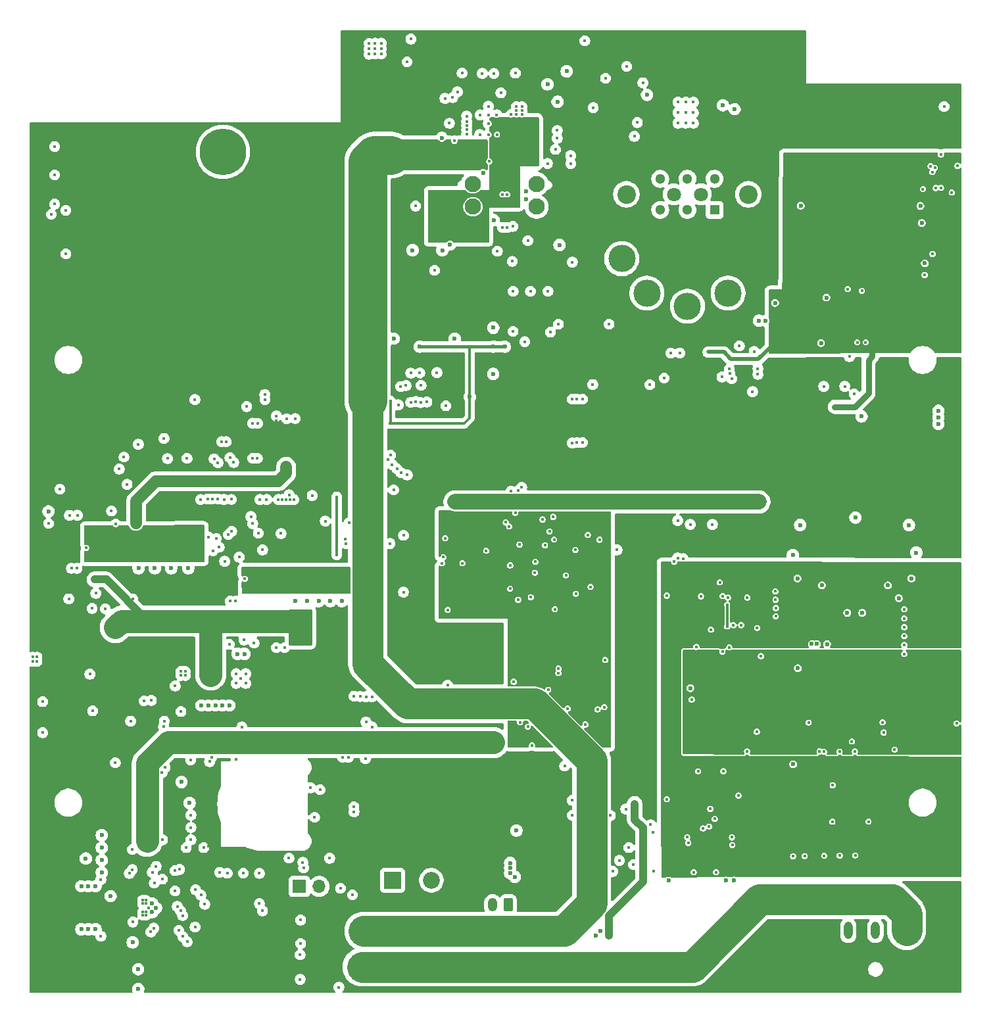
<source format=gbr>
%TF.GenerationSoftware,KiCad,Pcbnew,9.0.0*%
%TF.CreationDate,2025-03-07T13:19:32+01:00*%
%TF.ProjectId,Flatburn_V4,466c6174-6275-4726-9e5f-56342e6b6963,1*%
%TF.SameCoordinates,Original*%
%TF.FileFunction,Copper,L3,Inr*%
%TF.FilePolarity,Positive*%
%FSLAX46Y46*%
G04 Gerber Fmt 4.6, Leading zero omitted, Abs format (unit mm)*
G04 Created by KiCad (PCBNEW 9.0.0) date 2025-03-07 13:19:32*
%MOMM*%
%LPD*%
G01*
G04 APERTURE LIST*
G04 Aperture macros list*
%AMRoundRect*
0 Rectangle with rounded corners*
0 $1 Rounding radius*
0 $2 $3 $4 $5 $6 $7 $8 $9 X,Y pos of 4 corners*
0 Add a 4 corners polygon primitive as box body*
4,1,4,$2,$3,$4,$5,$6,$7,$8,$9,$2,$3,0*
0 Add four circle primitives for the rounded corners*
1,1,$1+$1,$2,$3*
1,1,$1+$1,$4,$5*
1,1,$1+$1,$6,$7*
1,1,$1+$1,$8,$9*
0 Add four rect primitives between the rounded corners*
20,1,$1+$1,$2,$3,$4,$5,0*
20,1,$1+$1,$4,$5,$6,$7,0*
20,1,$1+$1,$6,$7,$8,$9,0*
20,1,$1+$1,$8,$9,$2,$3,0*%
G04 Aperture macros list end*
%TA.AperFunction,ComponentPad*%
%ADD10C,3.500000*%
%TD*%
%TA.AperFunction,ComponentPad*%
%ADD11C,2.100000*%
%TD*%
%TA.AperFunction,ComponentPad*%
%ADD12R,1.700000X1.700000*%
%TD*%
%TA.AperFunction,ComponentPad*%
%ADD13O,1.700000X1.700000*%
%TD*%
%TA.AperFunction,ComponentPad*%
%ADD14O,1.108000X2.216000*%
%TD*%
%TA.AperFunction,ComponentPad*%
%ADD15R,2.175000X2.175000*%
%TD*%
%TA.AperFunction,ComponentPad*%
%ADD16C,2.175000*%
%TD*%
%TA.AperFunction,ComponentPad*%
%ADD17RoundRect,0.250000X0.350000X0.625000X-0.350000X0.625000X-0.350000X-0.625000X0.350000X-0.625000X0*%
%TD*%
%TA.AperFunction,ComponentPad*%
%ADD18O,1.200000X1.750000*%
%TD*%
%TA.AperFunction,ComponentPad*%
%ADD19C,2.400000*%
%TD*%
%TA.AperFunction,ComponentPad*%
%ADD20C,1.800000*%
%TD*%
%TA.AperFunction,ComponentPad*%
%ADD21R,1.300000X1.300000*%
%TD*%
%TA.AperFunction,ComponentPad*%
%ADD22C,1.300000*%
%TD*%
%TA.AperFunction,ComponentPad*%
%ADD23C,6.000000*%
%TD*%
%TA.AperFunction,ViaPad*%
%ADD24C,0.600000*%
%TD*%
%TA.AperFunction,ViaPad*%
%ADD25C,0.400000*%
%TD*%
%TA.AperFunction,Conductor*%
%ADD26C,0.300000*%
%TD*%
%TA.AperFunction,Conductor*%
%ADD27C,4.000000*%
%TD*%
%TA.AperFunction,Conductor*%
%ADD28C,5.000000*%
%TD*%
%TA.AperFunction,Conductor*%
%ADD29C,3.000000*%
%TD*%
%TA.AperFunction,Conductor*%
%ADD30C,1.000000*%
%TD*%
%TA.AperFunction,Conductor*%
%ADD31C,0.500000*%
%TD*%
%TA.AperFunction,Conductor*%
%ADD32C,0.800000*%
%TD*%
%TA.AperFunction,Conductor*%
%ADD33C,2.000000*%
%TD*%
%TA.AperFunction,Conductor*%
%ADD34C,0.200000*%
%TD*%
%TA.AperFunction,Conductor*%
%ADD35C,0.400000*%
%TD*%
%TA.AperFunction,Conductor*%
%ADD36C,1.500000*%
%TD*%
G04 APERTURE END LIST*
D10*
%TO.N,unconnected-(SW1-Pad1)*%
%TO.C,SW1*%
X150626207Y-121909997D03*
%TO.N,GND_DIGITAL*%
X145399612Y-120215807D03*
%TO.N,Net-(R53-Pad2)*%
X142167028Y-115773063D03*
%TO.N,unconnected-(SW1-Pad10)*%
X155850431Y-120208511D03*
%TD*%
D11*
%TO.N,Net-(C2-Pad1)*%
%TO.C,J3*%
X123000000Y-106140000D03*
X131200000Y-106140000D03*
X131200000Y-109080000D03*
X123000000Y-109080000D03*
%TD*%
D12*
%TO.N,/03 - POWER/TS*%
%TO.C,J8*%
X100660000Y-196620000D03*
D13*
%TO.N,GND_DIGITAL*%
X103200000Y-196620000D03*
%TD*%
D14*
%TO.N,VSOLAR*%
%TO.C,J2*%
X178830000Y-202300000D03*
%TO.N,GND_DIGITAL*%
X174830000Y-202300000D03*
X171330000Y-202300000D03*
%TD*%
D15*
%TO.N,Net-(J4-Pin_1)*%
%TO.C,J4*%
X112645000Y-195820000D03*
D16*
%TO.N,Net-(J4-Pin_2)*%
X117645000Y-195820000D03*
%TD*%
D17*
%TO.N,Net-(J1-Pin_1)*%
%TO.C,J1*%
X127530000Y-199000000D03*
D18*
%TO.N,GND_DIGITAL*%
X125530000Y-199000000D03*
%TD*%
D19*
%TO.N,*%
%TO.C,SW2*%
X158460000Y-107490000D03*
D20*
X152360000Y-107490000D03*
X148860000Y-107490000D03*
D19*
X142760000Y-107490000D03*
D21*
%TO.N,unconnected-(SW2-A1-Pad1)*%
X154110000Y-109490000D03*
D22*
%TO.N,Net-(R53-Pad2)*%
X150610000Y-109490000D03*
%TO.N,GND_DIGITAL*%
X147110000Y-109490000D03*
%TO.N,unconnected-(SW2-A2-Pad4)*%
X154110000Y-105490000D03*
%TO.N,Net-(R53-Pad2)*%
X150610000Y-105490000D03*
%TO.N,GND_DIGITAL*%
X147110000Y-105490000D03*
%TD*%
D23*
%TO.N,GND_DIGITAL*%
%TO.C,OBJ1*%
X90810000Y-102030000D03*
%TD*%
D24*
%TO.N,3V3*%
X98275000Y-175720000D03*
D25*
X135010000Y-145280000D03*
X93422081Y-150390000D03*
X97700000Y-136640000D03*
X86270000Y-201510000D03*
D24*
X67230000Y-140050000D03*
X96720000Y-174730000D03*
X142990000Y-180100000D03*
D25*
X141870000Y-123730000D03*
D24*
X96720000Y-175720000D03*
D25*
X92740000Y-175080000D03*
D24*
X162472500Y-133321527D03*
D25*
X118310000Y-90560000D03*
D24*
X114320000Y-167740000D03*
X120680000Y-163580000D03*
D25*
X128910000Y-122770000D03*
X155740000Y-163130000D03*
D24*
X144265000Y-180100000D03*
D25*
X155730000Y-160380000D03*
D24*
X120680000Y-166350000D03*
X99830000Y-174730000D03*
D25*
X134970000Y-156550000D03*
D24*
X117430000Y-167740000D03*
D25*
X148450000Y-132491527D03*
D24*
X98275000Y-174730000D03*
D25*
X95890000Y-167060000D03*
D24*
X163872500Y-133321527D03*
D25*
X130870000Y-145240000D03*
X146200000Y-186970000D03*
X87218085Y-191620000D03*
X112530000Y-87220000D03*
D24*
X158015000Y-94045000D03*
D25*
X156370000Y-127011527D03*
X116754000Y-90681895D03*
X92240000Y-136660000D03*
X120290000Y-90560000D03*
D24*
X120680000Y-164503333D03*
D25*
X141820000Y-155460000D03*
X143190000Y-194670000D03*
D24*
X127380000Y-131410000D03*
D25*
X142130000Y-189960000D03*
D24*
X114320000Y-168730000D03*
D25*
X141750000Y-151370000D03*
X129460000Y-117440000D03*
D24*
X115875000Y-167740000D03*
X117430000Y-168730000D03*
D25*
X97230000Y-141790000D03*
X131980000Y-122770000D03*
D24*
X145540000Y-180100000D03*
D25*
X88922088Y-191474478D03*
D24*
X120680000Y-165426667D03*
D25*
X96740000Y-141690000D03*
D24*
X162472500Y-134221527D03*
D25*
X146140000Y-159960000D03*
D24*
X99830000Y-175720000D03*
D25*
X86770000Y-174660000D03*
X149610000Y-132521527D03*
X94460000Y-175770000D03*
X135655000Y-87721396D03*
X84940000Y-191620000D03*
X92860000Y-172220000D03*
X137790000Y-151350000D03*
D24*
X115875000Y-168730000D03*
X163872500Y-134221527D03*
D25*
%TO.N,VSOLAR*%
X85640000Y-203060000D03*
D24*
X108360000Y-206960000D03*
X109940000Y-207760000D03*
X108360000Y-206160000D03*
X109150000Y-206160000D03*
X109150000Y-206960000D03*
X108360000Y-207760000D03*
X109940000Y-206960000D03*
X109940000Y-206160000D03*
X109150000Y-207760000D03*
%TO.N,GND_DIGITAL*%
X88950000Y-173310000D03*
X90750000Y-173310000D03*
D25*
X70590000Y-115160000D03*
X149370000Y-154322000D03*
D24*
X171190000Y-161380000D03*
D25*
X89550000Y-153380000D03*
D24*
X86520000Y-185880000D03*
D25*
X139910000Y-173540000D03*
X125000000Y-97260000D03*
D24*
X182929800Y-136215000D03*
D25*
X171470000Y-128391527D03*
X136250000Y-158920000D03*
D24*
X106130000Y-159870000D03*
D25*
X150390000Y-96970000D03*
D24*
X180090000Y-153630000D03*
D25*
X167640000Y-179230000D03*
D24*
X172250000Y-149110000D03*
D25*
X128070000Y-116120000D03*
X126075000Y-97260000D03*
X156390000Y-191280000D03*
X66870000Y-167089204D03*
D24*
X115237095Y-114682911D03*
D25*
X150390000Y-95620000D03*
X127900000Y-145700000D03*
X133545000Y-160920000D03*
X146290000Y-194620000D03*
X127900000Y-97200000D03*
D24*
X73160000Y-193030000D03*
D25*
X110410000Y-88032500D03*
X125000000Y-98375000D03*
X109610000Y-88740834D03*
X86080000Y-191620000D03*
X91640000Y-165440000D03*
X182585000Y-106671600D03*
D24*
X155580000Y-195850000D03*
D25*
X156550251Y-162970000D03*
X122200000Y-98620000D03*
X67600000Y-172820000D03*
D24*
X159830000Y-123770000D03*
D25*
X104550000Y-192980000D03*
X92420000Y-159864208D03*
D24*
X164830000Y-168510000D03*
D25*
X130600000Y-178470000D03*
X129300000Y-96704879D03*
X70590000Y-109550000D03*
D24*
X164790000Y-156960000D03*
X182929800Y-135370000D03*
X84140000Y-155640000D03*
D25*
X161960000Y-159693333D03*
X183271000Y-106641600D03*
X86700000Y-190620000D03*
X152374235Y-159241995D03*
X92520000Y-169230000D03*
X161950000Y-158620000D03*
D24*
X120657095Y-126072911D03*
D25*
X98290000Y-151170000D03*
D24*
X125700000Y-110820000D03*
D25*
X126140000Y-114820000D03*
X182161000Y-104621600D03*
X151390000Y-96970000D03*
X122200000Y-99720000D03*
X128250000Y-170250000D03*
X134010000Y-169140000D03*
X154300000Y-194780000D03*
D24*
X161910000Y-121475000D03*
D25*
X109610000Y-89432500D03*
X177300000Y-178980000D03*
X133850000Y-99270000D03*
X93750000Y-169230000D03*
X141010000Y-194670000D03*
X140700000Y-187480000D03*
X170222500Y-192650000D03*
X119750000Y-160995000D03*
X128600000Y-96704879D03*
D24*
X68350000Y-148330000D03*
X125610000Y-130620000D03*
D25*
X135800000Y-185530000D03*
X66870000Y-167639204D03*
X95370000Y-151123550D03*
D24*
X75220000Y-194818208D03*
D25*
X69150000Y-108750000D03*
X98940000Y-146790000D03*
X135790000Y-187460000D03*
X95920000Y-153280000D03*
X132860000Y-150910000D03*
D24*
X167820000Y-126630000D03*
D25*
X185270000Y-175630000D03*
X67600000Y-176820000D03*
X158310000Y-179250000D03*
D24*
X181180000Y-116370000D03*
D25*
X93140000Y-169840000D03*
D24*
X100150000Y-159870000D03*
D25*
X99320000Y-192970000D03*
X155820000Y-159430000D03*
X77006667Y-149943333D03*
X180941000Y-106811600D03*
X94830000Y-165280000D03*
X185391000Y-103811966D03*
X138150000Y-158040000D03*
X88340000Y-191620000D03*
X69150000Y-104990000D03*
D24*
X93600000Y-166670000D03*
X75220000Y-191618208D03*
D25*
X172182500Y-179250000D03*
X140033000Y-167450000D03*
D24*
X79895000Y-207270000D03*
X138790000Y-202970000D03*
D25*
X69150000Y-101330000D03*
X165712500Y-192700000D03*
D24*
X168590000Y-165400000D03*
X79200000Y-203820000D03*
D25*
X125100000Y-103250000D03*
X162000000Y-160766667D03*
X178540000Y-166680000D03*
X151390000Y-98320000D03*
X148480000Y-127921527D03*
D24*
X180800000Y-111180000D03*
D25*
X96440000Y-146790000D03*
X168220000Y-179280000D03*
X182188203Y-115168203D03*
X131960000Y-149370000D03*
X158320000Y-159420000D03*
D24*
X145420000Y-94670000D03*
D25*
X153650644Y-163550644D03*
X178540000Y-162110000D03*
D24*
X177840000Y-159500000D03*
X127786000Y-194906000D03*
D25*
X135585000Y-102495000D03*
X159600000Y-163320000D03*
X129300000Y-97200000D03*
X99450000Y-146790000D03*
X72030000Y-155640000D03*
X175750000Y-175480000D03*
X183256000Y-102351600D03*
X155245837Y-181776250D03*
X124710000Y-153390000D03*
X73975000Y-160815000D03*
X138430000Y-131980000D03*
X150390000Y-98320000D03*
D24*
X88050000Y-173310000D03*
X104635000Y-159870000D03*
D25*
X127780000Y-158280000D03*
X109610000Y-88049168D03*
X91501437Y-151300000D03*
D24*
X179460000Y-156960000D03*
D25*
X85390000Y-169460000D03*
X133340000Y-149030000D03*
X98440000Y-146790000D03*
X139298000Y-151960000D03*
D24*
X132600000Y-93320000D03*
D25*
X127800000Y-155270000D03*
D24*
X82050000Y-155640000D03*
X182929800Y-137060000D03*
D25*
X146170000Y-189660000D03*
D24*
X160690000Y-123775000D03*
D25*
X123925000Y-97260000D03*
D24*
X133900000Y-95575000D03*
D25*
X111210000Y-89415832D03*
D24*
X155190000Y-96020000D03*
D25*
X111210000Y-88724166D03*
D24*
X120050000Y-113940000D03*
D25*
X132692057Y-171280000D03*
X128180000Y-119970000D03*
X122200000Y-99170000D03*
D24*
X173120000Y-161390000D03*
X81700000Y-199920000D03*
X176430000Y-157840000D03*
D25*
X92520000Y-170460000D03*
X150591168Y-190281168D03*
X68365000Y-149865000D03*
X97940000Y-146790000D03*
X102110000Y-183920000D03*
D24*
X156600000Y-195850000D03*
D25*
X153567128Y-186627023D03*
X110410000Y-88724166D03*
X168232500Y-192660000D03*
X151420000Y-194780000D03*
X128170000Y-125140000D03*
X159005000Y-132906527D03*
X71310000Y-155640000D03*
X93750000Y-170460000D03*
X93262799Y-176077201D03*
X81280000Y-199365709D03*
X119430000Y-151780000D03*
X178540000Y-163230000D03*
D24*
X91650000Y-173310000D03*
X129850000Y-108110000D03*
D25*
X92510000Y-180220000D03*
X181911000Y-103851600D03*
D24*
X124340000Y-104720000D03*
X103140000Y-159870000D03*
X166630000Y-165390000D03*
D25*
X132600000Y-103520000D03*
D24*
X112820000Y-126072911D03*
D25*
X130075000Y-113460000D03*
X83260000Y-175330000D03*
X151986250Y-181776250D03*
X95510000Y-194930000D03*
X72070000Y-148820000D03*
D24*
X79950000Y-155640000D03*
D25*
X145880000Y-188680000D03*
X86700000Y-189020000D03*
D24*
X180620000Y-108979999D03*
D25*
X102310000Y-146280000D03*
X79920000Y-139680000D03*
D24*
X125620000Y-124670000D03*
D25*
X156350000Y-190280000D03*
X75670000Y-160860000D03*
X88940000Y-151620000D03*
X142693853Y-186660000D03*
D24*
X179155000Y-150075000D03*
D25*
X128600000Y-96209757D03*
X93638916Y-157001098D03*
X86200000Y-203740000D03*
D24*
X134150000Y-114010000D03*
D25*
X74040000Y-174010000D03*
X145780000Y-132000000D03*
D24*
X167930000Y-157840000D03*
X119000000Y-100220000D03*
X76345000Y-197865000D03*
D25*
X130980000Y-156210000D03*
X183670000Y-96180000D03*
X83161497Y-176021497D03*
D24*
X164190000Y-153940000D03*
X89850000Y-173310000D03*
D25*
X68720000Y-110070000D03*
X130460000Y-159368000D03*
X137487758Y-175760000D03*
D24*
X128400000Y-195395000D03*
X81700000Y-198830258D03*
D25*
X98760000Y-165860000D03*
X144890000Y-93120000D03*
X135590000Y-103520000D03*
X178540000Y-160920000D03*
X110410000Y-89415832D03*
X149390000Y-96970000D03*
X122200000Y-97420000D03*
X87230000Y-201840000D03*
X166218507Y-175520000D03*
X140530000Y-124210000D03*
X115620000Y-109000000D03*
D24*
X119057095Y-114682911D03*
D25*
X160090000Y-166965000D03*
X129000000Y-152590000D03*
X128600000Y-97200000D03*
X178540000Y-164380000D03*
D24*
X148180000Y-195870000D03*
X82200000Y-199385709D03*
X139390000Y-202370000D03*
D25*
X133850000Y-100270000D03*
X125000000Y-96150000D03*
D24*
X135075000Y-91645000D03*
D25*
X91370000Y-194920000D03*
X139060000Y-173820000D03*
X155060000Y-131011527D03*
D24*
X164222500Y-180890000D03*
D25*
X132660000Y-119970000D03*
X129300000Y-96209757D03*
X148914235Y-154794235D03*
X90340000Y-152920000D03*
X84670000Y-170800000D03*
X95575596Y-146790000D03*
X103310000Y-184150000D03*
X130060000Y-176050000D03*
D24*
X167290000Y-165390000D03*
D25*
X73200000Y-153021000D03*
X83370000Y-181300000D03*
X130410000Y-119970000D03*
X143080000Y-191620000D03*
D24*
X79900000Y-209819000D03*
D25*
X93440000Y-194910000D03*
X149390000Y-98320000D03*
X159210000Y-127721527D03*
X157190000Y-184920000D03*
X151390000Y-95620000D03*
D24*
X156690000Y-96520000D03*
D25*
X156000000Y-165830000D03*
X170202500Y-179260000D03*
D24*
X75220000Y-193218208D03*
D25*
X161990000Y-161840000D03*
X151170000Y-172555000D03*
D24*
X92690000Y-166670000D03*
D25*
X66310000Y-167639204D03*
X97680000Y-165860000D03*
X85390000Y-168910000D03*
X121605000Y-91870000D03*
D24*
X86340000Y-155640000D03*
X129850000Y-107110000D03*
D25*
X149630000Y-127921527D03*
X151760000Y-165780000D03*
D24*
X165125000Y-150075000D03*
D25*
X85950000Y-168910000D03*
D24*
X165210000Y-108960000D03*
D25*
X134025000Y-168563000D03*
X87940000Y-146790000D03*
X102620000Y-187710000D03*
X78940000Y-175330000D03*
X91760000Y-159864208D03*
X150080000Y-154412000D03*
X86190000Y-141490000D03*
X66310000Y-167089204D03*
X78760000Y-194940000D03*
X84640000Y-194582891D03*
D24*
X127800000Y-194245000D03*
D25*
X157310000Y-127011527D03*
X76460000Y-148270000D03*
X178540000Y-165530000D03*
D24*
X127800000Y-193595000D03*
X101645000Y-159870000D03*
D25*
X99940000Y-146790000D03*
D24*
X128600000Y-189420000D03*
D25*
X131040000Y-154810000D03*
X122200000Y-98120000D03*
X92900000Y-154200000D03*
X81600000Y-172670000D03*
D24*
X85480000Y-183170000D03*
D25*
X181170000Y-117880000D03*
X119210000Y-154220000D03*
X90170000Y-146710000D03*
X85950000Y-169460000D03*
D24*
X75220000Y-190018208D03*
D25*
X149390000Y-95620000D03*
D24*
X151000000Y-171080000D03*
D25*
X147620000Y-131151527D03*
X111210000Y-88032500D03*
X156320000Y-131221527D03*
X172222500Y-192620000D03*
X164222500Y-192730000D03*
X154780000Y-157460000D03*
X128459901Y-91879901D03*
%TO.N,VUSB*%
X129300000Y-98510121D03*
X119600000Y-108020000D03*
X126116666Y-102150000D03*
X129300000Y-98015000D03*
X120291668Y-108020000D03*
X120308336Y-107420000D03*
X126808332Y-102150000D03*
X129300000Y-99005243D03*
X119616668Y-107420000D03*
X130000000Y-100470000D03*
X125425000Y-102150000D03*
D24*
X128350000Y-107110000D03*
D25*
X127500000Y-102150000D03*
X130000000Y-99820000D03*
X118908334Y-108020000D03*
X126808332Y-101659757D03*
X128600000Y-98015000D03*
X127500000Y-101659757D03*
X118216668Y-108020000D03*
D24*
X128350000Y-108110000D03*
D25*
X128600000Y-99005243D03*
X128600000Y-98510121D03*
X127900000Y-98015000D03*
D24*
X125860000Y-108110000D03*
D25*
X130000000Y-99170000D03*
X117500000Y-108020000D03*
D24*
X125860000Y-107110000D03*
D25*
%TO.N,CC2*%
X128125000Y-111625000D03*
X133620000Y-101700000D03*
%TO.N,LDO_3V3*%
X120400000Y-95020000D03*
X119970000Y-98340000D03*
X126600000Y-94420000D03*
X124200000Y-91920000D03*
X125700000Y-91920000D03*
%TO.N,/03 - POWER/VUSB_PD*%
X110410000Y-103532500D03*
X124575000Y-102150000D03*
X109610000Y-102840834D03*
X122505000Y-102710000D03*
D24*
X109940000Y-203150000D03*
D25*
X118600000Y-102503332D03*
X110410000Y-102840834D03*
D24*
X109940000Y-201550000D03*
D25*
X117600000Y-102519998D03*
X123196668Y-102710000D03*
X109610000Y-103532500D03*
X111210000Y-103515832D03*
X123191668Y-101659757D03*
X117600000Y-101828332D03*
D24*
X108360000Y-201550000D03*
D25*
X110410000Y-102149168D03*
D24*
X108360000Y-202350000D03*
D25*
X111210000Y-102824166D03*
D24*
X109940000Y-202350000D03*
X109150000Y-201550000D03*
X109150000Y-203150000D03*
D25*
X111210000Y-102132500D03*
X85130000Y-202270000D03*
X109610000Y-102149168D03*
X123191668Y-102150000D03*
X117600000Y-101136666D03*
X122500000Y-101659757D03*
D24*
X109150000Y-202350000D03*
D25*
X118600000Y-101120000D03*
X122500000Y-102150000D03*
X123888334Y-102710000D03*
D24*
X108360000Y-203150000D03*
D25*
X118600000Y-101811666D03*
X123883334Y-102150000D03*
X124580000Y-102710000D03*
%TO.N,Net-(U2-SW1)*%
X80903750Y-199885709D03*
D24*
X74407500Y-202140709D03*
X73493750Y-202140709D03*
D25*
X80490000Y-200295709D03*
D24*
X72580000Y-202140709D03*
D25*
X80490000Y-199885709D03*
X80903750Y-200295709D03*
%TO.N,Net-(U2-BTST1)*%
X81538668Y-202479872D03*
X75100000Y-203020000D03*
D24*
%TO.N,Net-(U2-SW2)*%
X72580000Y-196595709D03*
X74407500Y-196595709D03*
X73493750Y-196595709D03*
D25*
X80466250Y-198825709D03*
X80880000Y-198415709D03*
X80466250Y-198415709D03*
X80880000Y-198825709D03*
%TO.N,Net-(U2-BTST2)*%
X75100000Y-195720000D03*
X81980000Y-196180000D03*
%TO.N,/03 - POWER/REGN*%
X137100000Y-139450000D03*
X140075000Y-92545000D03*
X86690000Y-187430000D03*
X83030000Y-195680000D03*
X85232354Y-194417646D03*
X79140000Y-194440000D03*
X81910000Y-201980000D03*
X101100000Y-193520000D03*
X86660000Y-180320000D03*
X137100000Y-133870000D03*
D24*
%TO.N,VBAT*%
X125400000Y-178205000D03*
X81720000Y-190190000D03*
X124070000Y-179020000D03*
X117660000Y-177390000D03*
X80400000Y-189375000D03*
X117660000Y-179020000D03*
X80400000Y-190190000D03*
X117660000Y-178205000D03*
X118980000Y-177390000D03*
X118980000Y-179020000D03*
X124070000Y-177390000D03*
X81730000Y-189375000D03*
X124070000Y-178205000D03*
X125390000Y-177390000D03*
X81720000Y-188560000D03*
X118990000Y-178205000D03*
X80400000Y-188560000D03*
X125390000Y-179020000D03*
D25*
%TO.N,VSYS*%
X76950000Y-180680000D03*
X85410000Y-174090000D03*
%TO.N,Net-(Q7-G)*%
X80650000Y-172720000D03*
X135800000Y-139500000D03*
X135800000Y-133870000D03*
X135800000Y-116210000D03*
D24*
%TO.N,VSYS#*%
X79570000Y-163200000D03*
X90280000Y-169070000D03*
X101520000Y-164780000D03*
X88140000Y-169070000D03*
X89210000Y-169070000D03*
D25*
X75130000Y-157080000D03*
D24*
X100070000Y-163830000D03*
X88140000Y-168200000D03*
X89210000Y-168200000D03*
X77850000Y-162030000D03*
X101520000Y-163830000D03*
X80430000Y-162030000D03*
X80430000Y-163200000D03*
D25*
X79180000Y-159590000D03*
X70970000Y-159580000D03*
D24*
X79570000Y-162030000D03*
D25*
X95360000Y-161340000D03*
D24*
X78710000Y-163200000D03*
X100070000Y-164780000D03*
X78710000Y-162030000D03*
X77850000Y-163200000D03*
X90280000Y-168200000D03*
D25*
X94510000Y-161340000D03*
X74280000Y-157080000D03*
X90130000Y-162920000D03*
%TO.N,Net-(U3-VBUS)*%
X88480000Y-198910000D03*
X95510000Y-198830000D03*
D24*
%TO.N,Net-(U5-ISP)*%
X106230000Y-155810000D03*
X102320000Y-155810000D03*
X104275000Y-155810000D03*
D25*
X95340000Y-158330000D03*
X94480000Y-158330000D03*
%TO.N,Net-(U6-ISP)*%
X75100000Y-154080000D03*
X74240000Y-154080000D03*
D24*
X84940000Y-150920000D03*
X86945000Y-150920000D03*
X82935000Y-150920000D03*
%TO.N,3V3#*%
X128360000Y-166760000D03*
X128360000Y-165693333D03*
D25*
X128300000Y-156810000D03*
X131270000Y-150270000D03*
X130465000Y-158313000D03*
X127490000Y-153350000D03*
X137780000Y-176300000D03*
X120150000Y-149351000D03*
X127945000Y-176775000D03*
X125830000Y-148710000D03*
X140033000Y-170460000D03*
X133075000Y-168573000D03*
X130490000Y-153350000D03*
X135290000Y-158860000D03*
D24*
X128360000Y-164626667D03*
D25*
X126020000Y-152390000D03*
D24*
X128360000Y-163560000D03*
D25*
X131630000Y-170600000D03*
X140080000Y-149240000D03*
D24*
%TO.N,3V3_GPS*%
X162772500Y-126821527D03*
X161585000Y-122225000D03*
D25*
X163200000Y-117460000D03*
D24*
X162455000Y-122225000D03*
D25*
X155060000Y-127801527D03*
D24*
X164572500Y-126821527D03*
D25*
X153497500Y-127814027D03*
D24*
X169580000Y-134841527D03*
D25*
X182200000Y-117920000D03*
D24*
X164572500Y-125521527D03*
D25*
X182148203Y-121210000D03*
D24*
X162772500Y-125521527D03*
D25*
X181140000Y-115170000D03*
X171457672Y-126420000D03*
X163190000Y-116380000D03*
X159270000Y-128691527D03*
X179461000Y-102931600D03*
X174600000Y-126417672D03*
%TO.N,3V3_QWICC*%
X144450000Y-196710000D03*
D24*
X140520000Y-202270000D03*
D25*
X144080000Y-185990000D03*
D24*
X140520000Y-202880000D03*
D25*
X143580000Y-186000000D03*
%TO.N,5V#*%
X158320000Y-160385644D03*
X181180000Y-165260000D03*
D24*
X163440000Y-165140000D03*
X156250000Y-156092000D03*
D25*
X155610000Y-192690000D03*
D24*
X159262500Y-191490000D03*
X173800000Y-158350000D03*
D25*
X157190000Y-183900000D03*
D24*
X158850000Y-156092000D03*
D25*
X159590000Y-163940000D03*
D24*
X157550000Y-156092000D03*
X174440001Y-158350001D03*
X149750000Y-190730000D03*
X160150000Y-156092000D03*
D25*
X154522973Y-191947027D03*
%TO.N,5V*%
X147970000Y-147030000D03*
D24*
X159510000Y-146660000D03*
D25*
X147970000Y-185380000D03*
D24*
X157670000Y-147590000D03*
X123620000Y-146550000D03*
D25*
X147970000Y-159160000D03*
D24*
X124630000Y-147670000D03*
X159510000Y-147590000D03*
X122630000Y-147670000D03*
D25*
X105470000Y-153920000D03*
D24*
X124630000Y-146550000D03*
X122630000Y-146550000D03*
X123620000Y-147670000D03*
X157670000Y-146660000D03*
D25*
X105470000Y-146460000D03*
%TO.N,/05 - MCU/uC_MODE*%
X112040000Y-141620000D03*
X134010000Y-124210000D03*
X132980000Y-125240000D03*
X92210000Y-142020000D03*
%TO.N,/05 - MCU/uC_RST*%
X112410000Y-141066000D03*
X91710000Y-141400000D03*
%TO.N,Net-(J10-VDD)*%
X114400000Y-136990006D03*
X112360000Y-136990006D03*
X116167095Y-130472911D03*
X112380000Y-134120000D03*
D24*
X127100000Y-127120000D03*
D25*
X120520000Y-136990006D03*
D24*
X122600000Y-133550000D03*
D25*
X116440000Y-136990006D03*
D24*
X116170000Y-127120000D03*
D25*
X115642641Y-134171350D03*
X118480000Y-136990006D03*
D24*
X125620000Y-127100000D03*
%TO.N,Net-(C115-+)*%
X173030200Y-136090000D03*
X168510000Y-120780000D03*
D25*
%TO.N,GPS_VCC_RF*%
X184651000Y-107251600D03*
X182471000Y-104071600D03*
%TO.N,/07 - SENSORS/3V3#_NOISE_AN*%
X132280000Y-152680000D03*
X128810000Y-159700000D03*
D24*
%TO.N,5V_AN*%
X151020000Y-167265000D03*
D25*
X174790000Y-175460000D03*
D24*
X161670000Y-168740000D03*
D25*
X165258507Y-175520000D03*
X184310000Y-175650000D03*
%TO.N,Net-(Q2-G)*%
X100754892Y-205413188D03*
X100761217Y-208583978D03*
%TO.N,Net-(Q4-G)*%
X100820000Y-200940000D03*
X100820000Y-203970000D03*
%TO.N,USB_D+*%
X126800000Y-111750000D03*
X126800000Y-107500000D03*
%TO.N,USB_D-*%
X127400000Y-111750000D03*
X127401515Y-107501515D03*
%TO.N,PT1000+*%
X175880000Y-176800000D03*
X173930000Y-188270000D03*
%TO.N,SENSOR2_AUX*%
X169280000Y-188280000D03*
X171790000Y-177950000D03*
%TO.N,SENSOR1_WE*%
X159550000Y-176690000D03*
X169320000Y-183580000D03*
%TO.N,/03 - POWER/TS*%
X84639999Y-197202183D03*
X101200000Y-194220000D03*
%TO.N,/05 - MCU/LED_G_nEN*%
X77460000Y-142870000D03*
X78470000Y-144840000D03*
%TO.N,/05 - MCU/LED_DI*%
X144170000Y-98250000D03*
X88857445Y-146710119D03*
%TO.N,EN_3V3_GPS*%
X172100000Y-133201527D03*
X100130000Y-136360000D03*
X96200000Y-133260000D03*
X83220000Y-138920000D03*
%TO.N,IMU_INT*%
X91920000Y-146770000D03*
X112791000Y-145540000D03*
%TO.N,NOISE_INT*%
X91939500Y-150890000D03*
X106530000Y-151890000D03*
%TO.N,ADC_SPI_SCK*%
X89690000Y-141550000D03*
X112610000Y-142310000D03*
%TO.N,EN_3V3#*%
X114058000Y-158722000D03*
X119750000Y-170690000D03*
X78068947Y-141309937D03*
X114060000Y-151400000D03*
D24*
%TO.N,4V_PARTICLE*%
X99350000Y-142850000D03*
X79210000Y-149650000D03*
X98620000Y-142840000D03*
X80050000Y-149650000D03*
D25*
%TO.N,ADC_SPI_MISO*%
X83680000Y-141520000D03*
X113717592Y-143330000D03*
%TO.N,/05 - MCU/LED_SCL*%
X89457448Y-146710119D03*
X143780000Y-100020000D03*
%TO.N,UART_TX_GPS*%
X91240000Y-139340425D03*
X97701289Y-136039999D03*
X156070000Y-130571527D03*
%TO.N,I2C_SCL*%
X95242264Y-141480007D03*
X129282498Y-145235999D03*
X89100000Y-180540000D03*
X95270000Y-136980000D03*
X105960000Y-196860000D03*
X107700000Y-172110000D03*
X106226091Y-180016091D03*
X87300000Y-197040000D03*
X107490000Y-197700000D03*
X152638171Y-189144284D03*
X143680000Y-193800000D03*
%TO.N,ADC_SPI_MOSI*%
X113230000Y-142830000D03*
X90176446Y-142050000D03*
%TO.N,UART_RX_GPS*%
X156010000Y-129961527D03*
X93870000Y-134820000D03*
X90640063Y-139331561D03*
%TO.N,nUSB_SINK_EN*%
X107040000Y-149795304D03*
X99340255Y-146200119D03*
X129676000Y-126456000D03*
X120610000Y-100610000D03*
X104000000Y-149570000D03*
%TO.N,EN_3V3_QWICC*%
X109155000Y-180145000D03*
X112330000Y-152460000D03*
X94650000Y-149900000D03*
X134800000Y-181110000D03*
%TO.N,EN_5V*%
X87210000Y-133920000D03*
X99020000Y-136390000D03*
X96220000Y-133920000D03*
X149370000Y-149492000D03*
%TO.N,I2C_SDA*%
X108473333Y-172160000D03*
X94620000Y-136960000D03*
X128790000Y-145660000D03*
X94642264Y-141478240D03*
X87980000Y-197720000D03*
X89370000Y-179990000D03*
X141860000Y-193260000D03*
X106970000Y-180000000D03*
X153410451Y-188884695D03*
%TO.N,/05 - MCU/BUZZER_PWM*%
X69830000Y-145450000D03*
X94430000Y-148990000D03*
%TO.N,ADC_nDRDY*%
X114555919Y-143632000D03*
X90957488Y-146793704D03*
%TO.N,Net-(J10-PadCD)*%
X113697095Y-132242911D03*
X118067095Y-117272911D03*
X113397095Y-134592911D03*
%TO.N,Net-(J10-CMD)*%
X116257095Y-134310328D03*
X116322095Y-132077911D03*
%TO.N,Net-(J10-CD{slash}DAT3)*%
X118367095Y-130452911D03*
X117077095Y-134222911D03*
%TO.N,Net-(J10-CLK)*%
X115007095Y-134270000D03*
X115007095Y-130512911D03*
%TO.N,Net-(J10-DATA0)*%
X114387095Y-132102911D03*
X119510000Y-134722911D03*
%TO.N,Net-(LD2-B)*%
X114520000Y-90430000D03*
X115010000Y-87490000D03*
%TO.N,Net-(LD3-R)*%
X137400000Y-87720000D03*
X142790000Y-91010000D03*
%TO.N,Net-(MOD1-RXD{slash}SPI_MOSI)*%
X173077217Y-119917216D03*
X171260000Y-119690000D03*
%TO.N,Net-(U2-~{QON})*%
X90380000Y-194800000D03*
X84941130Y-199201429D03*
X82980000Y-181960000D03*
X73680000Y-169280000D03*
%TO.N,/03 - POWER/STAT*%
X79220000Y-201190000D03*
X136400000Y-133870000D03*
X136400000Y-139450000D03*
X138492028Y-96327972D03*
%TO.N,Net-(Q13-G)*%
X168172500Y-132221527D03*
X170872500Y-132221527D03*
%TO.N,Net-(Q15-G)*%
X150990000Y-149992000D03*
X153830000Y-150002000D03*
%TO.N,Net-(Q18-D)*%
X121652500Y-154997500D03*
X119030000Y-154997500D03*
%TO.N,Net-(U1-CAP_MIS)*%
X121003630Y-94300000D03*
X119400000Y-95132527D03*
%TO.N,Net-(U2-ACDRV1)*%
X85360000Y-199760000D03*
X105736000Y-209594000D03*
%TO.N,Net-(U2-ACDRV2)*%
X95910000Y-199760000D03*
X85611791Y-200368209D03*
%TO.N,Net-(U2-~{INT})*%
X81720000Y-194800000D03*
X79140000Y-191850000D03*
%TO.N,Net-(U2-PROG)*%
X82210000Y-194040000D03*
X83039000Y-190620000D03*
%TO.N,Net-(U5-MODE)*%
X93530000Y-164870000D03*
X91042115Y-154740000D03*
%TO.N,Net-(U6-MODE)*%
X74448000Y-158868000D03*
X71060000Y-148830000D03*
%TO.N,NOISE_AN*%
X136200000Y-153280000D03*
X89940000Y-151800000D03*
X141560000Y-153280000D03*
X106670000Y-152480000D03*
%TO.N,/06 - GPS-LTE/GPS_TXD*%
X159690000Y-129931527D03*
X172477672Y-126540000D03*
%TO.N,/06 - GPS-LTE/GPS_RXD*%
X159690000Y-130681527D03*
X173570000Y-126547672D03*
%TO.N,/07 - SENSORS/SNSR_I2C_SCL*%
X110020000Y-172180000D03*
X107690000Y-187000000D03*
X127670000Y-150260000D03*
X135190000Y-173710000D03*
X110010000Y-176070000D03*
%TO.N,/07 - SENSORS/3V3#_SWITCH_EN*%
X133448520Y-151940000D03*
X128450000Y-148510000D03*
%TO.N,/07 - SENSORS/SNSR_I2C_SDA*%
X109246667Y-172180000D03*
X129062951Y-175490000D03*
X109230000Y-175420000D03*
X127230000Y-149730000D03*
X107680000Y-186350000D03*
%TO.N,/08 - SENSORS 2/5V#_SWITCH_EN*%
X150730000Y-191030000D03*
X154135837Y-187914163D03*
%TO.N,/08 - SENSORS 2/ADC_SWITCH_EN*%
X155130000Y-159230000D03*
X157550251Y-162970000D03*
X155130000Y-166400000D03*
%TO.N,Net-(U1-DRAIN_1)*%
X123890000Y-99785000D03*
X125000000Y-99785000D03*
X126100000Y-99785000D03*
%TD*%
D26*
%TO.N,3V3*%
X155730000Y-160380000D02*
X155730000Y-160320000D01*
X155740000Y-160390000D02*
X155740000Y-163130000D01*
X155730000Y-160380000D02*
X155740000Y-160390000D01*
D27*
%TO.N,VSOLAR*%
X178830000Y-202300000D02*
X178830000Y-200140000D01*
X178830000Y-200140000D02*
X177010000Y-198320000D01*
X159900000Y-198320000D02*
X151227338Y-206992662D01*
X151227338Y-206992662D02*
X108722662Y-206992662D01*
X177010000Y-198320000D02*
X159900000Y-198320000D01*
D28*
%TO.N,/03 - POWER/VUSB_PD*%
X109440000Y-103286668D02*
X110296668Y-102430000D01*
D27*
X138300000Y-198820000D02*
X138300000Y-180450000D01*
X138300000Y-180450000D02*
X130940000Y-173090000D01*
X114590000Y-173090000D02*
X109440000Y-167940000D01*
X134750000Y-202370000D02*
X138300000Y-198820000D01*
D28*
X109440000Y-134050000D02*
X109440000Y-103286668D01*
D27*
X109440000Y-167940000D02*
X109440000Y-134050000D01*
X130940000Y-173090000D02*
X114590000Y-173090000D01*
X108950000Y-202370000D02*
X134750000Y-202370000D01*
D28*
X110296668Y-102430000D02*
X112440000Y-102430000D01*
D29*
%TO.N,VBAT*%
X125630000Y-178090000D02*
X83780000Y-178090000D01*
X81080000Y-180790000D02*
X81080000Y-190770000D01*
X81080000Y-190770000D02*
X81060000Y-190790000D01*
X83780000Y-178090000D02*
X81080000Y-180790000D01*
D30*
%TO.N,VSYS#*%
X75800000Y-157080000D02*
X74280000Y-157080000D01*
D29*
X81340000Y-162460000D02*
X77775000Y-162460000D01*
D30*
X81340000Y-162460000D02*
X81180000Y-162460000D01*
X81180000Y-162460000D02*
X75800000Y-157080000D01*
D29*
X77775000Y-162460000D02*
X76955000Y-163280000D01*
X81340000Y-162460000D02*
X87170000Y-162460000D01*
X87170000Y-162460000D02*
X89500000Y-162460000D01*
X87170000Y-162460000D02*
X100700000Y-162460000D01*
X100700000Y-162460000D02*
X100720000Y-162480000D01*
X89500000Y-162460000D02*
X89230000Y-162730000D01*
X89230000Y-162730000D02*
X89230000Y-169390000D01*
D31*
%TO.N,3V3_GPS*%
X159770000Y-128711527D02*
X161660000Y-126821527D01*
D32*
X173930000Y-133091527D02*
X173930000Y-128840000D01*
X172150000Y-134871527D02*
X173930000Y-133091527D01*
X169580000Y-134841527D02*
X169610000Y-134871527D01*
D31*
X155290000Y-127801527D02*
X156200000Y-128711527D01*
X155060000Y-127801527D02*
X155290000Y-127801527D01*
D32*
X169610000Y-134871527D02*
X172150000Y-134871527D01*
D31*
X153300000Y-127801527D02*
X155060000Y-127801527D01*
D32*
X173930000Y-128840000D02*
X174400000Y-128370000D01*
D31*
X161660000Y-126821527D02*
X162772500Y-126821527D01*
X156200000Y-128711527D02*
X159770000Y-128711527D01*
D32*
X174400000Y-128370000D02*
X174400000Y-127260000D01*
D30*
%TO.N,3V3_QWICC*%
X140520000Y-202880000D02*
X140520000Y-202930000D01*
X140520000Y-202270000D02*
X140520000Y-202320000D01*
X143820000Y-186000000D02*
X143820000Y-188010000D01*
X140520000Y-202320000D02*
X140520000Y-202880000D01*
X144880000Y-196010000D02*
X140520000Y-200370000D01*
X140520000Y-200370000D02*
X140520000Y-202270000D01*
X144880000Y-189070000D02*
X144880000Y-196010000D01*
X143820000Y-188010000D02*
X144880000Y-189070000D01*
D26*
%TO.N,5V*%
X105470000Y-153920000D02*
X105480000Y-153930000D01*
D33*
X159800000Y-147100000D02*
X159810000Y-147090000D01*
D26*
X105470000Y-146460000D02*
X105470000Y-153920000D01*
D33*
X120700000Y-147100000D02*
X159800000Y-147100000D01*
D34*
%TO.N,Net-(J10-VDD)*%
X112380000Y-136970006D02*
X112360000Y-136990006D01*
D26*
X112380000Y-134120000D02*
X112380000Y-136970006D01*
X121869994Y-136990006D02*
X122580000Y-136280000D01*
X120520000Y-136990006D02*
X121869994Y-136990006D01*
X120440000Y-136990006D02*
X112420000Y-136990006D01*
D35*
X122580000Y-127120000D02*
X116170000Y-127120000D01*
X127100000Y-127120000D02*
X122580000Y-127120000D01*
D26*
X122580000Y-136280000D02*
X122580000Y-127120000D01*
D36*
%TO.N,4V_PARTICLE*%
X82140000Y-144450000D02*
X79630000Y-146960000D01*
X98950000Y-143430000D02*
X97930000Y-144450000D01*
X98950000Y-142560000D02*
X98950000Y-143430000D01*
X97930000Y-144450000D02*
X82140000Y-144450000D01*
X79630000Y-146960000D02*
X79630000Y-149870000D01*
X79630000Y-149870000D02*
X79620000Y-149880000D01*
%TD*%
%TA.AperFunction,Conductor*%
%TO.N,Net-(U6-ISP)*%
G36*
X88403999Y-150079702D02*
G01*
X88449890Y-150132387D01*
X88461228Y-150183672D01*
X88480187Y-154724433D01*
X88460782Y-154791554D01*
X88408170Y-154837529D01*
X88356108Y-154848951D01*
X73058257Y-154839081D01*
X72991230Y-154819353D01*
X72945509Y-154766520D01*
X72934338Y-154715466D01*
X72930641Y-153525438D01*
X72950117Y-153458338D01*
X73002778Y-153412419D01*
X73071906Y-153402261D01*
X73086724Y-153405276D01*
X73147273Y-153421500D01*
X73147275Y-153421500D01*
X73252725Y-153421500D01*
X73252727Y-153421500D01*
X73354587Y-153394207D01*
X73445913Y-153341480D01*
X73520480Y-153266913D01*
X73573207Y-153175587D01*
X73600500Y-153073727D01*
X73600500Y-152968273D01*
X73573207Y-152866413D01*
X73520480Y-152775087D01*
X73445913Y-152700520D01*
X73354587Y-152647793D01*
X73252727Y-152620500D01*
X73147273Y-152620500D01*
X73147271Y-152620500D01*
X73083602Y-152637560D01*
X73013753Y-152635897D01*
X72955890Y-152596734D01*
X72928387Y-152532505D01*
X72927512Y-152518190D01*
X72920385Y-150224062D01*
X72939861Y-150156964D01*
X72992522Y-150111045D01*
X73044061Y-150099679D01*
X76557329Y-150090607D01*
X76624417Y-150110119D01*
X76665032Y-150152605D01*
X76686187Y-150189246D01*
X76760754Y-150263813D01*
X76852080Y-150316540D01*
X76953940Y-150343833D01*
X76953942Y-150343833D01*
X77059392Y-150343833D01*
X77059394Y-150343833D01*
X77161254Y-150316540D01*
X77252580Y-150263813D01*
X77327147Y-150189246D01*
X77349642Y-150150282D01*
X77400206Y-150102070D01*
X77456705Y-150088285D01*
X78593074Y-150085351D01*
X78660161Y-150104862D01*
X78706052Y-150157547D01*
X78707952Y-150161898D01*
X78777673Y-150330223D01*
X78777680Y-150330236D01*
X78881697Y-150485907D01*
X78881700Y-150485911D01*
X79014088Y-150618299D01*
X79014092Y-150618302D01*
X79169763Y-150722319D01*
X79169776Y-150722326D01*
X79299505Y-150776060D01*
X79342750Y-150793973D01*
X79342752Y-150793973D01*
X79342757Y-150793975D01*
X79526378Y-150830499D01*
X79526381Y-150830500D01*
X79526383Y-150830500D01*
X79713619Y-150830500D01*
X79713620Y-150830499D01*
X79774828Y-150818324D01*
X79897242Y-150793975D01*
X79897245Y-150793973D01*
X79897250Y-150793973D01*
X80070230Y-150722323D01*
X80225908Y-150618302D01*
X80368301Y-150475909D01*
X80472322Y-150320231D01*
X80540110Y-150156575D01*
X80583951Y-150102172D01*
X80650245Y-150080107D01*
X80654322Y-150080028D01*
X88336911Y-150060190D01*
X88403999Y-150079702D01*
G37*
%TD.AperFunction*%
%TD*%
%TA.AperFunction,Conductor*%
%TO.N,Net-(U5-ISP)*%
G36*
X107115748Y-155449519D02*
G01*
X107182745Y-155469335D01*
X107228395Y-155522229D01*
X107239500Y-155573518D01*
X107239500Y-158795812D01*
X107219815Y-158862851D01*
X107167011Y-158908606D01*
X107115412Y-158919812D01*
X93353614Y-158910087D01*
X93286589Y-158890355D01*
X93240871Y-158837519D01*
X93229702Y-158786386D01*
X93226459Y-157440496D01*
X93245982Y-157373409D01*
X93298676Y-157327527D01*
X93367810Y-157317417D01*
X93412453Y-157332807D01*
X93484329Y-157374305D01*
X93586189Y-157401598D01*
X93586191Y-157401598D01*
X93691641Y-157401598D01*
X93691643Y-157401598D01*
X93793503Y-157374305D01*
X93884829Y-157321578D01*
X93959396Y-157247011D01*
X94012123Y-157155685D01*
X94039416Y-157053825D01*
X94039416Y-156948371D01*
X94012123Y-156846511D01*
X93959396Y-156755185D01*
X93884829Y-156680618D01*
X93793503Y-156627891D01*
X93691643Y-156600598D01*
X93586189Y-156600598D01*
X93484329Y-156627891D01*
X93484326Y-156627892D01*
X93410346Y-156670605D01*
X93342446Y-156687078D01*
X93276419Y-156664225D01*
X93233228Y-156609304D01*
X93224346Y-156563517D01*
X93221896Y-155546729D01*
X93241419Y-155479642D01*
X93294113Y-155433760D01*
X93346139Y-155422430D01*
X107115748Y-155449519D01*
G37*
%TD.AperFunction*%
%TD*%
%TA.AperFunction,Conductor*%
%TO.N,VUSB*%
G36*
X125814312Y-97569685D02*
G01*
X125822758Y-97575623D01*
X125829083Y-97580476D01*
X125829087Y-97580480D01*
X125920413Y-97633207D01*
X126022273Y-97660500D01*
X126022275Y-97660500D01*
X126127725Y-97660500D01*
X126127727Y-97660500D01*
X126229587Y-97633207D01*
X126320913Y-97580480D01*
X126320919Y-97580473D01*
X126327242Y-97575623D01*
X126392412Y-97550430D01*
X126402727Y-97550000D01*
X127671992Y-97550000D01*
X127733991Y-97566612D01*
X127745413Y-97573207D01*
X127847273Y-97600500D01*
X127847275Y-97600500D01*
X127952725Y-97600500D01*
X127952727Y-97600500D01*
X128054587Y-97573207D01*
X128066008Y-97566612D01*
X128081496Y-97562462D01*
X128093073Y-97555023D01*
X128128008Y-97550000D01*
X128371992Y-97550000D01*
X128433991Y-97566612D01*
X128445413Y-97573207D01*
X128547273Y-97600500D01*
X128547275Y-97600500D01*
X128652725Y-97600500D01*
X128652727Y-97600500D01*
X128754587Y-97573207D01*
X128766008Y-97566612D01*
X128781496Y-97562462D01*
X128793073Y-97555023D01*
X128828008Y-97550000D01*
X129071992Y-97550000D01*
X129133991Y-97566612D01*
X129145413Y-97573207D01*
X129247273Y-97600500D01*
X129247275Y-97600500D01*
X129352725Y-97600500D01*
X129352727Y-97600500D01*
X129454587Y-97573207D01*
X129466008Y-97566612D01*
X129528008Y-97550000D01*
X131376000Y-97550000D01*
X131443039Y-97569685D01*
X131488794Y-97622489D01*
X131500000Y-97674000D01*
X131500000Y-103751000D01*
X131480315Y-103818039D01*
X131427511Y-103863794D01*
X131376000Y-103875000D01*
X129090000Y-103875000D01*
X129090000Y-109076000D01*
X129070315Y-109143039D01*
X129017511Y-109188794D01*
X128966000Y-109200000D01*
X125090000Y-109200000D01*
X125090000Y-113596000D01*
X125070315Y-113663039D01*
X125017511Y-113708794D01*
X124966000Y-113720000D01*
X120572502Y-113720000D01*
X120505463Y-113700315D01*
X120465115Y-113658000D01*
X120459059Y-113647511D01*
X120450500Y-113632686D01*
X120357314Y-113539500D01*
X120300250Y-113506554D01*
X120243187Y-113473608D01*
X120179539Y-113456554D01*
X120115892Y-113439500D01*
X119984108Y-113439500D01*
X119856812Y-113473608D01*
X119742686Y-113539500D01*
X119742683Y-113539502D01*
X119649502Y-113632683D01*
X119649498Y-113632689D01*
X119634885Y-113658000D01*
X119584318Y-113706216D01*
X119527498Y-113720000D01*
X117324000Y-113720000D01*
X117256961Y-113700315D01*
X117211206Y-113647511D01*
X117200000Y-113596000D01*
X117200000Y-108981577D01*
X121749500Y-108981577D01*
X121749500Y-109178422D01*
X121780290Y-109372826D01*
X121841117Y-109560029D01*
X121930476Y-109735405D01*
X122046172Y-109894646D01*
X122185354Y-110033828D01*
X122344595Y-110149524D01*
X122427455Y-110191743D01*
X122519970Y-110238882D01*
X122519972Y-110238882D01*
X122519975Y-110238884D01*
X122620317Y-110271487D01*
X122707173Y-110299709D01*
X122901578Y-110330500D01*
X122901583Y-110330500D01*
X123098422Y-110330500D01*
X123292826Y-110299709D01*
X123480025Y-110238884D01*
X123655405Y-110149524D01*
X123814646Y-110033828D01*
X123953828Y-109894646D01*
X124069524Y-109735405D01*
X124158884Y-109560025D01*
X124219709Y-109372826D01*
X124247082Y-109200000D01*
X124250500Y-109178422D01*
X124250500Y-108981577D01*
X124219709Y-108787173D01*
X124191487Y-108700317D01*
X124158884Y-108599975D01*
X124158882Y-108599972D01*
X124158882Y-108599970D01*
X124069523Y-108424594D01*
X124064234Y-108417314D01*
X123953828Y-108265354D01*
X123814646Y-108126172D01*
X123655405Y-108010476D01*
X123480029Y-107921117D01*
X123292826Y-107860290D01*
X123098422Y-107829500D01*
X123098417Y-107829500D01*
X122901583Y-107829500D01*
X122901578Y-107829500D01*
X122707173Y-107860290D01*
X122519970Y-107921117D01*
X122344594Y-108010476D01*
X122253741Y-108076485D01*
X122185354Y-108126172D01*
X122185352Y-108126174D01*
X122185351Y-108126174D01*
X122046174Y-108265351D01*
X122046174Y-108265352D01*
X122046172Y-108265354D01*
X121996485Y-108333741D01*
X121930476Y-108424594D01*
X121841117Y-108599970D01*
X121780290Y-108787173D01*
X121749500Y-108981577D01*
X117200000Y-108981577D01*
X117200000Y-107447273D01*
X126399500Y-107447273D01*
X126399500Y-107552727D01*
X126426793Y-107654587D01*
X126479520Y-107745913D01*
X126554087Y-107820480D01*
X126645413Y-107873207D01*
X126747273Y-107900500D01*
X126747275Y-107900500D01*
X126852725Y-107900500D01*
X126852727Y-107900500D01*
X126954587Y-107873207D01*
X127037448Y-107825366D01*
X127105344Y-107808895D01*
X127161443Y-107825367D01*
X127246928Y-107874722D01*
X127348788Y-107902015D01*
X127348790Y-107902015D01*
X127454240Y-107902015D01*
X127454242Y-107902015D01*
X127556102Y-107874722D01*
X127647428Y-107821995D01*
X127721995Y-107747428D01*
X127774722Y-107656102D01*
X127802015Y-107554242D01*
X127802015Y-107448788D01*
X127774722Y-107346928D01*
X127721995Y-107255602D01*
X127647428Y-107181035D01*
X127556102Y-107128308D01*
X127454242Y-107101015D01*
X127348788Y-107101015D01*
X127246928Y-107128308D01*
X127246921Y-107128311D01*
X127164068Y-107176146D01*
X127096168Y-107192619D01*
X127040069Y-107176146D01*
X126954589Y-107126794D01*
X126954588Y-107126793D01*
X126954587Y-107126793D01*
X126852727Y-107099500D01*
X126747273Y-107099500D01*
X126645413Y-107126793D01*
X126645410Y-107126794D01*
X126554085Y-107179521D01*
X126479521Y-107254085D01*
X126426794Y-107345410D01*
X126426793Y-107345413D01*
X126399500Y-107447273D01*
X117200000Y-107447273D01*
X117200000Y-107044000D01*
X117219685Y-106976961D01*
X117272489Y-106931206D01*
X117324000Y-106920000D01*
X121960164Y-106920000D01*
X122027203Y-106939685D01*
X122047845Y-106956319D01*
X122185354Y-107093828D01*
X122344595Y-107209524D01*
X122427455Y-107251743D01*
X122519970Y-107298882D01*
X122519972Y-107298882D01*
X122519975Y-107298884D01*
X122620317Y-107331487D01*
X122707173Y-107359709D01*
X122901578Y-107390500D01*
X122901583Y-107390500D01*
X123098422Y-107390500D01*
X123292826Y-107359709D01*
X123480025Y-107298884D01*
X123655405Y-107209524D01*
X123814646Y-107093828D01*
X123952155Y-106956319D01*
X124013478Y-106922834D01*
X124039836Y-106920000D01*
X125090000Y-106920000D01*
X125090000Y-104372986D01*
X125095024Y-104338047D01*
X125097173Y-104330728D01*
X125097173Y-104330727D01*
X125097175Y-104330721D01*
X125105500Y-104272823D01*
X125105500Y-103758302D01*
X125125185Y-103691263D01*
X125177989Y-103645508D01*
X125197398Y-103638530D01*
X125254587Y-103623207D01*
X125345913Y-103570480D01*
X125420480Y-103495913D01*
X125473207Y-103404587D01*
X125500500Y-103302727D01*
X125500500Y-103197273D01*
X125473207Y-103095413D01*
X125420480Y-103004087D01*
X125345913Y-102929520D01*
X125254587Y-102876793D01*
X125197404Y-102861471D01*
X125137746Y-102825107D01*
X125107217Y-102762260D01*
X125105500Y-102741697D01*
X125105500Y-100544008D01*
X125105499Y-100543992D01*
X125100803Y-100500316D01*
X125092834Y-100463684D01*
X125090000Y-100437325D01*
X125090000Y-100267087D01*
X125109685Y-100200048D01*
X125152000Y-100159700D01*
X125154584Y-100158207D01*
X125154587Y-100158207D01*
X125245913Y-100105480D01*
X125320480Y-100030913D01*
X125373207Y-99939587D01*
X125400500Y-99837727D01*
X125400500Y-99732273D01*
X125699500Y-99732273D01*
X125699500Y-99837727D01*
X125726793Y-99939587D01*
X125779520Y-100030913D01*
X125854087Y-100105480D01*
X125945413Y-100158207D01*
X126047273Y-100185500D01*
X126047275Y-100185500D01*
X126152725Y-100185500D01*
X126152727Y-100185500D01*
X126254587Y-100158207D01*
X126345913Y-100105480D01*
X126420480Y-100030913D01*
X126473207Y-99939587D01*
X126500500Y-99837727D01*
X126500500Y-99732273D01*
X126473207Y-99630413D01*
X126420480Y-99539087D01*
X126345913Y-99464520D01*
X126254587Y-99411793D01*
X126152727Y-99384500D01*
X126047273Y-99384500D01*
X125945413Y-99411793D01*
X125945410Y-99411794D01*
X125854085Y-99464521D01*
X125779521Y-99539085D01*
X125726794Y-99630410D01*
X125726793Y-99630413D01*
X125699500Y-99732273D01*
X125400500Y-99732273D01*
X125373207Y-99630413D01*
X125320480Y-99539087D01*
X125245913Y-99464520D01*
X125154587Y-99411793D01*
X125154586Y-99411792D01*
X125151999Y-99410299D01*
X125103784Y-99359731D01*
X125090000Y-99302912D01*
X125090000Y-98857087D01*
X125109685Y-98790048D01*
X125152000Y-98749700D01*
X125154584Y-98748207D01*
X125154587Y-98748207D01*
X125245913Y-98695480D01*
X125320480Y-98620913D01*
X125373207Y-98529587D01*
X125400500Y-98427727D01*
X125400500Y-98322273D01*
X125373207Y-98220413D01*
X125320480Y-98129087D01*
X125245913Y-98054520D01*
X125154587Y-98001793D01*
X125154586Y-98001792D01*
X125151999Y-98000299D01*
X125143715Y-97991611D01*
X125132797Y-97986625D01*
X125120051Y-97966792D01*
X125103784Y-97949731D01*
X125100568Y-97936475D01*
X125095023Y-97927847D01*
X125090000Y-97892912D01*
X125090000Y-97742087D01*
X125109685Y-97675048D01*
X125152000Y-97634700D01*
X125154584Y-97633207D01*
X125154587Y-97633207D01*
X125245913Y-97580480D01*
X125245920Y-97580472D01*
X125252242Y-97575623D01*
X125317412Y-97550430D01*
X125327727Y-97550000D01*
X125747273Y-97550000D01*
X125814312Y-97569685D01*
G37*
%TD.AperFunction*%
%TD*%
%TA.AperFunction,Conductor*%
%TO.N,5V#*%
G36*
X148396839Y-154764722D02*
G01*
X148463832Y-154784563D01*
X148509464Y-154837473D01*
X148516325Y-154856628D01*
X148541028Y-154948823D01*
X148541029Y-154948824D01*
X148593755Y-155040148D01*
X148668322Y-155114715D01*
X148759648Y-155167442D01*
X148861508Y-155194735D01*
X148861510Y-155194735D01*
X148966960Y-155194735D01*
X148966962Y-155194735D01*
X149068822Y-155167442D01*
X149160148Y-155114715D01*
X149234715Y-155040148D01*
X149287442Y-154948822D01*
X149311500Y-154859031D01*
X149347863Y-154799374D01*
X149410710Y-154768844D01*
X149431547Y-154767128D01*
X149862901Y-154768131D01*
X149917592Y-154782853D01*
X149917906Y-154782097D01*
X149923706Y-154784499D01*
X149924608Y-154784742D01*
X149925413Y-154785207D01*
X150027273Y-154812500D01*
X150027275Y-154812500D01*
X150132725Y-154812500D01*
X150132727Y-154812500D01*
X150234587Y-154785207D01*
X150234594Y-154785202D01*
X150242101Y-154782095D01*
X150242624Y-154783358D01*
X150295930Y-154769137D01*
X185776289Y-154851629D01*
X185843282Y-154871470D01*
X185888914Y-154924380D01*
X185900000Y-154975629D01*
X185900000Y-165805073D01*
X185880315Y-165872112D01*
X185827511Y-165917867D01*
X185758357Y-165927811D01*
X185735393Y-165924510D01*
X185735392Y-165924510D01*
X185735144Y-165924510D01*
X178989392Y-165924632D01*
X178922352Y-165904949D01*
X178876597Y-165852146D01*
X178866652Y-165782987D01*
X178882002Y-165738634D01*
X178913207Y-165684587D01*
X178940500Y-165582727D01*
X178940500Y-165477273D01*
X178913207Y-165375413D01*
X178860480Y-165284087D01*
X178785913Y-165209520D01*
X178694587Y-165156793D01*
X178592727Y-165129500D01*
X178487273Y-165129500D01*
X178385413Y-165156793D01*
X178385410Y-165156794D01*
X178294085Y-165209521D01*
X178219521Y-165284085D01*
X178166794Y-165375410D01*
X178166793Y-165375413D01*
X178139500Y-165477273D01*
X178139500Y-165582727D01*
X178142303Y-165593186D01*
X178166793Y-165684586D01*
X178166794Y-165684589D01*
X178198005Y-165738648D01*
X178214478Y-165806548D01*
X178191625Y-165872575D01*
X178136704Y-165915766D01*
X178090620Y-165924648D01*
X169072365Y-165924812D01*
X169005325Y-165905129D01*
X168959570Y-165852326D01*
X168949625Y-165783167D01*
X168978649Y-165719611D01*
X168984672Y-165713141D01*
X168990500Y-165707314D01*
X169056392Y-165593186D01*
X169090500Y-165465892D01*
X169090500Y-165334108D01*
X169056392Y-165206814D01*
X169050618Y-165196814D01*
X169027512Y-165156793D01*
X168990500Y-165092686D01*
X168897314Y-164999500D01*
X168840250Y-164966554D01*
X168783187Y-164933608D01*
X168719539Y-164916554D01*
X168655892Y-164899500D01*
X168524108Y-164899500D01*
X168396812Y-164933608D01*
X168282686Y-164999500D01*
X168282683Y-164999502D01*
X168189502Y-165092683D01*
X168189500Y-165092686D01*
X168123608Y-165206812D01*
X168089500Y-165334108D01*
X168089500Y-165465891D01*
X168123608Y-165593187D01*
X168142214Y-165625413D01*
X168189500Y-165707314D01*
X168189502Y-165707316D01*
X168195334Y-165713148D01*
X168228819Y-165774471D01*
X168223835Y-165844163D01*
X168181963Y-165900096D01*
X168116499Y-165924513D01*
X168107655Y-165924829D01*
X167762342Y-165924835D01*
X167695302Y-165905152D01*
X167649547Y-165852348D01*
X167639602Y-165783190D01*
X167668626Y-165719634D01*
X167674647Y-165713166D01*
X167690500Y-165697314D01*
X167756392Y-165583186D01*
X167790500Y-165455892D01*
X167790500Y-165324108D01*
X167756392Y-165196814D01*
X167690500Y-165082686D01*
X167597314Y-164989500D01*
X167540250Y-164956554D01*
X167483187Y-164923608D01*
X167419539Y-164906554D01*
X167355892Y-164889500D01*
X167224108Y-164889500D01*
X167096814Y-164923608D01*
X167096813Y-164923608D01*
X167096811Y-164923609D01*
X167096810Y-164923609D01*
X167022000Y-164966801D01*
X166954100Y-164983274D01*
X166898000Y-164966801D01*
X166823189Y-164923609D01*
X166823186Y-164923608D01*
X166695892Y-164889500D01*
X166564108Y-164889500D01*
X166436812Y-164923608D01*
X166322686Y-164989500D01*
X166322683Y-164989502D01*
X166229502Y-165082683D01*
X166229500Y-165082686D01*
X166163608Y-165196812D01*
X166160203Y-165209520D01*
X166129500Y-165324108D01*
X166129500Y-165455892D01*
X166135229Y-165477273D01*
X166163608Y-165583187D01*
X166169382Y-165593187D01*
X166229500Y-165697314D01*
X166229501Y-165697315D01*
X166229502Y-165697316D01*
X166245369Y-165713183D01*
X166278854Y-165774506D01*
X166273870Y-165844198D01*
X166231998Y-165900131D01*
X166166534Y-165924548D01*
X166157690Y-165924864D01*
X156524502Y-165925039D01*
X156457462Y-165905356D01*
X156411707Y-165852553D01*
X156400500Y-165801039D01*
X156400500Y-165777275D01*
X156400500Y-165777273D01*
X156373207Y-165675413D01*
X156320480Y-165584087D01*
X156245913Y-165509520D01*
X156170345Y-165465891D01*
X156154589Y-165456794D01*
X156154588Y-165456793D01*
X156154587Y-165456793D01*
X156052727Y-165429500D01*
X155947273Y-165429500D01*
X155845413Y-165456793D01*
X155845410Y-165456794D01*
X155754085Y-165509521D01*
X155679521Y-165584085D01*
X155626794Y-165675410D01*
X155626793Y-165675413D01*
X155599500Y-165777273D01*
X155599500Y-165834570D01*
X155594066Y-165853075D01*
X155593602Y-165872357D01*
X155584425Y-165885907D01*
X155579815Y-165901609D01*
X155565240Y-165914237D01*
X155554425Y-165930209D01*
X155528778Y-165945832D01*
X155527011Y-165947364D01*
X155524283Y-165948571D01*
X155516223Y-165952020D01*
X155510782Y-165954198D01*
X155487995Y-165962698D01*
X155484339Y-165964528D01*
X155475239Y-165969537D01*
X155474169Y-165970034D01*
X155451734Y-165981312D01*
X155451727Y-165981317D01*
X155443571Y-165988936D01*
X155432023Y-165998484D01*
X155429876Y-166000050D01*
X155429205Y-166000482D01*
X155410532Y-166014166D01*
X155410125Y-166014464D01*
X155377487Y-166026186D01*
X155344619Y-166038067D01*
X155344476Y-166038043D01*
X155344368Y-166038082D01*
X155343464Y-166037873D01*
X155289579Y-166028861D01*
X155284587Y-166026793D01*
X155241522Y-166015254D01*
X155182727Y-165999500D01*
X155077273Y-165999500D01*
X154975413Y-166026793D01*
X154970136Y-166028979D01*
X154900667Y-166036445D01*
X154838188Y-166005168D01*
X154834137Y-166001219D01*
X154830713Y-165997725D01*
X154830710Y-165997723D01*
X154830707Y-165997721D01*
X154750898Y-165953080D01*
X154750889Y-165953077D01*
X154718423Y-165943545D01*
X154683860Y-165933397D01*
X154683849Y-165933395D01*
X154683847Y-165933395D01*
X154625963Y-165925074D01*
X152284502Y-165925116D01*
X152217462Y-165905433D01*
X152171707Y-165852629D01*
X152160500Y-165801116D01*
X152160500Y-165727275D01*
X152160500Y-165727273D01*
X152133207Y-165625413D01*
X152080480Y-165534087D01*
X152005913Y-165459520D01*
X151914587Y-165406793D01*
X151812727Y-165379500D01*
X151707273Y-165379500D01*
X151605413Y-165406793D01*
X151605410Y-165406794D01*
X151514085Y-165459521D01*
X151439521Y-165534085D01*
X151386794Y-165625410D01*
X151386793Y-165625413D01*
X151359500Y-165727273D01*
X151359500Y-165801134D01*
X151339815Y-165868173D01*
X151287011Y-165913928D01*
X151235502Y-165925134D01*
X150153996Y-165925154D01*
X150153984Y-165925155D01*
X150110313Y-165929851D01*
X150058765Y-165941066D01*
X150048629Y-165943543D01*
X150048626Y-165943544D01*
X149967916Y-165986554D01*
X149967913Y-165986556D01*
X149915104Y-166032315D01*
X149897160Y-166049897D01*
X149897154Y-166049904D01*
X149852511Y-166129714D01*
X149852509Y-166129719D01*
X149832826Y-166196751D01*
X149824500Y-166254658D01*
X149824500Y-179491890D01*
X149829154Y-179535378D01*
X149829157Y-179535394D01*
X149840260Y-179586666D01*
X149842689Y-179596666D01*
X149842692Y-179596676D01*
X149885540Y-179677455D01*
X149885542Y-179677458D01*
X149885545Y-179677463D01*
X149931199Y-179730354D01*
X149941729Y-179741143D01*
X149948757Y-179748343D01*
X149974349Y-179762722D01*
X150028489Y-179793142D01*
X150095491Y-179812955D01*
X150153372Y-179821390D01*
X157851861Y-179836069D01*
X157890952Y-179832392D01*
X157937273Y-179823510D01*
X157942936Y-179822342D01*
X158025604Y-179783223D01*
X158080526Y-179740033D01*
X158099300Y-179723312D01*
X158112224Y-179702586D01*
X158164398Y-179656119D01*
X158218045Y-179644202D01*
X158234059Y-179644279D01*
X158257273Y-179650500D01*
X158362727Y-179650500D01*
X158383230Y-179645006D01*
X158399858Y-179645087D01*
X158418038Y-179650521D01*
X158437003Y-179650972D01*
X158450816Y-179660320D01*
X158466800Y-179665098D01*
X158479155Y-179679497D01*
X158493113Y-179688943D01*
X158493498Y-179688612D01*
X158494726Y-179690035D01*
X158494868Y-179690131D01*
X158495268Y-179690663D01*
X158543701Y-179746773D01*
X158543702Y-179746774D01*
X158561261Y-179764764D01*
X158576270Y-179773197D01*
X158640993Y-179809563D01*
X158707995Y-179829376D01*
X158765876Y-179837811D01*
X167203703Y-179853900D01*
X167242794Y-179850223D01*
X167250122Y-179848818D01*
X167263785Y-179846198D01*
X167289116Y-179841341D01*
X167294783Y-179840172D01*
X167377450Y-179801051D01*
X167432371Y-179757860D01*
X167451139Y-179741145D01*
X167482954Y-179690131D01*
X167483732Y-179688883D01*
X167535910Y-179642415D01*
X167588948Y-179630500D01*
X167692725Y-179630500D01*
X167692727Y-179630500D01*
X167794587Y-179603207D01*
X167827712Y-179584081D01*
X167895611Y-179567608D01*
X167961639Y-179590460D01*
X167967635Y-179595532D01*
X167967637Y-179595531D01*
X167974083Y-179600477D01*
X167974085Y-179600478D01*
X167974087Y-179600480D01*
X168065413Y-179653207D01*
X168167273Y-179680500D01*
X168167275Y-179680500D01*
X168272725Y-179680500D01*
X168272727Y-179680500D01*
X168290058Y-179675856D01*
X168359906Y-179677517D01*
X168416019Y-179714605D01*
X168460107Y-179765682D01*
X168477664Y-179783670D01*
X168557396Y-179828469D01*
X168624397Y-179848282D01*
X168682279Y-179856718D01*
X169751686Y-179858758D01*
X169790777Y-179855081D01*
X169837099Y-179846199D01*
X169842762Y-179845031D01*
X169925430Y-179805912D01*
X169980352Y-179762722D01*
X169999124Y-179746003D01*
X170017784Y-179716081D01*
X170069958Y-179669616D01*
X170123680Y-179657701D01*
X170139654Y-179657788D01*
X170149773Y-179660500D01*
X170255227Y-179660500D01*
X170262821Y-179658465D01*
X170278834Y-179658553D01*
X170304513Y-179666246D01*
X170330997Y-179670375D01*
X170337888Y-179676245D01*
X170345764Y-179678605D01*
X170359565Y-179694710D01*
X170380501Y-179712544D01*
X170383236Y-179716543D01*
X170383238Y-179716546D01*
X170418899Y-179757860D01*
X170428892Y-179769437D01*
X170446450Y-179787426D01*
X170470696Y-179801049D01*
X170526182Y-179832225D01*
X170593184Y-179852038D01*
X170651065Y-179860473D01*
X171739650Y-179862548D01*
X171778744Y-179858871D01*
X171825067Y-179849988D01*
X171829175Y-179849140D01*
X171830727Y-179848820D01*
X171830727Y-179848819D01*
X171830731Y-179848819D01*
X171913398Y-179809698D01*
X171968319Y-179766507D01*
X171987090Y-179749789D01*
X171987993Y-179748342D01*
X172012888Y-179708420D01*
X172020438Y-179701695D01*
X172024670Y-179692512D01*
X172046090Y-179678848D01*
X172065064Y-179661950D01*
X172076621Y-179659374D01*
X172083576Y-179654938D01*
X172103180Y-179653454D01*
X172118528Y-179650034D01*
X172128156Y-179650066D01*
X172129773Y-179650500D01*
X172235227Y-179650500D01*
X172235481Y-179650431D01*
X172244077Y-179650461D01*
X172269822Y-179658115D01*
X172296369Y-179662222D01*
X172302807Y-179667922D01*
X172311049Y-179670373D01*
X172328570Y-179690732D01*
X172348681Y-179708539D01*
X172353194Y-179716348D01*
X172355294Y-179720306D01*
X172400948Y-179773197D01*
X172418506Y-179791186D01*
X172436060Y-179801049D01*
X172498238Y-179835985D01*
X172565240Y-179855798D01*
X172623121Y-179864233D01*
X185737564Y-179889239D01*
X185762912Y-179886549D01*
X185831655Y-179899047D01*
X185882727Y-179946727D01*
X185900000Y-180009856D01*
X185900000Y-195306096D01*
X185880315Y-195373135D01*
X185827511Y-195418890D01*
X185776096Y-195430096D01*
X156945785Y-195452473D01*
X156883689Y-195435860D01*
X156799931Y-195387502D01*
X156793187Y-195383608D01*
X156729539Y-195366554D01*
X156665892Y-195349500D01*
X156534108Y-195349500D01*
X156406812Y-195383608D01*
X156315377Y-195436398D01*
X156253475Y-195453010D01*
X155927156Y-195453264D01*
X155865059Y-195436651D01*
X155779931Y-195387502D01*
X155773187Y-195383608D01*
X155709539Y-195366554D01*
X155645892Y-195349500D01*
X155514108Y-195349500D01*
X155386814Y-195383608D01*
X155386813Y-195383608D01*
X155386811Y-195383609D01*
X155386810Y-195383609D01*
X155294005Y-195437191D01*
X155232101Y-195453804D01*
X148502496Y-195459027D01*
X148440400Y-195442414D01*
X148373188Y-195403609D01*
X148373187Y-195403608D01*
X148373186Y-195403608D01*
X148245892Y-195369500D01*
X148114108Y-195369500D01*
X147986814Y-195403608D01*
X147986813Y-195403608D01*
X147918729Y-195442916D01*
X147856826Y-195459528D01*
X147373920Y-195459903D01*
X147306866Y-195440270D01*
X147261070Y-195387502D01*
X147249824Y-195336079D01*
X147249565Y-195153205D01*
X147248961Y-194727273D01*
X151019500Y-194727273D01*
X151019500Y-194832727D01*
X151046793Y-194934587D01*
X151099520Y-195025913D01*
X151174087Y-195100480D01*
X151265413Y-195153207D01*
X151367273Y-195180500D01*
X151367275Y-195180500D01*
X151472725Y-195180500D01*
X151472727Y-195180500D01*
X151574587Y-195153207D01*
X151665913Y-195100480D01*
X151740480Y-195025913D01*
X151793207Y-194934587D01*
X151820500Y-194832727D01*
X151820500Y-194727273D01*
X153899500Y-194727273D01*
X153899500Y-194832727D01*
X153926793Y-194934587D01*
X153979520Y-195025913D01*
X154054087Y-195100480D01*
X154145413Y-195153207D01*
X154247273Y-195180500D01*
X154247275Y-195180500D01*
X154352725Y-195180500D01*
X154352727Y-195180500D01*
X154454587Y-195153207D01*
X154545913Y-195100480D01*
X154620480Y-195025913D01*
X154673207Y-194934587D01*
X154700500Y-194832727D01*
X154700500Y-194727273D01*
X154673207Y-194625413D01*
X154620480Y-194534087D01*
X154545913Y-194459520D01*
X154454587Y-194406793D01*
X154352727Y-194379500D01*
X154247273Y-194379500D01*
X154145413Y-194406793D01*
X154145410Y-194406794D01*
X154054085Y-194459521D01*
X153979521Y-194534085D01*
X153926794Y-194625410D01*
X153926793Y-194625413D01*
X153899500Y-194727273D01*
X151820500Y-194727273D01*
X151793207Y-194625413D01*
X151740480Y-194534087D01*
X151665913Y-194459520D01*
X151574587Y-194406793D01*
X151472727Y-194379500D01*
X151367273Y-194379500D01*
X151265413Y-194406793D01*
X151265410Y-194406794D01*
X151174085Y-194459521D01*
X151099521Y-194534085D01*
X151046794Y-194625410D01*
X151046793Y-194625413D01*
X151019500Y-194727273D01*
X147248961Y-194727273D01*
X147246056Y-192677273D01*
X163822000Y-192677273D01*
X163822000Y-192782727D01*
X163849293Y-192884587D01*
X163902020Y-192975913D01*
X163976587Y-193050480D01*
X164067913Y-193103207D01*
X164169773Y-193130500D01*
X164169775Y-193130500D01*
X164275225Y-193130500D01*
X164275227Y-193130500D01*
X164377087Y-193103207D01*
X164468413Y-193050480D01*
X164542980Y-192975913D01*
X164595707Y-192884587D01*
X164623000Y-192782727D01*
X164623000Y-192677273D01*
X164614962Y-192647273D01*
X165312000Y-192647273D01*
X165312000Y-192752727D01*
X165339293Y-192854587D01*
X165392020Y-192945913D01*
X165466587Y-193020480D01*
X165557913Y-193073207D01*
X165659773Y-193100500D01*
X165659775Y-193100500D01*
X165765225Y-193100500D01*
X165765227Y-193100500D01*
X165867087Y-193073207D01*
X165958413Y-193020480D01*
X166032980Y-192945913D01*
X166085707Y-192854587D01*
X166113000Y-192752727D01*
X166113000Y-192647273D01*
X166102282Y-192607273D01*
X167832000Y-192607273D01*
X167832000Y-192712727D01*
X167859293Y-192814587D01*
X167912020Y-192905913D01*
X167986587Y-192980480D01*
X168077913Y-193033207D01*
X168179773Y-193060500D01*
X168179775Y-193060500D01*
X168285225Y-193060500D01*
X168285227Y-193060500D01*
X168387087Y-193033207D01*
X168478413Y-192980480D01*
X168552980Y-192905913D01*
X168605707Y-192814587D01*
X168633000Y-192712727D01*
X168633000Y-192607273D01*
X168630321Y-192597273D01*
X169822000Y-192597273D01*
X169822000Y-192702727D01*
X169849293Y-192804587D01*
X169902020Y-192895913D01*
X169976587Y-192970480D01*
X170067913Y-193023207D01*
X170169773Y-193050500D01*
X170169775Y-193050500D01*
X170275225Y-193050500D01*
X170275227Y-193050500D01*
X170377087Y-193023207D01*
X170468413Y-192970480D01*
X170542980Y-192895913D01*
X170595707Y-192804587D01*
X170623000Y-192702727D01*
X170623000Y-192597273D01*
X170614962Y-192567273D01*
X171822000Y-192567273D01*
X171822000Y-192672727D01*
X171849293Y-192774587D01*
X171902020Y-192865913D01*
X171976587Y-192940480D01*
X172067913Y-192993207D01*
X172169773Y-193020500D01*
X172169775Y-193020500D01*
X172275225Y-193020500D01*
X172275227Y-193020500D01*
X172377087Y-192993207D01*
X172468413Y-192940480D01*
X172542980Y-192865913D01*
X172595707Y-192774587D01*
X172623000Y-192672727D01*
X172623000Y-192567273D01*
X172595707Y-192465413D01*
X172542980Y-192374087D01*
X172468413Y-192299520D01*
X172377087Y-192246793D01*
X172275227Y-192219500D01*
X172169773Y-192219500D01*
X172067913Y-192246793D01*
X172067910Y-192246794D01*
X171976585Y-192299521D01*
X171902021Y-192374085D01*
X171849294Y-192465410D01*
X171849293Y-192465413D01*
X171822000Y-192567273D01*
X170614962Y-192567273D01*
X170595707Y-192495413D01*
X170542980Y-192404087D01*
X170468413Y-192329520D01*
X170377087Y-192276793D01*
X170275227Y-192249500D01*
X170169773Y-192249500D01*
X170067913Y-192276793D01*
X170067910Y-192276794D01*
X169976585Y-192329521D01*
X169902021Y-192404085D01*
X169849294Y-192495410D01*
X169849293Y-192495413D01*
X169822000Y-192597273D01*
X168630321Y-192597273D01*
X168605707Y-192505413D01*
X168552980Y-192414087D01*
X168478413Y-192339520D01*
X168387087Y-192286793D01*
X168285227Y-192259500D01*
X168179773Y-192259500D01*
X168077913Y-192286793D01*
X168077910Y-192286794D01*
X167986585Y-192339521D01*
X167912021Y-192414085D01*
X167859294Y-192505410D01*
X167859293Y-192505413D01*
X167832000Y-192607273D01*
X166102282Y-192607273D01*
X166085707Y-192545413D01*
X166032980Y-192454087D01*
X165958413Y-192379520D01*
X165871812Y-192329521D01*
X165867089Y-192326794D01*
X165867088Y-192326793D01*
X165867087Y-192326793D01*
X165765227Y-192299500D01*
X165659773Y-192299500D01*
X165557913Y-192326793D01*
X165557910Y-192326794D01*
X165466585Y-192379521D01*
X165392021Y-192454085D01*
X165339294Y-192545410D01*
X165339293Y-192545413D01*
X165312000Y-192647273D01*
X164614962Y-192647273D01*
X164595707Y-192575413D01*
X164542980Y-192484087D01*
X164468413Y-192409520D01*
X164377087Y-192356793D01*
X164275227Y-192329500D01*
X164169773Y-192329500D01*
X164067913Y-192356793D01*
X164067910Y-192356794D01*
X163976585Y-192409521D01*
X163902021Y-192484085D01*
X163849294Y-192575410D01*
X163849293Y-192575413D01*
X163822000Y-192677273D01*
X147246056Y-192677273D01*
X147242586Y-190228441D01*
X150190668Y-190228441D01*
X150190668Y-190333895D01*
X150217961Y-190435755D01*
X150270688Y-190527081D01*
X150345255Y-190601648D01*
X150365067Y-190613086D01*
X150413281Y-190663653D01*
X150426503Y-190732260D01*
X150410452Y-190782472D01*
X150356794Y-190875410D01*
X150356793Y-190875413D01*
X150329500Y-190977273D01*
X150329500Y-191082727D01*
X150356793Y-191184587D01*
X150409520Y-191275913D01*
X150484087Y-191350480D01*
X150575413Y-191403207D01*
X150677273Y-191430500D01*
X150677275Y-191430500D01*
X150782725Y-191430500D01*
X150782727Y-191430500D01*
X150884587Y-191403207D01*
X150975913Y-191350480D01*
X151050480Y-191275913D01*
X151103207Y-191184587D01*
X151130500Y-191082727D01*
X151130500Y-190977273D01*
X151103207Y-190875413D01*
X151050480Y-190784087D01*
X150975913Y-190709520D01*
X150956099Y-190698080D01*
X150907885Y-190647513D01*
X150894664Y-190578906D01*
X150910715Y-190528694D01*
X150911643Y-190527085D01*
X150911648Y-190527081D01*
X150964375Y-190435755D01*
X150991668Y-190333895D01*
X150991668Y-190228441D01*
X150991355Y-190227273D01*
X155949500Y-190227273D01*
X155949500Y-190332727D01*
X155976793Y-190434587D01*
X156029520Y-190525913D01*
X156104087Y-190600480D01*
X156195413Y-190653207D01*
X156241606Y-190665584D01*
X156301265Y-190701946D01*
X156331796Y-190764793D01*
X156323502Y-190834169D01*
X156279018Y-190888047D01*
X156241614Y-190905131D01*
X156235415Y-190906792D01*
X156235410Y-190906794D01*
X156144085Y-190959521D01*
X156069521Y-191034085D01*
X156016794Y-191125410D01*
X156016793Y-191125413D01*
X155989500Y-191227273D01*
X155989500Y-191332727D01*
X156016793Y-191434587D01*
X156069520Y-191525913D01*
X156144087Y-191600480D01*
X156235413Y-191653207D01*
X156337273Y-191680500D01*
X156337275Y-191680500D01*
X156442725Y-191680500D01*
X156442727Y-191680500D01*
X156544587Y-191653207D01*
X156635913Y-191600480D01*
X156710480Y-191525913D01*
X156763207Y-191434587D01*
X156790500Y-191332727D01*
X156790500Y-191227273D01*
X156763207Y-191125413D01*
X156710480Y-191034087D01*
X156635913Y-190959520D01*
X156544587Y-190906793D01*
X156498391Y-190894415D01*
X156438732Y-190858051D01*
X156408203Y-190795205D01*
X156416497Y-190725829D01*
X156460983Y-190671951D01*
X156498389Y-190654867D01*
X156504587Y-190653207D01*
X156595913Y-190600480D01*
X156670480Y-190525913D01*
X156723207Y-190434587D01*
X156750500Y-190332727D01*
X156750500Y-190227273D01*
X156723207Y-190125413D01*
X156670480Y-190034087D01*
X156595913Y-189959520D01*
X156504587Y-189906793D01*
X156402727Y-189879500D01*
X156297273Y-189879500D01*
X156195413Y-189906793D01*
X156195410Y-189906794D01*
X156104085Y-189959521D01*
X156029521Y-190034085D01*
X155976794Y-190125410D01*
X155976793Y-190125413D01*
X155949500Y-190227273D01*
X150991355Y-190227273D01*
X150964375Y-190126581D01*
X150911648Y-190035255D01*
X150837081Y-189960688D01*
X150745755Y-189907961D01*
X150643895Y-189880668D01*
X150538441Y-189880668D01*
X150436581Y-189907961D01*
X150436578Y-189907962D01*
X150345253Y-189960689D01*
X150270689Y-190035253D01*
X150217962Y-190126578D01*
X150217961Y-190126581D01*
X150190668Y-190228441D01*
X147242586Y-190228441D01*
X147240975Y-189091557D01*
X152237671Y-189091557D01*
X152237671Y-189197011D01*
X152264964Y-189298871D01*
X152317691Y-189390197D01*
X152392258Y-189464764D01*
X152483584Y-189517491D01*
X152585444Y-189544784D01*
X152585446Y-189544784D01*
X152690896Y-189544784D01*
X152690898Y-189544784D01*
X152792758Y-189517491D01*
X152884084Y-189464764D01*
X152958651Y-189390197D01*
X153011378Y-189298871D01*
X153011814Y-189297243D01*
X153012556Y-189296025D01*
X153014487Y-189291364D01*
X153015213Y-189291665D01*
X153048175Y-189237584D01*
X153111021Y-189207052D01*
X153180397Y-189215344D01*
X153193575Y-189221939D01*
X153255864Y-189257902D01*
X153357724Y-189285195D01*
X153357726Y-189285195D01*
X153463176Y-189285195D01*
X153463178Y-189285195D01*
X153565038Y-189257902D01*
X153656364Y-189205175D01*
X153730931Y-189130608D01*
X153783658Y-189039282D01*
X153810951Y-188937422D01*
X153810951Y-188831968D01*
X153783658Y-188730108D01*
X153730931Y-188638782D01*
X153656364Y-188564215D01*
X153572704Y-188515914D01*
X153565040Y-188511489D01*
X153565039Y-188511488D01*
X153565038Y-188511488D01*
X153463178Y-188484195D01*
X153357724Y-188484195D01*
X153255864Y-188511488D01*
X153255861Y-188511489D01*
X153164536Y-188564216D01*
X153089972Y-188638780D01*
X153037245Y-188730105D01*
X153037241Y-188730115D01*
X153036804Y-188731747D01*
X153036060Y-188732967D01*
X153034135Y-188737615D01*
X153033409Y-188737314D01*
X153000434Y-188791405D01*
X152937585Y-188821929D01*
X152868210Y-188813628D01*
X152855032Y-188807031D01*
X152792760Y-188771078D01*
X152792759Y-188771077D01*
X152792758Y-188771077D01*
X152690898Y-188743784D01*
X152585444Y-188743784D01*
X152483584Y-188771077D01*
X152483581Y-188771078D01*
X152392256Y-188823805D01*
X152317692Y-188898369D01*
X152264965Y-188989694D01*
X152264964Y-188989697D01*
X152237671Y-189091557D01*
X147240975Y-189091557D01*
X147239232Y-187861436D01*
X153735337Y-187861436D01*
X153735337Y-187966890D01*
X153762630Y-188068750D01*
X153815357Y-188160076D01*
X153889924Y-188234643D01*
X153981250Y-188287370D01*
X154083110Y-188314663D01*
X154083112Y-188314663D01*
X154188562Y-188314663D01*
X154188564Y-188314663D01*
X154290424Y-188287370D01*
X154381750Y-188234643D01*
X154389120Y-188227273D01*
X168879500Y-188227273D01*
X168879500Y-188332727D01*
X168906793Y-188434587D01*
X168959520Y-188525913D01*
X169034087Y-188600480D01*
X169125413Y-188653207D01*
X169227273Y-188680500D01*
X169227275Y-188680500D01*
X169332725Y-188680500D01*
X169332727Y-188680500D01*
X169434587Y-188653207D01*
X169525913Y-188600480D01*
X169600480Y-188525913D01*
X169653207Y-188434587D01*
X169680500Y-188332727D01*
X169680500Y-188227273D01*
X169677821Y-188217273D01*
X173529500Y-188217273D01*
X173529500Y-188322727D01*
X173556793Y-188424587D01*
X173609520Y-188515913D01*
X173684087Y-188590480D01*
X173775413Y-188643207D01*
X173877273Y-188670500D01*
X173877275Y-188670500D01*
X173982725Y-188670500D01*
X173982727Y-188670500D01*
X174084587Y-188643207D01*
X174175913Y-188590480D01*
X174250480Y-188515913D01*
X174303207Y-188424587D01*
X174330500Y-188322727D01*
X174330500Y-188217273D01*
X174303207Y-188115413D01*
X174250480Y-188024087D01*
X174175913Y-187949520D01*
X174084587Y-187896793D01*
X173982727Y-187869500D01*
X173877273Y-187869500D01*
X173775413Y-187896793D01*
X173775410Y-187896794D01*
X173684085Y-187949521D01*
X173609521Y-188024085D01*
X173556794Y-188115410D01*
X173556793Y-188115413D01*
X173529500Y-188217273D01*
X169677821Y-188217273D01*
X169653207Y-188125413D01*
X169600480Y-188034087D01*
X169525913Y-187959520D01*
X169434587Y-187906793D01*
X169332727Y-187879500D01*
X169227273Y-187879500D01*
X169125413Y-187906793D01*
X169125410Y-187906794D01*
X169034085Y-187959521D01*
X168959521Y-188034085D01*
X168906794Y-188125410D01*
X168906793Y-188125413D01*
X168879500Y-188227273D01*
X154389120Y-188227273D01*
X154456317Y-188160076D01*
X154509044Y-188068750D01*
X154536337Y-187966890D01*
X154536337Y-187861436D01*
X154509044Y-187759576D01*
X154456317Y-187668250D01*
X154381750Y-187593683D01*
X154290424Y-187540956D01*
X154188564Y-187513663D01*
X154083110Y-187513663D01*
X153981250Y-187540956D01*
X153981247Y-187540957D01*
X153889922Y-187593684D01*
X153815358Y-187668248D01*
X153762631Y-187759573D01*
X153762630Y-187759576D01*
X153735337Y-187861436D01*
X147239232Y-187861436D01*
X147237408Y-186574296D01*
X153166628Y-186574296D01*
X153166628Y-186679750D01*
X153193921Y-186781610D01*
X153246648Y-186872936D01*
X153321215Y-186947503D01*
X153412541Y-187000230D01*
X153514401Y-187027523D01*
X153514403Y-187027523D01*
X153619853Y-187027523D01*
X153619855Y-187027523D01*
X153721715Y-187000230D01*
X153813041Y-186947503D01*
X153887608Y-186872936D01*
X153940335Y-186781610D01*
X153967628Y-186679750D01*
X153967628Y-186574296D01*
X153940335Y-186472436D01*
X153887608Y-186381110D01*
X153813041Y-186306543D01*
X153721715Y-186253816D01*
X153619855Y-186226523D01*
X153514401Y-186226523D01*
X153412541Y-186253816D01*
X153412538Y-186253817D01*
X153321213Y-186306544D01*
X153246649Y-186381108D01*
X153193922Y-186472433D01*
X153193921Y-186472436D01*
X153166628Y-186574296D01*
X147237408Y-186574296D01*
X147235641Y-185327273D01*
X147569500Y-185327273D01*
X147569500Y-185432727D01*
X147596793Y-185534587D01*
X147649520Y-185625913D01*
X147724087Y-185700480D01*
X147815413Y-185753207D01*
X147917273Y-185780500D01*
X147917275Y-185780500D01*
X148022725Y-185780500D01*
X148022727Y-185780500D01*
X148124587Y-185753207D01*
X148213289Y-185701995D01*
X179099500Y-185701995D01*
X179099500Y-185938004D01*
X179099501Y-185938020D01*
X179130306Y-186172010D01*
X179191394Y-186399993D01*
X179281714Y-186618045D01*
X179281719Y-186618056D01*
X179317339Y-186679750D01*
X179399727Y-186822450D01*
X179399729Y-186822453D01*
X179399730Y-186822454D01*
X179543406Y-187009697D01*
X179543412Y-187009704D01*
X179710295Y-187176587D01*
X179710301Y-187176592D01*
X179897550Y-187320273D01*
X179984546Y-187370500D01*
X180101943Y-187438280D01*
X180101948Y-187438282D01*
X180101951Y-187438284D01*
X180320007Y-187528606D01*
X180547986Y-187589693D01*
X180781989Y-187620500D01*
X180781996Y-187620500D01*
X181018004Y-187620500D01*
X181018011Y-187620500D01*
X181252014Y-187589693D01*
X181479993Y-187528606D01*
X181698049Y-187438284D01*
X181902450Y-187320273D01*
X182089699Y-187176592D01*
X182256592Y-187009699D01*
X182400273Y-186822450D01*
X182518284Y-186618049D01*
X182608606Y-186399993D01*
X182669693Y-186172014D01*
X182700500Y-185938011D01*
X182700500Y-185701989D01*
X182669693Y-185467986D01*
X182608606Y-185240007D01*
X182518284Y-185021951D01*
X182518282Y-185021948D01*
X182518280Y-185021943D01*
X182476118Y-184948918D01*
X182400273Y-184817550D01*
X182256592Y-184630301D01*
X182256587Y-184630295D01*
X182089704Y-184463412D01*
X182089697Y-184463406D01*
X181902454Y-184319730D01*
X181902453Y-184319729D01*
X181902450Y-184319727D01*
X181820957Y-184272677D01*
X181698056Y-184201719D01*
X181698045Y-184201714D01*
X181479993Y-184111394D01*
X181252010Y-184050306D01*
X181018020Y-184019501D01*
X181018017Y-184019500D01*
X181018011Y-184019500D01*
X180781989Y-184019500D01*
X180781983Y-184019500D01*
X180781979Y-184019501D01*
X180547989Y-184050306D01*
X180320006Y-184111394D01*
X180101954Y-184201714D01*
X180101943Y-184201719D01*
X179897545Y-184319730D01*
X179710302Y-184463406D01*
X179710295Y-184463412D01*
X179543412Y-184630295D01*
X179543406Y-184630302D01*
X179399730Y-184817545D01*
X179281719Y-185021943D01*
X179281714Y-185021954D01*
X179191394Y-185240006D01*
X179130306Y-185467989D01*
X179099501Y-185701979D01*
X179099500Y-185701995D01*
X148213289Y-185701995D01*
X148215913Y-185700480D01*
X148290480Y-185625913D01*
X148343207Y-185534587D01*
X148370500Y-185432727D01*
X148370500Y-185327273D01*
X148343207Y-185225413D01*
X148290480Y-185134087D01*
X148215913Y-185059520D01*
X148124587Y-185006793D01*
X148022727Y-184979500D01*
X147917273Y-184979500D01*
X147815413Y-185006793D01*
X147815410Y-185006794D01*
X147724085Y-185059521D01*
X147649521Y-185134085D01*
X147596794Y-185225410D01*
X147596793Y-185225413D01*
X147569500Y-185327273D01*
X147235641Y-185327273D01*
X147234989Y-184867273D01*
X156789500Y-184867273D01*
X156789500Y-184972727D01*
X156816793Y-185074587D01*
X156869520Y-185165913D01*
X156944087Y-185240480D01*
X157035413Y-185293207D01*
X157137273Y-185320500D01*
X157137275Y-185320500D01*
X157242725Y-185320500D01*
X157242727Y-185320500D01*
X157344587Y-185293207D01*
X157435913Y-185240480D01*
X157510480Y-185165913D01*
X157563207Y-185074587D01*
X157590500Y-184972727D01*
X157590500Y-184867273D01*
X157563207Y-184765413D01*
X157510480Y-184674087D01*
X157435913Y-184599520D01*
X157344587Y-184546793D01*
X157242727Y-184519500D01*
X157137273Y-184519500D01*
X157035413Y-184546793D01*
X157035410Y-184546794D01*
X156944085Y-184599521D01*
X156869521Y-184674085D01*
X156816794Y-184765410D01*
X156816793Y-184765413D01*
X156789500Y-184867273D01*
X147234989Y-184867273D01*
X147233090Y-183527273D01*
X168919500Y-183527273D01*
X168919500Y-183632727D01*
X168946793Y-183734587D01*
X168999520Y-183825913D01*
X169074087Y-183900480D01*
X169165413Y-183953207D01*
X169267273Y-183980500D01*
X169267275Y-183980500D01*
X169372725Y-183980500D01*
X169372727Y-183980500D01*
X169474587Y-183953207D01*
X169565913Y-183900480D01*
X169640480Y-183825913D01*
X169693207Y-183734587D01*
X169720500Y-183632727D01*
X169720500Y-183527273D01*
X169693207Y-183425413D01*
X169640480Y-183334087D01*
X169565913Y-183259520D01*
X169474587Y-183206793D01*
X169372727Y-183179500D01*
X169267273Y-183179500D01*
X169165413Y-183206793D01*
X169165410Y-183206794D01*
X169074085Y-183259521D01*
X168999521Y-183334085D01*
X168946794Y-183425410D01*
X168946793Y-183425413D01*
X168919500Y-183527273D01*
X147233090Y-183527273D01*
X147230534Y-181723523D01*
X151585750Y-181723523D01*
X151585750Y-181828977D01*
X151613043Y-181930837D01*
X151665770Y-182022163D01*
X151740337Y-182096730D01*
X151831663Y-182149457D01*
X151933523Y-182176750D01*
X151933525Y-182176750D01*
X152038975Y-182176750D01*
X152038977Y-182176750D01*
X152140837Y-182149457D01*
X152232163Y-182096730D01*
X152306730Y-182022163D01*
X152359457Y-181930837D01*
X152386750Y-181828977D01*
X152386750Y-181723523D01*
X154845337Y-181723523D01*
X154845337Y-181828977D01*
X154872630Y-181930837D01*
X154925357Y-182022163D01*
X154999924Y-182096730D01*
X155091250Y-182149457D01*
X155193110Y-182176750D01*
X155193112Y-182176750D01*
X155298562Y-182176750D01*
X155298564Y-182176750D01*
X155400424Y-182149457D01*
X155491750Y-182096730D01*
X155566317Y-182022163D01*
X155619044Y-181930837D01*
X155646337Y-181828977D01*
X155646337Y-181723523D01*
X155619044Y-181621663D01*
X155566317Y-181530337D01*
X155491750Y-181455770D01*
X155400424Y-181403043D01*
X155298564Y-181375750D01*
X155193110Y-181375750D01*
X155091250Y-181403043D01*
X155091247Y-181403044D01*
X154999922Y-181455771D01*
X154925358Y-181530335D01*
X154872631Y-181621660D01*
X154872630Y-181621663D01*
X154845337Y-181723523D01*
X152386750Y-181723523D01*
X152359457Y-181621663D01*
X152306730Y-181530337D01*
X152232163Y-181455770D01*
X152140837Y-181403043D01*
X152038977Y-181375750D01*
X151933523Y-181375750D01*
X151831663Y-181403043D01*
X151831660Y-181403044D01*
X151740335Y-181455771D01*
X151665771Y-181530335D01*
X151613044Y-181621660D01*
X151613043Y-181621663D01*
X151585750Y-181723523D01*
X147230534Y-181723523D01*
X147229259Y-180824108D01*
X163722000Y-180824108D01*
X163722000Y-180955891D01*
X163756108Y-181083187D01*
X163789054Y-181140250D01*
X163822000Y-181197314D01*
X163915186Y-181290500D01*
X164029314Y-181356392D01*
X164156608Y-181390500D01*
X164156610Y-181390500D01*
X164288390Y-181390500D01*
X164288392Y-181390500D01*
X164415686Y-181356392D01*
X164529814Y-181290500D01*
X164623000Y-181197314D01*
X164688892Y-181083186D01*
X164723000Y-180955892D01*
X164723000Y-180824108D01*
X164688892Y-180696814D01*
X164623000Y-180582686D01*
X164529814Y-180489500D01*
X164472750Y-180456554D01*
X164415687Y-180423608D01*
X164352039Y-180406554D01*
X164288392Y-180389500D01*
X164156608Y-180389500D01*
X164029312Y-180423608D01*
X163915186Y-180489500D01*
X163915183Y-180489502D01*
X163822002Y-180582683D01*
X163822000Y-180582686D01*
X163756108Y-180696812D01*
X163722000Y-180824108D01*
X147229259Y-180824108D01*
X147205882Y-164327273D01*
X178139500Y-164327273D01*
X178139500Y-164432727D01*
X178166793Y-164534587D01*
X178219520Y-164625913D01*
X178294087Y-164700480D01*
X178385413Y-164753207D01*
X178487273Y-164780500D01*
X178487275Y-164780500D01*
X178592725Y-164780500D01*
X178592727Y-164780500D01*
X178694587Y-164753207D01*
X178785913Y-164700480D01*
X178860480Y-164625913D01*
X178913207Y-164534587D01*
X178940500Y-164432727D01*
X178940500Y-164327273D01*
X178913207Y-164225413D01*
X178860480Y-164134087D01*
X178785913Y-164059520D01*
X178694587Y-164006793D01*
X178592727Y-163979500D01*
X178487273Y-163979500D01*
X178385413Y-164006793D01*
X178385410Y-164006794D01*
X178294085Y-164059521D01*
X178219521Y-164134085D01*
X178166794Y-164225410D01*
X178166793Y-164225413D01*
X178139500Y-164327273D01*
X147205882Y-164327273D01*
X147204707Y-163497917D01*
X153250144Y-163497917D01*
X153250144Y-163603370D01*
X153277437Y-163705230D01*
X153277438Y-163705233D01*
X153291566Y-163729703D01*
X153330164Y-163796557D01*
X153404731Y-163871124D01*
X153496057Y-163923851D01*
X153597917Y-163951144D01*
X153597919Y-163951144D01*
X153703369Y-163951144D01*
X153703371Y-163951144D01*
X153805231Y-163923851D01*
X153896557Y-163871124D01*
X153971124Y-163796557D01*
X154023851Y-163705231D01*
X154051144Y-163603371D01*
X154051144Y-163497917D01*
X154023851Y-163396057D01*
X153971124Y-163304731D01*
X153896557Y-163230164D01*
X153805231Y-163177437D01*
X153703371Y-163150144D01*
X153597917Y-163150144D01*
X153496057Y-163177437D01*
X153496054Y-163177438D01*
X153404729Y-163230165D01*
X153330165Y-163304729D01*
X153277438Y-163396054D01*
X153277437Y-163396057D01*
X153250144Y-163497917D01*
X147204707Y-163497917D01*
X147198485Y-159107273D01*
X147569500Y-159107273D01*
X147569500Y-159212727D01*
X147594711Y-159306814D01*
X147596793Y-159314586D01*
X147596794Y-159314589D01*
X147610922Y-159339059D01*
X147649520Y-159405913D01*
X147724087Y-159480480D01*
X147815413Y-159533207D01*
X147917273Y-159560500D01*
X147917275Y-159560500D01*
X148022725Y-159560500D01*
X148022727Y-159560500D01*
X148124587Y-159533207D01*
X148215913Y-159480480D01*
X148290480Y-159405913D01*
X148343207Y-159314587D01*
X148370500Y-159212727D01*
X148370500Y-159189268D01*
X151973735Y-159189268D01*
X151973735Y-159294722D01*
X152001028Y-159396582D01*
X152053755Y-159487908D01*
X152128322Y-159562475D01*
X152219648Y-159615202D01*
X152321508Y-159642495D01*
X152321510Y-159642495D01*
X152426960Y-159642495D01*
X152426962Y-159642495D01*
X152528822Y-159615202D01*
X152620148Y-159562475D01*
X152694715Y-159487908D01*
X152747442Y-159396582D01*
X152774735Y-159294722D01*
X152774735Y-159189268D01*
X152771521Y-159177273D01*
X154729500Y-159177273D01*
X154729500Y-159282727D01*
X154756793Y-159384587D01*
X154809520Y-159475913D01*
X154884087Y-159550480D01*
X154975413Y-159603207D01*
X155077273Y-159630500D01*
X155077275Y-159630500D01*
X155182725Y-159630500D01*
X155182727Y-159630500D01*
X155284587Y-159603207D01*
X155306917Y-159590314D01*
X155374815Y-159573841D01*
X155440842Y-159596692D01*
X155476302Y-159635699D01*
X155499520Y-159675913D01*
X155574087Y-159750480D01*
X155609915Y-159771165D01*
X155613838Y-159775279D01*
X155619224Y-159777107D01*
X155637684Y-159800287D01*
X155658131Y-159821731D01*
X155659207Y-159827314D01*
X155662750Y-159831763D01*
X155665746Y-159861240D01*
X155671355Y-159890338D01*
X155669241Y-159895618D01*
X155669816Y-159901275D01*
X155656400Y-159927692D01*
X155645387Y-159955203D01*
X155640080Y-159959829D01*
X155638180Y-159963572D01*
X155626709Y-159971487D01*
X155610571Y-159985558D01*
X155599302Y-159992155D01*
X155594712Y-159993386D01*
X155514788Y-160039531D01*
X155509693Y-160044624D01*
X155496484Y-160052359D01*
X155496349Y-160052392D01*
X155495834Y-160052737D01*
X155484087Y-160059519D01*
X155409520Y-160134087D01*
X155356794Y-160225410D01*
X155356793Y-160225413D01*
X155329500Y-160327273D01*
X155329500Y-160432727D01*
X155356793Y-160534587D01*
X155361823Y-160543300D01*
X155372887Y-160562462D01*
X155389500Y-160624463D01*
X155389500Y-162902857D01*
X155372888Y-162964855D01*
X155366795Y-162975408D01*
X155366793Y-162975413D01*
X155339500Y-163077273D01*
X155339500Y-163182727D01*
X155366793Y-163284587D01*
X155419520Y-163375913D01*
X155494087Y-163450480D01*
X155585413Y-163503207D01*
X155687273Y-163530500D01*
X155687275Y-163530500D01*
X155792725Y-163530500D01*
X155792727Y-163530500D01*
X155894587Y-163503207D01*
X155985913Y-163450480D01*
X156060480Y-163375913D01*
X156100211Y-163307095D01*
X156150774Y-163258884D01*
X156219381Y-163245660D01*
X156284246Y-163271628D01*
X156295276Y-163281418D01*
X156304338Y-163290480D01*
X156395664Y-163343207D01*
X156497524Y-163370500D01*
X156497526Y-163370500D01*
X156602976Y-163370500D01*
X156602978Y-163370500D01*
X156704838Y-163343207D01*
X156796164Y-163290480D01*
X156870731Y-163215913D01*
X156923458Y-163124587D01*
X156930476Y-163098393D01*
X156966840Y-163038733D01*
X157029687Y-163008203D01*
X157099063Y-163016497D01*
X157152941Y-163060982D01*
X157170026Y-163098394D01*
X157177043Y-163124585D01*
X157177044Y-163124587D01*
X157229771Y-163215913D01*
X157304338Y-163290480D01*
X157395664Y-163343207D01*
X157497524Y-163370500D01*
X157497526Y-163370500D01*
X157602976Y-163370500D01*
X157602978Y-163370500D01*
X157704838Y-163343207D01*
X157796164Y-163290480D01*
X157819371Y-163267273D01*
X159199500Y-163267273D01*
X159199500Y-163372727D01*
X159205751Y-163396054D01*
X159226793Y-163474586D01*
X159226794Y-163474589D01*
X159227559Y-163475914D01*
X159279520Y-163565913D01*
X159354087Y-163640480D01*
X159445413Y-163693207D01*
X159547273Y-163720500D01*
X159547275Y-163720500D01*
X159652725Y-163720500D01*
X159652727Y-163720500D01*
X159754587Y-163693207D01*
X159845913Y-163640480D01*
X159920480Y-163565913D01*
X159973207Y-163474587D01*
X160000500Y-163372727D01*
X160000500Y-163267273D01*
X159976385Y-163177273D01*
X178139500Y-163177273D01*
X178139500Y-163282727D01*
X178166793Y-163384587D01*
X178219520Y-163475913D01*
X178294087Y-163550480D01*
X178385413Y-163603207D01*
X178487273Y-163630500D01*
X178487275Y-163630500D01*
X178592725Y-163630500D01*
X178592727Y-163630500D01*
X178694587Y-163603207D01*
X178785913Y-163550480D01*
X178860480Y-163475913D01*
X178913207Y-163384587D01*
X178940500Y-163282727D01*
X178940500Y-163177273D01*
X178913207Y-163075413D01*
X178860480Y-162984087D01*
X178785913Y-162909520D01*
X178694587Y-162856793D01*
X178592727Y-162829500D01*
X178487273Y-162829500D01*
X178385413Y-162856793D01*
X178385410Y-162856794D01*
X178294085Y-162909521D01*
X178219521Y-162984085D01*
X178166794Y-163075410D01*
X178166793Y-163075413D01*
X178139500Y-163177273D01*
X159976385Y-163177273D01*
X159973207Y-163165413D01*
X159920480Y-163074087D01*
X159845913Y-162999520D01*
X159754587Y-162946793D01*
X159652727Y-162919500D01*
X159547273Y-162919500D01*
X159445413Y-162946793D01*
X159445410Y-162946794D01*
X159354085Y-162999521D01*
X159279521Y-163074085D01*
X159226794Y-163165410D01*
X159226793Y-163165413D01*
X159199500Y-163267273D01*
X157819371Y-163267273D01*
X157870731Y-163215913D01*
X157889892Y-163182726D01*
X157899889Y-163165410D01*
X157923458Y-163124587D01*
X157950751Y-163022727D01*
X157950751Y-162917273D01*
X157923458Y-162815413D01*
X157870731Y-162724087D01*
X157796164Y-162649520D01*
X157704838Y-162596793D01*
X157602978Y-162569500D01*
X157497524Y-162569500D01*
X157395664Y-162596793D01*
X157395661Y-162596794D01*
X157304336Y-162649521D01*
X157229772Y-162724085D01*
X157177045Y-162815410D01*
X157177044Y-162815413D01*
X157173270Y-162829500D01*
X157170026Y-162841606D01*
X157133661Y-162901267D01*
X157070814Y-162931796D01*
X157001439Y-162923501D01*
X156947561Y-162879016D01*
X156930476Y-162841606D01*
X156923458Y-162815413D01*
X156870731Y-162724087D01*
X156796164Y-162649520D01*
X156704838Y-162596793D01*
X156602978Y-162569500D01*
X156497524Y-162569500D01*
X156395664Y-162596793D01*
X156395661Y-162596794D01*
X156304336Y-162649521D01*
X156302181Y-162651677D01*
X156299912Y-162652915D01*
X156297888Y-162654469D01*
X156297645Y-162654153D01*
X156240858Y-162685162D01*
X156171166Y-162680178D01*
X156115233Y-162638306D01*
X156090816Y-162572842D01*
X156090500Y-162563996D01*
X156090500Y-161787273D01*
X161589500Y-161787273D01*
X161589500Y-161892727D01*
X161616793Y-161994587D01*
X161669520Y-162085913D01*
X161744087Y-162160480D01*
X161835413Y-162213207D01*
X161937273Y-162240500D01*
X161937275Y-162240500D01*
X162042725Y-162240500D01*
X162042727Y-162240500D01*
X162144587Y-162213207D01*
X162235913Y-162160480D01*
X162310480Y-162085913D01*
X162327015Y-162057273D01*
X178139500Y-162057273D01*
X178139500Y-162162727D01*
X178166793Y-162264587D01*
X178219520Y-162355913D01*
X178294087Y-162430480D01*
X178385413Y-162483207D01*
X178487273Y-162510500D01*
X178487275Y-162510500D01*
X178592725Y-162510500D01*
X178592727Y-162510500D01*
X178694587Y-162483207D01*
X178785913Y-162430480D01*
X178860480Y-162355913D01*
X178913207Y-162264587D01*
X178940500Y-162162727D01*
X178940500Y-162057273D01*
X178913207Y-161955413D01*
X178860480Y-161864087D01*
X178785913Y-161789520D01*
X178694587Y-161736793D01*
X178592727Y-161709500D01*
X178487273Y-161709500D01*
X178385413Y-161736793D01*
X178385410Y-161736794D01*
X178294085Y-161789521D01*
X178219521Y-161864085D01*
X178166794Y-161955410D01*
X178166793Y-161955413D01*
X178139500Y-162057273D01*
X162327015Y-162057273D01*
X162363207Y-161994587D01*
X162390500Y-161892727D01*
X162390500Y-161787273D01*
X162363207Y-161685413D01*
X162310480Y-161594087D01*
X162235913Y-161519520D01*
X162144587Y-161466793D01*
X162042727Y-161439500D01*
X161937273Y-161439500D01*
X161835413Y-161466793D01*
X161835410Y-161466794D01*
X161744085Y-161519521D01*
X161669521Y-161594085D01*
X161616794Y-161685410D01*
X161616793Y-161685413D01*
X161589500Y-161787273D01*
X156090500Y-161787273D01*
X156090500Y-161314108D01*
X170689500Y-161314108D01*
X170689500Y-161445892D01*
X170695101Y-161466794D01*
X170723608Y-161573187D01*
X170729382Y-161583187D01*
X170789500Y-161687314D01*
X170882686Y-161780500D01*
X170996814Y-161846392D01*
X171124108Y-161880500D01*
X171124110Y-161880500D01*
X171255890Y-161880500D01*
X171255892Y-161880500D01*
X171383186Y-161846392D01*
X171497314Y-161780500D01*
X171590500Y-161687314D01*
X171656392Y-161573186D01*
X171690500Y-161445892D01*
X171690500Y-161324108D01*
X172619500Y-161324108D01*
X172619500Y-161455891D01*
X172653608Y-161583187D01*
X172686554Y-161640250D01*
X172719500Y-161697314D01*
X172812686Y-161790500D01*
X172926814Y-161856392D01*
X173054108Y-161890500D01*
X173054110Y-161890500D01*
X173185890Y-161890500D01*
X173185892Y-161890500D01*
X173313186Y-161856392D01*
X173427314Y-161790500D01*
X173520500Y-161697314D01*
X173586392Y-161583186D01*
X173620500Y-161455892D01*
X173620500Y-161324108D01*
X173586392Y-161196814D01*
X173580618Y-161186814D01*
X173568551Y-161165913D01*
X173520500Y-161082686D01*
X173427314Y-160989500D01*
X173348745Y-160944138D01*
X173313187Y-160923608D01*
X173249539Y-160906554D01*
X173185892Y-160889500D01*
X173054108Y-160889500D01*
X172926812Y-160923608D01*
X172812686Y-160989500D01*
X172812683Y-160989502D01*
X172719502Y-161082683D01*
X172719500Y-161082686D01*
X172653608Y-161196812D01*
X172619500Y-161324108D01*
X171690500Y-161324108D01*
X171690500Y-161314108D01*
X171656392Y-161186814D01*
X171590500Y-161072686D01*
X171497314Y-160979500D01*
X171440250Y-160946554D01*
X171383187Y-160913608D01*
X171319539Y-160896554D01*
X171255892Y-160879500D01*
X171124108Y-160879500D01*
X170996812Y-160913608D01*
X170882686Y-160979500D01*
X170882683Y-160979502D01*
X170789502Y-161072683D01*
X170789500Y-161072686D01*
X170723608Y-161186812D01*
X170709229Y-161240478D01*
X170689500Y-161314108D01*
X156090500Y-161314108D01*
X156090500Y-160713940D01*
X161599500Y-160713940D01*
X161599500Y-160819394D01*
X161626793Y-160921254D01*
X161679520Y-161012580D01*
X161754087Y-161087147D01*
X161845413Y-161139874D01*
X161947273Y-161167167D01*
X161947275Y-161167167D01*
X162052725Y-161167167D01*
X162052727Y-161167167D01*
X162154587Y-161139874D01*
X162245913Y-161087147D01*
X162320480Y-161012580D01*
X162373207Y-160921254D01*
X162387671Y-160867273D01*
X178139500Y-160867273D01*
X178139500Y-160972727D01*
X178150179Y-161012580D01*
X178166793Y-161074586D01*
X178166794Y-161074589D01*
X178180922Y-161099059D01*
X178219520Y-161165913D01*
X178294087Y-161240480D01*
X178385413Y-161293207D01*
X178487273Y-161320500D01*
X178487275Y-161320500D01*
X178592725Y-161320500D01*
X178592727Y-161320500D01*
X178694587Y-161293207D01*
X178785913Y-161240480D01*
X178860480Y-161165913D01*
X178913207Y-161074587D01*
X178940500Y-160972727D01*
X178940500Y-160867273D01*
X178913207Y-160765413D01*
X178860480Y-160674087D01*
X178785913Y-160599520D01*
X178694587Y-160546793D01*
X178592727Y-160519500D01*
X178487273Y-160519500D01*
X178385413Y-160546793D01*
X178385410Y-160546794D01*
X178294085Y-160599521D01*
X178219521Y-160674085D01*
X178166794Y-160765410D01*
X178166793Y-160765413D01*
X178139500Y-160867273D01*
X162387671Y-160867273D01*
X162400500Y-160819394D01*
X162400500Y-160713940D01*
X162373207Y-160612080D01*
X162320480Y-160520754D01*
X162245913Y-160446187D01*
X162154587Y-160393460D01*
X162052727Y-160366167D01*
X161947273Y-160366167D01*
X161845413Y-160393460D01*
X161845410Y-160393461D01*
X161754085Y-160446188D01*
X161679521Y-160520752D01*
X161626794Y-160612077D01*
X161626793Y-160612080D01*
X161599500Y-160713940D01*
X156090500Y-160713940D01*
X156090500Y-160589822D01*
X156102991Y-160543300D01*
X156100095Y-160542101D01*
X156103202Y-160534594D01*
X156103207Y-160534587D01*
X156130500Y-160432727D01*
X156130500Y-160327273D01*
X156103207Y-160225413D01*
X156050480Y-160134087D01*
X155975913Y-160059520D01*
X155975910Y-160059518D01*
X155975906Y-160059515D01*
X155964164Y-160052736D01*
X155958374Y-160049178D01*
X155948246Y-160042565D01*
X155945212Y-160039531D01*
X155931270Y-160031481D01*
X155928413Y-160029616D01*
X155907848Y-160005534D01*
X155885987Y-159982606D01*
X155885322Y-159979155D01*
X155883040Y-159976483D01*
X155878758Y-159945095D01*
X155872766Y-159913998D01*
X155874071Y-159910736D01*
X155873597Y-159907255D01*
X155886962Y-159878539D01*
X155898735Y-159849134D01*
X155901597Y-159847095D01*
X155903080Y-159843910D01*
X155929849Y-159826978D01*
X155955650Y-159808607D01*
X155961948Y-159806676D01*
X155962129Y-159806562D01*
X155962316Y-159806563D01*
X155964090Y-159806019D01*
X155974587Y-159803207D01*
X156065913Y-159750480D01*
X156140480Y-159675913D01*
X156193207Y-159584587D01*
X156220500Y-159482727D01*
X156220500Y-159377273D01*
X156217821Y-159367273D01*
X157919500Y-159367273D01*
X157919500Y-159472727D01*
X157943019Y-159560500D01*
X157946793Y-159574586D01*
X157946794Y-159574589D01*
X157959555Y-159596692D01*
X157999520Y-159665913D01*
X158074087Y-159740480D01*
X158165413Y-159793207D01*
X158267273Y-159820500D01*
X158267275Y-159820500D01*
X158372725Y-159820500D01*
X158372727Y-159820500D01*
X158474587Y-159793207D01*
X158565913Y-159740480D01*
X158640480Y-159665913D01*
X158655091Y-159640606D01*
X161559500Y-159640606D01*
X161559500Y-159746060D01*
X161586793Y-159847920D01*
X161639520Y-159939246D01*
X161714087Y-160013813D01*
X161805413Y-160066540D01*
X161907273Y-160093833D01*
X161907275Y-160093833D01*
X162012725Y-160093833D01*
X162012727Y-160093833D01*
X162114587Y-160066540D01*
X162205913Y-160013813D01*
X162280480Y-159939246D01*
X162333207Y-159847920D01*
X162360500Y-159746060D01*
X162360500Y-159640606D01*
X162333207Y-159538746D01*
X162303856Y-159487909D01*
X162280479Y-159447419D01*
X162267168Y-159434108D01*
X177339500Y-159434108D01*
X177339500Y-159565892D01*
X177356554Y-159629539D01*
X177373608Y-159693187D01*
X177385675Y-159714087D01*
X177439500Y-159807314D01*
X177532686Y-159900500D01*
X177599796Y-159939246D01*
X177641929Y-159963572D01*
X177646814Y-159966392D01*
X177774108Y-160000500D01*
X177774110Y-160000500D01*
X177905890Y-160000500D01*
X177905892Y-160000500D01*
X178033186Y-159966392D01*
X178147314Y-159900500D01*
X178240500Y-159807314D01*
X178306392Y-159693186D01*
X178340500Y-159565892D01*
X178340500Y-159434108D01*
X178306392Y-159306814D01*
X178240500Y-159192686D01*
X178147314Y-159099500D01*
X178073347Y-159056795D01*
X178033187Y-159033608D01*
X177969539Y-159016554D01*
X177905892Y-158999500D01*
X177774108Y-158999500D01*
X177646812Y-159033608D01*
X177532686Y-159099500D01*
X177532683Y-159099502D01*
X177439502Y-159192683D01*
X177439500Y-159192686D01*
X177373608Y-159306812D01*
X177355913Y-159372853D01*
X177339500Y-159434108D01*
X162267168Y-159434108D01*
X162205914Y-159372854D01*
X162205913Y-159372853D01*
X162114587Y-159320126D01*
X162012727Y-159292833D01*
X161907273Y-159292833D01*
X161805413Y-159320126D01*
X161805410Y-159320127D01*
X161714085Y-159372854D01*
X161639521Y-159447418D01*
X161586794Y-159538743D01*
X161586793Y-159538746D01*
X161559500Y-159640606D01*
X158655091Y-159640606D01*
X158693207Y-159574587D01*
X158720500Y-159472727D01*
X158720500Y-159367273D01*
X158693207Y-159265413D01*
X158640480Y-159174087D01*
X158565913Y-159099520D01*
X158474587Y-159046793D01*
X158372727Y-159019500D01*
X158267273Y-159019500D01*
X158165413Y-159046793D01*
X158165410Y-159046794D01*
X158074085Y-159099521D01*
X157999521Y-159174085D01*
X157946794Y-159265410D01*
X157946793Y-159265413D01*
X157919500Y-159367273D01*
X156217821Y-159367273D01*
X156193207Y-159275413D01*
X156140480Y-159184087D01*
X156065913Y-159109520D01*
X155996918Y-159069686D01*
X155974589Y-159056794D01*
X155974588Y-159056793D01*
X155974587Y-159056793D01*
X155872727Y-159029500D01*
X155767273Y-159029500D01*
X155665413Y-159056793D01*
X155665408Y-159056795D01*
X155643080Y-159069686D01*
X155575179Y-159086157D01*
X155509153Y-159063304D01*
X155473697Y-159024300D01*
X155450480Y-158984087D01*
X155375913Y-158909520D01*
X155284587Y-158856793D01*
X155182727Y-158829500D01*
X155077273Y-158829500D01*
X154975413Y-158856793D01*
X154975410Y-158856794D01*
X154884085Y-158909521D01*
X154809521Y-158984085D01*
X154756794Y-159075410D01*
X154756793Y-159075413D01*
X154729500Y-159177273D01*
X152771521Y-159177273D01*
X152747442Y-159087408D01*
X152694715Y-158996082D01*
X152620148Y-158921515D01*
X152528822Y-158868788D01*
X152426962Y-158841495D01*
X152321508Y-158841495D01*
X152219648Y-158868788D01*
X152219645Y-158868789D01*
X152128320Y-158921516D01*
X152053756Y-158996080D01*
X152001029Y-159087405D01*
X152001028Y-159087408D01*
X151973735Y-159189268D01*
X148370500Y-159189268D01*
X148370500Y-159107273D01*
X148343207Y-159005413D01*
X148290480Y-158914087D01*
X148215913Y-158839520D01*
X148124587Y-158786793D01*
X148022727Y-158759500D01*
X147917273Y-158759500D01*
X147815413Y-158786793D01*
X147815410Y-158786794D01*
X147724085Y-158839521D01*
X147649521Y-158914085D01*
X147596794Y-159005410D01*
X147596793Y-159005413D01*
X147569500Y-159107273D01*
X147198485Y-159107273D01*
X147197720Y-158567273D01*
X161549500Y-158567273D01*
X161549500Y-158672727D01*
X161576793Y-158774587D01*
X161629520Y-158865913D01*
X161704087Y-158940480D01*
X161795413Y-158993207D01*
X161897273Y-159020500D01*
X161897275Y-159020500D01*
X162002725Y-159020500D01*
X162002727Y-159020500D01*
X162104587Y-158993207D01*
X162195913Y-158940480D01*
X162270480Y-158865913D01*
X162323207Y-158774587D01*
X162350500Y-158672727D01*
X162350500Y-158567273D01*
X162323207Y-158465413D01*
X162270480Y-158374087D01*
X162195913Y-158299520D01*
X162104587Y-158246793D01*
X162002727Y-158219500D01*
X161897273Y-158219500D01*
X161795413Y-158246793D01*
X161795410Y-158246794D01*
X161704085Y-158299521D01*
X161629521Y-158374085D01*
X161576794Y-158465410D01*
X161576793Y-158465413D01*
X161549500Y-158567273D01*
X147197720Y-158567273D01*
X147196076Y-157407273D01*
X154379500Y-157407273D01*
X154379500Y-157512727D01*
X154406793Y-157614587D01*
X154459520Y-157705913D01*
X154534087Y-157780480D01*
X154625413Y-157833207D01*
X154727273Y-157860500D01*
X154727275Y-157860500D01*
X154832725Y-157860500D01*
X154832727Y-157860500D01*
X154934587Y-157833207D01*
X155025913Y-157780480D01*
X155032285Y-157774108D01*
X167429500Y-157774108D01*
X167429500Y-157905891D01*
X167463608Y-158033187D01*
X167496554Y-158090250D01*
X167529500Y-158147314D01*
X167622686Y-158240500D01*
X167736814Y-158306392D01*
X167864108Y-158340500D01*
X167864110Y-158340500D01*
X167995890Y-158340500D01*
X167995892Y-158340500D01*
X168123186Y-158306392D01*
X168237314Y-158240500D01*
X168330500Y-158147314D01*
X168396392Y-158033186D01*
X168430500Y-157905892D01*
X168430500Y-157774108D01*
X175929500Y-157774108D01*
X175929500Y-157905891D01*
X175963608Y-158033187D01*
X175996554Y-158090250D01*
X176029500Y-158147314D01*
X176122686Y-158240500D01*
X176236814Y-158306392D01*
X176364108Y-158340500D01*
X176364110Y-158340500D01*
X176495890Y-158340500D01*
X176495892Y-158340500D01*
X176623186Y-158306392D01*
X176737314Y-158240500D01*
X176830500Y-158147314D01*
X176896392Y-158033186D01*
X176930500Y-157905892D01*
X176930500Y-157774108D01*
X176896392Y-157646814D01*
X176830500Y-157532686D01*
X176737314Y-157439500D01*
X176680250Y-157406554D01*
X176623187Y-157373608D01*
X176559539Y-157356554D01*
X176495892Y-157339500D01*
X176364108Y-157339500D01*
X176236812Y-157373608D01*
X176122686Y-157439500D01*
X176122683Y-157439502D01*
X176029502Y-157532683D01*
X176029500Y-157532686D01*
X175963608Y-157646812D01*
X175929500Y-157774108D01*
X168430500Y-157774108D01*
X168396392Y-157646814D01*
X168330500Y-157532686D01*
X168237314Y-157439500D01*
X168180250Y-157406554D01*
X168123187Y-157373608D01*
X168059539Y-157356554D01*
X167995892Y-157339500D01*
X167864108Y-157339500D01*
X167736812Y-157373608D01*
X167622686Y-157439500D01*
X167622683Y-157439502D01*
X167529502Y-157532683D01*
X167529500Y-157532686D01*
X167463608Y-157646812D01*
X167429500Y-157774108D01*
X155032285Y-157774108D01*
X155100480Y-157705913D01*
X155153207Y-157614587D01*
X155180500Y-157512727D01*
X155180500Y-157407273D01*
X155153207Y-157305413D01*
X155100480Y-157214087D01*
X155025913Y-157139520D01*
X154934587Y-157086793D01*
X154832727Y-157059500D01*
X154727273Y-157059500D01*
X154625413Y-157086793D01*
X154625410Y-157086794D01*
X154534085Y-157139521D01*
X154459521Y-157214085D01*
X154406794Y-157305410D01*
X154406793Y-157305413D01*
X154379500Y-157407273D01*
X147196076Y-157407273D01*
X147195349Y-156894108D01*
X164289500Y-156894108D01*
X164289500Y-157025891D01*
X164323608Y-157153187D01*
X164356554Y-157210250D01*
X164389500Y-157267314D01*
X164482686Y-157360500D01*
X164596814Y-157426392D01*
X164724108Y-157460500D01*
X164724110Y-157460500D01*
X164855890Y-157460500D01*
X164855892Y-157460500D01*
X164983186Y-157426392D01*
X165097314Y-157360500D01*
X165190500Y-157267314D01*
X165256392Y-157153186D01*
X165290500Y-157025892D01*
X165290500Y-156894108D01*
X178959500Y-156894108D01*
X178959500Y-157025891D01*
X178993608Y-157153187D01*
X179026554Y-157210250D01*
X179059500Y-157267314D01*
X179152686Y-157360500D01*
X179266814Y-157426392D01*
X179394108Y-157460500D01*
X179394110Y-157460500D01*
X179525890Y-157460500D01*
X179525892Y-157460500D01*
X179653186Y-157426392D01*
X179767314Y-157360500D01*
X179860500Y-157267314D01*
X179926392Y-157153186D01*
X179960500Y-157025892D01*
X179960500Y-156894108D01*
X179926392Y-156766814D01*
X179860500Y-156652686D01*
X179767314Y-156559500D01*
X179710250Y-156526554D01*
X179653187Y-156493608D01*
X179589539Y-156476554D01*
X179525892Y-156459500D01*
X179394108Y-156459500D01*
X179266812Y-156493608D01*
X179152686Y-156559500D01*
X179152683Y-156559502D01*
X179059502Y-156652683D01*
X179059500Y-156652686D01*
X178993608Y-156766812D01*
X178959500Y-156894108D01*
X165290500Y-156894108D01*
X165256392Y-156766814D01*
X165190500Y-156652686D01*
X165097314Y-156559500D01*
X165040250Y-156526554D01*
X164983187Y-156493608D01*
X164919539Y-156476554D01*
X164855892Y-156459500D01*
X164724108Y-156459500D01*
X164596812Y-156493608D01*
X164482686Y-156559500D01*
X164482683Y-156559502D01*
X164389502Y-156652683D01*
X164389500Y-156652686D01*
X164323608Y-156766812D01*
X164289500Y-156894108D01*
X147195349Y-156894108D01*
X147192504Y-154886385D01*
X147212094Y-154819319D01*
X147264833Y-154773490D01*
X147316790Y-154762211D01*
X148396839Y-154764722D01*
G37*
%TD.AperFunction*%
%TD*%
%TA.AperFunction,Conductor*%
%TO.N,VSYS#*%
G36*
X102242726Y-160969874D02*
G01*
X102288656Y-161022526D01*
X102300033Y-161074379D01*
X102301201Y-165445967D01*
X102281534Y-165513012D01*
X102228743Y-165558781D01*
X102177201Y-165570000D01*
X99414000Y-165570000D01*
X99346961Y-165550315D01*
X99301206Y-165497511D01*
X99290000Y-165446000D01*
X99290000Y-161083588D01*
X99309685Y-161016549D01*
X99362489Y-160970794D01*
X99413586Y-160959589D01*
X102175621Y-160950413D01*
X102242726Y-160969874D01*
G37*
%TD.AperFunction*%
%TD*%
%TA.AperFunction,Conductor*%
%TO.N,5V_AN*%
G36*
X185802436Y-166149693D02*
G01*
X185848191Y-166202497D01*
X185859398Y-166253984D01*
X185861317Y-175390391D01*
X185841647Y-175457435D01*
X185788852Y-175503201D01*
X185719696Y-175513159D01*
X185656134Y-175484147D01*
X185629930Y-175452417D01*
X185629250Y-175451239D01*
X185590480Y-175384087D01*
X185515913Y-175309520D01*
X185424587Y-175256793D01*
X185322727Y-175229500D01*
X185217273Y-175229500D01*
X185115413Y-175256793D01*
X185115410Y-175256794D01*
X185024085Y-175309521D01*
X184949521Y-175384085D01*
X184896794Y-175475410D01*
X184896793Y-175475413D01*
X184869500Y-175577273D01*
X184869500Y-175682727D01*
X184896793Y-175784587D01*
X184949520Y-175875913D01*
X185024087Y-175950480D01*
X185115413Y-176003207D01*
X185217273Y-176030500D01*
X185217275Y-176030500D01*
X185322725Y-176030500D01*
X185322727Y-176030500D01*
X185424587Y-176003207D01*
X185515913Y-175950480D01*
X185590480Y-175875913D01*
X185630032Y-175807405D01*
X185680596Y-175759193D01*
X185749203Y-175745969D01*
X185814068Y-175771937D01*
X185854597Y-175828851D01*
X185861417Y-175869382D01*
X185862192Y-179559713D01*
X185842522Y-179626757D01*
X185789727Y-179672523D01*
X185737956Y-179683739D01*
X172623513Y-179658733D01*
X172556511Y-179638920D01*
X172510857Y-179586029D01*
X172501045Y-179516852D01*
X172516359Y-179472738D01*
X172555707Y-179404587D01*
X172583000Y-179302727D01*
X172583000Y-179197273D01*
X172555707Y-179095413D01*
X172502980Y-179004087D01*
X172428413Y-178929520D01*
X172424521Y-178927273D01*
X176899500Y-178927273D01*
X176899500Y-179032727D01*
X176926793Y-179134587D01*
X176979520Y-179225913D01*
X177054087Y-179300480D01*
X177145413Y-179353207D01*
X177247273Y-179380500D01*
X177247275Y-179380500D01*
X177352725Y-179380500D01*
X177352727Y-179380500D01*
X177454587Y-179353207D01*
X177545913Y-179300480D01*
X177620480Y-179225913D01*
X177673207Y-179134587D01*
X177700500Y-179032727D01*
X177700500Y-178927273D01*
X177673207Y-178825413D01*
X177620480Y-178734087D01*
X177545913Y-178659520D01*
X177454587Y-178606793D01*
X177352727Y-178579500D01*
X177247273Y-178579500D01*
X177145413Y-178606793D01*
X177145410Y-178606794D01*
X177054085Y-178659521D01*
X176979521Y-178734085D01*
X176926794Y-178825410D01*
X176926793Y-178825413D01*
X176899500Y-178927273D01*
X172424521Y-178927273D01*
X172337087Y-178876793D01*
X172235227Y-178849500D01*
X172129773Y-178849500D01*
X172027913Y-178876793D01*
X172027910Y-178876794D01*
X171936585Y-178929521D01*
X171862021Y-179004085D01*
X171809294Y-179095410D01*
X171809293Y-179095413D01*
X171782000Y-179197273D01*
X171782000Y-179302727D01*
X171809293Y-179404587D01*
X171847665Y-179471051D01*
X171864138Y-179538947D01*
X171841286Y-179604974D01*
X171786365Y-179648165D01*
X171740042Y-179657048D01*
X170651457Y-179654973D01*
X170584455Y-179635160D01*
X170538801Y-179582269D01*
X170528989Y-179513092D01*
X170544304Y-179468977D01*
X170575707Y-179414587D01*
X170603000Y-179312727D01*
X170603000Y-179207273D01*
X170575707Y-179105413D01*
X170522980Y-179014087D01*
X170448413Y-178939520D01*
X170357087Y-178886793D01*
X170255227Y-178859500D01*
X170149773Y-178859500D01*
X170047913Y-178886793D01*
X170047910Y-178886794D01*
X169956585Y-178939521D01*
X169882021Y-179014085D01*
X169829294Y-179105410D01*
X169829293Y-179105413D01*
X169802000Y-179207273D01*
X169802000Y-179312727D01*
X169826614Y-179404586D01*
X169829293Y-179414586D01*
X169829293Y-179414587D01*
X169859703Y-179467259D01*
X169876175Y-179535159D01*
X169853322Y-179601186D01*
X169798400Y-179644376D01*
X169752078Y-179653258D01*
X168682671Y-179651218D01*
X168615670Y-179631405D01*
X168570016Y-179578514D01*
X168560204Y-179509337D01*
X168575519Y-179465223D01*
X168593207Y-179434587D01*
X168620500Y-179332727D01*
X168620500Y-179227273D01*
X168593207Y-179125413D01*
X168540480Y-179034087D01*
X168465913Y-178959520D01*
X168379312Y-178909521D01*
X168374589Y-178906794D01*
X168374588Y-178906793D01*
X168374587Y-178906793D01*
X168272727Y-178879500D01*
X168167273Y-178879500D01*
X168065413Y-178906793D01*
X168065408Y-178906795D01*
X168032284Y-178925919D01*
X167964384Y-178942390D01*
X167898357Y-178919537D01*
X167892364Y-178914467D01*
X167892363Y-178914469D01*
X167885916Y-178909522D01*
X167881189Y-178906793D01*
X167794587Y-178856793D01*
X167692727Y-178829500D01*
X167587273Y-178829500D01*
X167485413Y-178856793D01*
X167485410Y-178856794D01*
X167394085Y-178909521D01*
X167319521Y-178984085D01*
X167266794Y-179075410D01*
X167266793Y-179075413D01*
X167239500Y-179177273D01*
X167239500Y-179282727D01*
X167258385Y-179353205D01*
X167266793Y-179384586D01*
X167266794Y-179384589D01*
X167311718Y-179462400D01*
X167328191Y-179530301D01*
X167305338Y-179596327D01*
X167250417Y-179639518D01*
X167204095Y-179648400D01*
X158766268Y-179632311D01*
X158699266Y-179612498D01*
X158653612Y-179559607D01*
X158643800Y-179490430D01*
X158659115Y-179446315D01*
X158683207Y-179404587D01*
X158710500Y-179302727D01*
X158710500Y-179197273D01*
X158683207Y-179095413D01*
X158630480Y-179004087D01*
X158555913Y-178929520D01*
X158464587Y-178876793D01*
X158362727Y-178849500D01*
X158257273Y-178849500D01*
X158155413Y-178876793D01*
X158155410Y-178876794D01*
X158064085Y-178929521D01*
X157989521Y-179004085D01*
X157936794Y-179095410D01*
X157936793Y-179095413D01*
X157909500Y-179197273D01*
X157909500Y-179302727D01*
X157923026Y-179353205D01*
X157936793Y-179404586D01*
X157936793Y-179404587D01*
X157959877Y-179444570D01*
X157976348Y-179512470D01*
X157953496Y-179578497D01*
X157898574Y-179621687D01*
X157852253Y-179630569D01*
X150153764Y-179615890D01*
X150086762Y-179596077D01*
X150041108Y-179543186D01*
X150030000Y-179491890D01*
X150030000Y-177897273D01*
X171389500Y-177897273D01*
X171389500Y-178002727D01*
X171416793Y-178104587D01*
X171469520Y-178195913D01*
X171544087Y-178270480D01*
X171635413Y-178323207D01*
X171737273Y-178350500D01*
X171737275Y-178350500D01*
X171842725Y-178350500D01*
X171842727Y-178350500D01*
X171944587Y-178323207D01*
X172035913Y-178270480D01*
X172110480Y-178195913D01*
X172163207Y-178104587D01*
X172190500Y-178002727D01*
X172190500Y-177897273D01*
X172163207Y-177795413D01*
X172110480Y-177704087D01*
X172035913Y-177629520D01*
X171944587Y-177576793D01*
X171842727Y-177549500D01*
X171737273Y-177549500D01*
X171635413Y-177576793D01*
X171635410Y-177576794D01*
X171544085Y-177629521D01*
X171469521Y-177704085D01*
X171416794Y-177795410D01*
X171416793Y-177795413D01*
X171389500Y-177897273D01*
X150030000Y-177897273D01*
X150030000Y-176637273D01*
X159149500Y-176637273D01*
X159149500Y-176742727D01*
X159176793Y-176844587D01*
X159229520Y-176935913D01*
X159304087Y-177010480D01*
X159395413Y-177063207D01*
X159497273Y-177090500D01*
X159497275Y-177090500D01*
X159602725Y-177090500D01*
X159602727Y-177090500D01*
X159704587Y-177063207D01*
X159795913Y-177010480D01*
X159870480Y-176935913D01*
X159923207Y-176844587D01*
X159949282Y-176747273D01*
X175479500Y-176747273D01*
X175479500Y-176852727D01*
X175506793Y-176954587D01*
X175559520Y-177045913D01*
X175634087Y-177120480D01*
X175725413Y-177173207D01*
X175827273Y-177200500D01*
X175827275Y-177200500D01*
X175932725Y-177200500D01*
X175932727Y-177200500D01*
X176034587Y-177173207D01*
X176125913Y-177120480D01*
X176200480Y-177045913D01*
X176253207Y-176954587D01*
X176280500Y-176852727D01*
X176280500Y-176747273D01*
X176253207Y-176645413D01*
X176200480Y-176554087D01*
X176125913Y-176479520D01*
X176034587Y-176426793D01*
X175932727Y-176399500D01*
X175827273Y-176399500D01*
X175725413Y-176426793D01*
X175725410Y-176426794D01*
X175634085Y-176479521D01*
X175559521Y-176554085D01*
X175506794Y-176645410D01*
X175506793Y-176645413D01*
X175479500Y-176747273D01*
X159949282Y-176747273D01*
X159950500Y-176742727D01*
X159950500Y-176637273D01*
X159923207Y-176535413D01*
X159870480Y-176444087D01*
X159795913Y-176369520D01*
X159704587Y-176316793D01*
X159602727Y-176289500D01*
X159497273Y-176289500D01*
X159395413Y-176316793D01*
X159395410Y-176316794D01*
X159304085Y-176369521D01*
X159229521Y-176444085D01*
X159176794Y-176535410D01*
X159176793Y-176535413D01*
X159149500Y-176637273D01*
X150030000Y-176637273D01*
X150030000Y-175467273D01*
X165818007Y-175467273D01*
X165818007Y-175572727D01*
X165845300Y-175674587D01*
X165898027Y-175765913D01*
X165972594Y-175840480D01*
X166063920Y-175893207D01*
X166165780Y-175920500D01*
X166165782Y-175920500D01*
X166271232Y-175920500D01*
X166271234Y-175920500D01*
X166373094Y-175893207D01*
X166464420Y-175840480D01*
X166538987Y-175765913D01*
X166591714Y-175674587D01*
X166619007Y-175572727D01*
X166619007Y-175467273D01*
X166608289Y-175427273D01*
X175349500Y-175427273D01*
X175349500Y-175532727D01*
X175376793Y-175634587D01*
X175429520Y-175725913D01*
X175504087Y-175800480D01*
X175595413Y-175853207D01*
X175697273Y-175880500D01*
X175697275Y-175880500D01*
X175802725Y-175880500D01*
X175802727Y-175880500D01*
X175904587Y-175853207D01*
X175995913Y-175800480D01*
X176070480Y-175725913D01*
X176123207Y-175634587D01*
X176150500Y-175532727D01*
X176150500Y-175427273D01*
X176123207Y-175325413D01*
X176070480Y-175234087D01*
X175995913Y-175159520D01*
X175904587Y-175106793D01*
X175802727Y-175079500D01*
X175697273Y-175079500D01*
X175595413Y-175106793D01*
X175595410Y-175106794D01*
X175504085Y-175159521D01*
X175429521Y-175234085D01*
X175376794Y-175325410D01*
X175376793Y-175325413D01*
X175349500Y-175427273D01*
X166608289Y-175427273D01*
X166591714Y-175365413D01*
X166538987Y-175274087D01*
X166464420Y-175199520D01*
X166373094Y-175146793D01*
X166271234Y-175119500D01*
X166165780Y-175119500D01*
X166063920Y-175146793D01*
X166063917Y-175146794D01*
X165972592Y-175199521D01*
X165898028Y-175274085D01*
X165845301Y-175365410D01*
X165845300Y-175365413D01*
X165818007Y-175467273D01*
X150030000Y-175467273D01*
X150030000Y-172502273D01*
X150769500Y-172502273D01*
X150769500Y-172607727D01*
X150796793Y-172709587D01*
X150849520Y-172800913D01*
X150924087Y-172875480D01*
X151015413Y-172928207D01*
X151117273Y-172955500D01*
X151117275Y-172955500D01*
X151222725Y-172955500D01*
X151222727Y-172955500D01*
X151324587Y-172928207D01*
X151415913Y-172875480D01*
X151490480Y-172800913D01*
X151543207Y-172709587D01*
X151570500Y-172607727D01*
X151570500Y-172502273D01*
X151543207Y-172400413D01*
X151490480Y-172309087D01*
X151415913Y-172234520D01*
X151324587Y-172181793D01*
X151222727Y-172154500D01*
X151117273Y-172154500D01*
X151015413Y-172181793D01*
X151015410Y-172181794D01*
X150924085Y-172234521D01*
X150849521Y-172309085D01*
X150796794Y-172400410D01*
X150796793Y-172400413D01*
X150769500Y-172502273D01*
X150030000Y-172502273D01*
X150030000Y-171014108D01*
X150499500Y-171014108D01*
X150499500Y-171145891D01*
X150533608Y-171273187D01*
X150566554Y-171330250D01*
X150599500Y-171387314D01*
X150692686Y-171480500D01*
X150806814Y-171546392D01*
X150934108Y-171580500D01*
X150934110Y-171580500D01*
X151065890Y-171580500D01*
X151065892Y-171580500D01*
X151193186Y-171546392D01*
X151307314Y-171480500D01*
X151400500Y-171387314D01*
X151466392Y-171273186D01*
X151500500Y-171145892D01*
X151500500Y-171014108D01*
X151466392Y-170886814D01*
X151400500Y-170772686D01*
X151307314Y-170679500D01*
X151250250Y-170646554D01*
X151193187Y-170613608D01*
X151129539Y-170596554D01*
X151065892Y-170579500D01*
X150934108Y-170579500D01*
X150806812Y-170613608D01*
X150692686Y-170679500D01*
X150692683Y-170679502D01*
X150599502Y-170772683D01*
X150599500Y-170772686D01*
X150533608Y-170886812D01*
X150499500Y-171014108D01*
X150030000Y-171014108D01*
X150030000Y-168444108D01*
X164329500Y-168444108D01*
X164329500Y-168575891D01*
X164363608Y-168703187D01*
X164396554Y-168760250D01*
X164429500Y-168817314D01*
X164522686Y-168910500D01*
X164636814Y-168976392D01*
X164764108Y-169010500D01*
X164764110Y-169010500D01*
X164895890Y-169010500D01*
X164895892Y-169010500D01*
X165023186Y-168976392D01*
X165137314Y-168910500D01*
X165230500Y-168817314D01*
X165296392Y-168703186D01*
X165330500Y-168575892D01*
X165330500Y-168444108D01*
X165296392Y-168316814D01*
X165230500Y-168202686D01*
X165137314Y-168109500D01*
X165080250Y-168076554D01*
X165023187Y-168043608D01*
X164959539Y-168026554D01*
X164895892Y-168009500D01*
X164764108Y-168009500D01*
X164636812Y-168043608D01*
X164522686Y-168109500D01*
X164522683Y-168109502D01*
X164429502Y-168202683D01*
X164429500Y-168202686D01*
X164363608Y-168316812D01*
X164329500Y-168444108D01*
X150030000Y-168444108D01*
X150030000Y-166912273D01*
X159689500Y-166912273D01*
X159689500Y-167017727D01*
X159716793Y-167119587D01*
X159769520Y-167210913D01*
X159844087Y-167285480D01*
X159935413Y-167338207D01*
X160037273Y-167365500D01*
X160037275Y-167365500D01*
X160142725Y-167365500D01*
X160142727Y-167365500D01*
X160244587Y-167338207D01*
X160335913Y-167285480D01*
X160410480Y-167210913D01*
X160463207Y-167119587D01*
X160490500Y-167017727D01*
X160490500Y-166912273D01*
X160463207Y-166810413D01*
X160410480Y-166719087D01*
X160335913Y-166644520D01*
X160244587Y-166591793D01*
X160142727Y-166564500D01*
X160037273Y-166564500D01*
X159935413Y-166591793D01*
X159935410Y-166591794D01*
X159844085Y-166644521D01*
X159769521Y-166719085D01*
X159716794Y-166810410D01*
X159716793Y-166810413D01*
X159689500Y-166912273D01*
X150030000Y-166912273D01*
X150030000Y-166254655D01*
X150049685Y-166187616D01*
X150102489Y-166141861D01*
X150153994Y-166130655D01*
X151533084Y-166130630D01*
X151595082Y-166147242D01*
X151605413Y-166153207D01*
X151707273Y-166180500D01*
X151707275Y-166180500D01*
X151812725Y-166180500D01*
X151812727Y-166180500D01*
X151914587Y-166153207D01*
X151924926Y-166147237D01*
X151986926Y-166130622D01*
X154625967Y-166130574D01*
X154693002Y-166150256D01*
X154738757Y-166203059D01*
X154748702Y-166272218D01*
X154745739Y-166286665D01*
X154729500Y-166347271D01*
X154729500Y-166347273D01*
X154729500Y-166452727D01*
X154756793Y-166554587D01*
X154809520Y-166645913D01*
X154884087Y-166720480D01*
X154975413Y-166773207D01*
X155077273Y-166800500D01*
X155077275Y-166800500D01*
X155182725Y-166800500D01*
X155182727Y-166800500D01*
X155284587Y-166773207D01*
X155375913Y-166720480D01*
X155450480Y-166645913D01*
X155503207Y-166554587D01*
X155530500Y-166452727D01*
X155530500Y-166347273D01*
X155514255Y-166286645D01*
X155514850Y-166261653D01*
X155511292Y-166236910D01*
X155515667Y-166227329D01*
X155515918Y-166216799D01*
X155529931Y-166196093D01*
X155540316Y-166173354D01*
X155549175Y-166167660D01*
X155555080Y-166158936D01*
X155578064Y-166149093D01*
X155599093Y-166135579D01*
X155614949Y-166133298D01*
X155619309Y-166131432D01*
X155634005Y-166130556D01*
X155686354Y-166130555D01*
X155748352Y-166147167D01*
X155754082Y-166150475D01*
X155754087Y-166150480D01*
X155845413Y-166203207D01*
X155947273Y-166230500D01*
X155947275Y-166230500D01*
X156052725Y-166230500D01*
X156052727Y-166230500D01*
X156154587Y-166203207D01*
X156245913Y-166150480D01*
X156245913Y-166150479D01*
X156251670Y-166147156D01*
X156313664Y-166130544D01*
X178228600Y-166130146D01*
X178295639Y-166149829D01*
X178341394Y-166202632D01*
X178351339Y-166271791D01*
X178322315Y-166335347D01*
X178299950Y-166353814D01*
X178300533Y-166354574D01*
X178294087Y-166359519D01*
X178219521Y-166434085D01*
X178166794Y-166525410D01*
X178166793Y-166525413D01*
X178139500Y-166627273D01*
X178139500Y-166732727D01*
X178166793Y-166834587D01*
X178219520Y-166925913D01*
X178294087Y-167000480D01*
X178385413Y-167053207D01*
X178487273Y-167080500D01*
X178487275Y-167080500D01*
X178592725Y-167080500D01*
X178592727Y-167080500D01*
X178694587Y-167053207D01*
X178785913Y-167000480D01*
X178860480Y-166925913D01*
X178913207Y-166834587D01*
X178940500Y-166732727D01*
X178940500Y-166627273D01*
X178913207Y-166525413D01*
X178860480Y-166434087D01*
X178785913Y-166359520D01*
X178785912Y-166359519D01*
X178779467Y-166354574D01*
X178780930Y-166352666D01*
X178741155Y-166310938D01*
X178727942Y-166242329D01*
X178753920Y-166177468D01*
X178810840Y-166136948D01*
X178851370Y-166130135D01*
X185735396Y-166130010D01*
X185802436Y-166149693D01*
G37*
%TD.AperFunction*%
%TD*%
%TA.AperFunction,Conductor*%
%TO.N,3V3_GPS*%
G36*
X185842989Y-102118518D02*
G01*
X185888769Y-102171300D01*
X185900000Y-102222866D01*
X185900000Y-103455211D01*
X185880315Y-103522250D01*
X185827511Y-103568005D01*
X185758353Y-103577949D01*
X185694797Y-103548924D01*
X185688319Y-103542892D01*
X185636914Y-103491487D01*
X185636913Y-103491486D01*
X185545587Y-103438759D01*
X185443727Y-103411466D01*
X185338273Y-103411466D01*
X185236413Y-103438759D01*
X185236410Y-103438760D01*
X185145085Y-103491487D01*
X185070521Y-103566051D01*
X185017794Y-103657376D01*
X185017793Y-103657379D01*
X184990500Y-103759239D01*
X184990500Y-103864693D01*
X185017793Y-103966553D01*
X185070520Y-104057879D01*
X185145087Y-104132446D01*
X185236413Y-104185173D01*
X185338273Y-104212466D01*
X185338275Y-104212466D01*
X185443725Y-104212466D01*
X185443727Y-104212466D01*
X185545587Y-104185173D01*
X185636913Y-104132446D01*
X185688319Y-104081040D01*
X185749642Y-104047555D01*
X185819334Y-104052539D01*
X185875267Y-104094411D01*
X185899684Y-104159875D01*
X185900000Y-104168721D01*
X185900000Y-127786786D01*
X185880315Y-127853825D01*
X185827511Y-127899580D01*
X185776500Y-127910785D01*
X182533740Y-127923856D01*
X182466622Y-127904442D01*
X182425853Y-127861856D01*
X182411869Y-127837635D01*
X182400274Y-127817551D01*
X182256593Y-127630302D01*
X182256587Y-127630295D01*
X182089704Y-127463412D01*
X182089697Y-127463406D01*
X181902454Y-127319730D01*
X181902453Y-127319729D01*
X181902450Y-127319727D01*
X181820957Y-127272677D01*
X181698056Y-127201719D01*
X181698045Y-127201714D01*
X181479993Y-127111394D01*
X181252010Y-127050306D01*
X181018020Y-127019501D01*
X181018017Y-127019500D01*
X181018011Y-127019500D01*
X180781989Y-127019500D01*
X180781983Y-127019500D01*
X180781979Y-127019501D01*
X180547989Y-127050306D01*
X180320006Y-127111394D01*
X180101954Y-127201714D01*
X180101943Y-127201719D01*
X179897545Y-127319730D01*
X179710302Y-127463406D01*
X179710295Y-127463412D01*
X179543412Y-127630295D01*
X179543406Y-127630302D01*
X179399733Y-127817541D01*
X179399723Y-127817556D01*
X179366525Y-127875055D01*
X179315957Y-127923270D01*
X179259639Y-127937052D01*
X161204500Y-128009826D01*
X161137382Y-127990412D01*
X161091414Y-127937793D01*
X161080000Y-127885827D01*
X161080000Y-126564108D01*
X167319500Y-126564108D01*
X167319500Y-126695891D01*
X167353608Y-126823187D01*
X167375140Y-126860480D01*
X167419500Y-126937314D01*
X167512686Y-127030500D01*
X167626814Y-127096392D01*
X167754108Y-127130500D01*
X167754110Y-127130500D01*
X167885890Y-127130500D01*
X167885892Y-127130500D01*
X168013186Y-127096392D01*
X168127314Y-127030500D01*
X168220500Y-126937314D01*
X168286392Y-126823186D01*
X168320500Y-126695892D01*
X168320500Y-126564108D01*
X168299912Y-126487273D01*
X172077172Y-126487273D01*
X172077172Y-126592727D01*
X172079228Y-126600398D01*
X172104465Y-126694586D01*
X172104466Y-126694589D01*
X172118594Y-126719059D01*
X172157192Y-126785913D01*
X172231759Y-126860480D01*
X172323085Y-126913207D01*
X172424945Y-126940500D01*
X172424947Y-126940500D01*
X172530397Y-126940500D01*
X172530399Y-126940500D01*
X172632259Y-126913207D01*
X172723585Y-126860480D01*
X172798152Y-126785913D01*
X172850879Y-126694587D01*
X172878172Y-126592727D01*
X172878172Y-126494945D01*
X173169500Y-126494945D01*
X173169500Y-126600399D01*
X173196793Y-126702259D01*
X173249520Y-126793585D01*
X173324087Y-126868152D01*
X173415413Y-126920879D01*
X173517273Y-126948172D01*
X173517275Y-126948172D01*
X173622725Y-126948172D01*
X173622727Y-126948172D01*
X173724587Y-126920879D01*
X173815913Y-126868152D01*
X173890480Y-126793585D01*
X173943207Y-126702259D01*
X173970500Y-126600399D01*
X173970500Y-126494945D01*
X173943207Y-126393085D01*
X173890480Y-126301759D01*
X173815913Y-126227192D01*
X173724587Y-126174465D01*
X173622727Y-126147172D01*
X173517273Y-126147172D01*
X173415413Y-126174465D01*
X173415410Y-126174466D01*
X173324085Y-126227193D01*
X173249521Y-126301757D01*
X173196794Y-126393082D01*
X173196793Y-126393085D01*
X173169500Y-126494945D01*
X172878172Y-126494945D01*
X172878172Y-126487273D01*
X172850879Y-126385413D01*
X172798152Y-126294087D01*
X172723585Y-126219520D01*
X172632259Y-126166793D01*
X172530399Y-126139500D01*
X172424945Y-126139500D01*
X172323085Y-126166793D01*
X172323082Y-126166794D01*
X172231757Y-126219521D01*
X172157193Y-126294085D01*
X172104466Y-126385410D01*
X172104465Y-126385413D01*
X172077172Y-126487273D01*
X168299912Y-126487273D01*
X168286392Y-126436814D01*
X168220500Y-126322686D01*
X168127314Y-126229500D01*
X168031991Y-126174465D01*
X168013187Y-126163608D01*
X167949539Y-126146554D01*
X167885892Y-126129500D01*
X167754108Y-126129500D01*
X167626812Y-126163608D01*
X167512686Y-126229500D01*
X167512683Y-126229502D01*
X167419502Y-126322683D01*
X167419500Y-126322686D01*
X167353608Y-126436812D01*
X167319500Y-126564108D01*
X161080000Y-126564108D01*
X161080000Y-124133726D01*
X161096612Y-124071726D01*
X161156392Y-123968186D01*
X161190500Y-123840892D01*
X161190500Y-123709108D01*
X161156392Y-123581814D01*
X161156390Y-123581810D01*
X161096613Y-123478273D01*
X161080000Y-123416273D01*
X161080000Y-121409108D01*
X161409500Y-121409108D01*
X161409500Y-121540891D01*
X161443608Y-121668187D01*
X161476554Y-121725250D01*
X161509500Y-121782314D01*
X161602686Y-121875500D01*
X161716814Y-121941392D01*
X161844108Y-121975500D01*
X161844110Y-121975500D01*
X161975890Y-121975500D01*
X161975892Y-121975500D01*
X162103186Y-121941392D01*
X162217314Y-121875500D01*
X162310500Y-121782314D01*
X162376392Y-121668186D01*
X162410500Y-121540892D01*
X162410500Y-121409108D01*
X162376392Y-121281814D01*
X162375633Y-121280500D01*
X162355940Y-121246391D01*
X162310500Y-121167686D01*
X162217314Y-121074500D01*
X162160250Y-121041554D01*
X162103187Y-121008608D01*
X162039539Y-120991554D01*
X161975892Y-120974500D01*
X161844108Y-120974500D01*
X161716812Y-121008608D01*
X161602686Y-121074500D01*
X161602683Y-121074502D01*
X161509502Y-121167683D01*
X161509500Y-121167686D01*
X161443608Y-121281812D01*
X161409500Y-121409108D01*
X161080000Y-121409108D01*
X161080000Y-120714108D01*
X168009500Y-120714108D01*
X168009500Y-120845891D01*
X168043608Y-120973187D01*
X168064059Y-121008608D01*
X168109500Y-121087314D01*
X168202686Y-121180500D01*
X168316814Y-121246392D01*
X168444108Y-121280500D01*
X168444110Y-121280500D01*
X168575890Y-121280500D01*
X168575892Y-121280500D01*
X168703186Y-121246392D01*
X168817314Y-121180500D01*
X168910500Y-121087314D01*
X168976392Y-120973186D01*
X169010500Y-120845892D01*
X169010500Y-120714108D01*
X168976392Y-120586814D01*
X168910500Y-120472686D01*
X168817314Y-120379500D01*
X168760250Y-120346554D01*
X168703187Y-120313608D01*
X168639539Y-120296554D01*
X168575892Y-120279500D01*
X168444108Y-120279500D01*
X168316812Y-120313608D01*
X168202686Y-120379500D01*
X168202683Y-120379502D01*
X168109502Y-120472683D01*
X168109500Y-120472686D01*
X168043608Y-120586812D01*
X168009500Y-120714108D01*
X161080000Y-120714108D01*
X161080000Y-119874000D01*
X161099685Y-119806961D01*
X161152489Y-119761206D01*
X161204000Y-119750000D01*
X162815538Y-119750000D01*
X162816206Y-119637273D01*
X170859500Y-119637273D01*
X170859500Y-119742727D01*
X170886793Y-119844587D01*
X170939520Y-119935913D01*
X171014087Y-120010480D01*
X171105413Y-120063207D01*
X171207273Y-120090500D01*
X171207275Y-120090500D01*
X171312725Y-120090500D01*
X171312727Y-120090500D01*
X171414587Y-120063207D01*
X171505913Y-120010480D01*
X171580480Y-119935913D01*
X171621717Y-119864489D01*
X172676717Y-119864489D01*
X172676717Y-119969943D01*
X172704010Y-120071803D01*
X172756737Y-120163129D01*
X172831304Y-120237696D01*
X172922630Y-120290423D01*
X173024490Y-120317716D01*
X173024492Y-120317716D01*
X173129942Y-120317716D01*
X173129944Y-120317716D01*
X173231804Y-120290423D01*
X173323130Y-120237696D01*
X173397697Y-120163129D01*
X173450424Y-120071803D01*
X173477717Y-119969943D01*
X173477717Y-119864489D01*
X173450424Y-119762629D01*
X173397697Y-119671303D01*
X173323130Y-119596736D01*
X173231804Y-119544009D01*
X173129944Y-119516716D01*
X173024490Y-119516716D01*
X172922630Y-119544009D01*
X172922627Y-119544010D01*
X172831302Y-119596737D01*
X172756738Y-119671301D01*
X172704011Y-119762626D01*
X172704010Y-119762629D01*
X172676717Y-119864489D01*
X171621717Y-119864489D01*
X171633207Y-119844587D01*
X171660500Y-119742727D01*
X171660500Y-119637273D01*
X171633207Y-119535413D01*
X171580480Y-119444087D01*
X171505913Y-119369520D01*
X171414587Y-119316793D01*
X171312727Y-119289500D01*
X171207273Y-119289500D01*
X171105413Y-119316793D01*
X171105410Y-119316794D01*
X171014085Y-119369521D01*
X170939521Y-119444085D01*
X170886794Y-119535410D01*
X170886793Y-119535413D01*
X170859500Y-119637273D01*
X162816206Y-119637273D01*
X162825156Y-118125914D01*
X162826925Y-117827273D01*
X180769500Y-117827273D01*
X180769500Y-117932727D01*
X180796793Y-118034587D01*
X180849520Y-118125913D01*
X180924087Y-118200480D01*
X181015413Y-118253207D01*
X181117273Y-118280500D01*
X181117275Y-118280500D01*
X181222725Y-118280500D01*
X181222727Y-118280500D01*
X181324587Y-118253207D01*
X181415913Y-118200480D01*
X181490480Y-118125913D01*
X181543207Y-118034587D01*
X181570500Y-117932727D01*
X181570500Y-117827273D01*
X181543207Y-117725413D01*
X181490480Y-117634087D01*
X181415913Y-117559520D01*
X181324587Y-117506793D01*
X181222727Y-117479500D01*
X181117273Y-117479500D01*
X181015413Y-117506793D01*
X181015410Y-117506794D01*
X180924085Y-117559521D01*
X180849521Y-117634085D01*
X180796794Y-117725410D01*
X180796793Y-117725413D01*
X180769500Y-117827273D01*
X162826925Y-117827273D01*
X162826977Y-117818412D01*
X162835945Y-116304108D01*
X180679500Y-116304108D01*
X180679500Y-116435891D01*
X180713608Y-116563187D01*
X180746554Y-116620250D01*
X180779500Y-116677314D01*
X180872686Y-116770500D01*
X180986814Y-116836392D01*
X181114108Y-116870500D01*
X181114110Y-116870500D01*
X181245890Y-116870500D01*
X181245892Y-116870500D01*
X181373186Y-116836392D01*
X181487314Y-116770500D01*
X181580500Y-116677314D01*
X181646392Y-116563186D01*
X181680500Y-116435892D01*
X181680500Y-116304108D01*
X181646392Y-116176814D01*
X181580500Y-116062686D01*
X181487314Y-115969500D01*
X181430250Y-115936554D01*
X181373187Y-115903608D01*
X181309539Y-115886554D01*
X181245892Y-115869500D01*
X181114108Y-115869500D01*
X180986812Y-115903608D01*
X180872686Y-115969500D01*
X180872683Y-115969502D01*
X180779502Y-116062683D01*
X180779500Y-116062686D01*
X180713608Y-116176812D01*
X180679500Y-116304108D01*
X162835945Y-116304108D01*
X162835997Y-116295247D01*
X162842984Y-115115476D01*
X181787703Y-115115476D01*
X181787703Y-115220930D01*
X181814996Y-115322790D01*
X181867723Y-115414116D01*
X181942290Y-115488683D01*
X182033616Y-115541410D01*
X182135476Y-115568703D01*
X182135478Y-115568703D01*
X182240928Y-115568703D01*
X182240930Y-115568703D01*
X182342790Y-115541410D01*
X182434116Y-115488683D01*
X182508683Y-115414116D01*
X182561410Y-115322790D01*
X182588703Y-115220930D01*
X182588703Y-115115476D01*
X182561410Y-115013616D01*
X182508683Y-114922290D01*
X182434116Y-114847723D01*
X182342790Y-114794996D01*
X182240930Y-114767703D01*
X182135476Y-114767703D01*
X182033616Y-114794996D01*
X182033613Y-114794997D01*
X181942288Y-114847724D01*
X181867724Y-114922288D01*
X181814997Y-115013613D01*
X181814996Y-115013616D01*
X181787703Y-115115476D01*
X162842984Y-115115476D01*
X162843036Y-115106615D01*
X162863325Y-111680499D01*
X162866679Y-111114108D01*
X180299500Y-111114108D01*
X180299500Y-111245891D01*
X180333608Y-111373187D01*
X180366554Y-111430250D01*
X180399500Y-111487314D01*
X180492686Y-111580500D01*
X180606814Y-111646392D01*
X180734108Y-111680500D01*
X180734110Y-111680500D01*
X180865890Y-111680500D01*
X180865892Y-111680500D01*
X180993186Y-111646392D01*
X181107314Y-111580500D01*
X181200500Y-111487314D01*
X181266392Y-111373186D01*
X181300500Y-111245892D01*
X181300500Y-111114108D01*
X181266392Y-110986814D01*
X181200500Y-110872686D01*
X181107314Y-110779500D01*
X181050250Y-110746554D01*
X180993187Y-110713608D01*
X180929539Y-110696554D01*
X180865892Y-110679500D01*
X180734108Y-110679500D01*
X180606812Y-110713608D01*
X180492686Y-110779500D01*
X180492683Y-110779502D01*
X180399502Y-110872683D01*
X180399500Y-110872686D01*
X180333608Y-110986812D01*
X180299500Y-111114108D01*
X162866679Y-111114108D01*
X162879825Y-108894108D01*
X164709500Y-108894108D01*
X164709500Y-109025892D01*
X164714859Y-109045891D01*
X164743608Y-109153187D01*
X164755154Y-109173185D01*
X164809500Y-109267314D01*
X164902686Y-109360500D01*
X165016814Y-109426392D01*
X165144108Y-109460500D01*
X165144110Y-109460500D01*
X165275890Y-109460500D01*
X165275892Y-109460500D01*
X165403186Y-109426392D01*
X165517314Y-109360500D01*
X165610500Y-109267314D01*
X165676392Y-109153186D01*
X165710500Y-109025892D01*
X165710500Y-108914107D01*
X180119500Y-108914107D01*
X180119500Y-109045890D01*
X180153608Y-109173186D01*
X180186554Y-109230249D01*
X180219500Y-109287313D01*
X180312686Y-109380499D01*
X180426814Y-109446391D01*
X180554108Y-109480499D01*
X180554110Y-109480499D01*
X180685890Y-109480499D01*
X180685892Y-109480499D01*
X180813186Y-109446391D01*
X180927314Y-109380499D01*
X181020500Y-109287313D01*
X181086392Y-109173185D01*
X181120500Y-109045891D01*
X181120500Y-108914107D01*
X181086392Y-108786813D01*
X181020500Y-108672685D01*
X180927314Y-108579499D01*
X180870250Y-108546553D01*
X180813187Y-108513607D01*
X180738548Y-108493608D01*
X180685892Y-108479499D01*
X180554108Y-108479499D01*
X180426812Y-108513607D01*
X180312686Y-108579499D01*
X180312683Y-108579501D01*
X180219502Y-108672682D01*
X180219500Y-108672685D01*
X180153608Y-108786811D01*
X180119500Y-108914107D01*
X165710500Y-108914107D01*
X165710500Y-108894108D01*
X165676392Y-108766814D01*
X165610500Y-108652686D01*
X165517314Y-108559500D01*
X165460250Y-108526554D01*
X165403187Y-108493608D01*
X165339539Y-108476554D01*
X165275892Y-108459500D01*
X165144108Y-108459500D01*
X165016812Y-108493608D01*
X164902686Y-108559500D01*
X164902683Y-108559502D01*
X164809502Y-108652683D01*
X164809500Y-108652686D01*
X164743608Y-108766812D01*
X164738249Y-108786813D01*
X164709500Y-108894108D01*
X162879825Y-108894108D01*
X162892470Y-106758873D01*
X180540500Y-106758873D01*
X180540500Y-106864327D01*
X180565367Y-106957131D01*
X180567793Y-106966186D01*
X180567794Y-106966189D01*
X180581922Y-106990659D01*
X180620520Y-107057513D01*
X180695087Y-107132080D01*
X180786413Y-107184807D01*
X180888273Y-107212100D01*
X180888275Y-107212100D01*
X180993725Y-107212100D01*
X180993727Y-107212100D01*
X181043091Y-107198873D01*
X184250500Y-107198873D01*
X184250500Y-107304327D01*
X184277793Y-107406187D01*
X184330520Y-107497513D01*
X184405087Y-107572080D01*
X184496413Y-107624807D01*
X184598273Y-107652100D01*
X184598275Y-107652100D01*
X184703725Y-107652100D01*
X184703727Y-107652100D01*
X184805587Y-107624807D01*
X184896913Y-107572080D01*
X184971480Y-107497513D01*
X185024207Y-107406187D01*
X185051500Y-107304327D01*
X185051500Y-107198873D01*
X185024207Y-107097013D01*
X184971480Y-107005687D01*
X184896913Y-106931120D01*
X184805587Y-106878393D01*
X184703727Y-106851100D01*
X184598273Y-106851100D01*
X184496413Y-106878393D01*
X184496410Y-106878394D01*
X184405085Y-106931121D01*
X184330521Y-107005685D01*
X184277794Y-107097010D01*
X184277793Y-107097013D01*
X184250500Y-107198873D01*
X181043091Y-107198873D01*
X181095587Y-107184807D01*
X181186913Y-107132080D01*
X181261480Y-107057513D01*
X181314207Y-106966187D01*
X181341500Y-106864327D01*
X181341500Y-106758873D01*
X181314207Y-106657013D01*
X181292187Y-106618873D01*
X182184500Y-106618873D01*
X182184500Y-106724327D01*
X182211793Y-106826187D01*
X182264520Y-106917513D01*
X182339087Y-106992080D01*
X182430413Y-107044807D01*
X182532273Y-107072100D01*
X182532275Y-107072100D01*
X182637724Y-107072100D01*
X182637727Y-107072100D01*
X182739587Y-107044807D01*
X182830913Y-106992080D01*
X182855319Y-106967674D01*
X182916642Y-106934189D01*
X182986334Y-106939173D01*
X183017196Y-106959007D01*
X183018637Y-106957131D01*
X183025083Y-106962077D01*
X183025085Y-106962078D01*
X183025087Y-106962080D01*
X183116413Y-107014807D01*
X183218273Y-107042100D01*
X183218275Y-107042100D01*
X183323725Y-107042100D01*
X183323727Y-107042100D01*
X183425587Y-107014807D01*
X183516913Y-106962080D01*
X183591480Y-106887513D01*
X183644207Y-106796187D01*
X183671500Y-106694327D01*
X183671500Y-106588873D01*
X183644207Y-106487013D01*
X183591480Y-106395687D01*
X183516913Y-106321120D01*
X183425587Y-106268393D01*
X183323727Y-106241100D01*
X183218273Y-106241100D01*
X183116413Y-106268393D01*
X183116410Y-106268394D01*
X183025084Y-106321121D01*
X183000677Y-106345528D01*
X182939353Y-106379011D01*
X182869662Y-106374024D01*
X182838803Y-106354191D01*
X182837363Y-106356069D01*
X182830916Y-106351122D01*
X182739589Y-106298394D01*
X182739588Y-106298393D01*
X182739587Y-106298393D01*
X182637727Y-106271100D01*
X182532273Y-106271100D01*
X182430413Y-106298393D01*
X182430410Y-106298394D01*
X182339085Y-106351121D01*
X182264521Y-106425685D01*
X182211794Y-106517010D01*
X182211793Y-106517013D01*
X182184500Y-106618873D01*
X181292187Y-106618873D01*
X181261480Y-106565687D01*
X181186913Y-106491120D01*
X181120059Y-106452522D01*
X181095589Y-106438394D01*
X181095588Y-106438393D01*
X181095587Y-106438393D01*
X180993727Y-106411100D01*
X180888273Y-106411100D01*
X180786413Y-106438393D01*
X180786410Y-106438394D01*
X180695085Y-106491121D01*
X180620521Y-106565685D01*
X180567794Y-106657010D01*
X180567793Y-106657013D01*
X180540500Y-106758873D01*
X162892470Y-106758873D01*
X162909998Y-103798873D01*
X181510500Y-103798873D01*
X181510500Y-103904327D01*
X181537793Y-104006187D01*
X181590520Y-104097513D01*
X181665087Y-104172080D01*
X181756413Y-104224807D01*
X181756418Y-104224808D01*
X181763920Y-104227916D01*
X181762438Y-104231493D01*
X181806843Y-104257546D01*
X181838425Y-104319870D01*
X181831298Y-104389375D01*
X181823892Y-104404487D01*
X181787794Y-104467010D01*
X181787793Y-104467013D01*
X181760500Y-104568873D01*
X181760500Y-104674327D01*
X181787793Y-104776187D01*
X181840520Y-104867513D01*
X181915087Y-104942080D01*
X182006413Y-104994807D01*
X182108273Y-105022100D01*
X182108275Y-105022100D01*
X182213725Y-105022100D01*
X182213727Y-105022100D01*
X182315587Y-104994807D01*
X182406913Y-104942080D01*
X182481480Y-104867513D01*
X182534207Y-104776187D01*
X182561500Y-104674327D01*
X182561500Y-104568873D01*
X182561500Y-104560746D01*
X182563124Y-104560746D01*
X182572418Y-104501085D01*
X182618790Y-104448822D01*
X182622600Y-104446531D01*
X182625585Y-104444807D01*
X182625587Y-104444807D01*
X182716913Y-104392080D01*
X182791480Y-104317513D01*
X182844207Y-104226187D01*
X182871500Y-104124327D01*
X182871500Y-104018873D01*
X182844207Y-103917013D01*
X182791480Y-103825687D01*
X182716913Y-103751120D01*
X182625587Y-103698393D01*
X182523727Y-103671100D01*
X182418273Y-103671100D01*
X182381114Y-103681056D01*
X182311264Y-103679391D01*
X182253403Y-103640227D01*
X182241642Y-103623288D01*
X182231480Y-103605687D01*
X182156913Y-103531120D01*
X182065587Y-103478393D01*
X181963727Y-103451100D01*
X181858273Y-103451100D01*
X181756413Y-103478393D01*
X181756410Y-103478394D01*
X181665085Y-103531121D01*
X181590521Y-103605685D01*
X181537794Y-103697010D01*
X181537793Y-103697013D01*
X181510500Y-103798873D01*
X162909998Y-103798873D01*
X162919270Y-102233203D01*
X162939351Y-102166283D01*
X162992425Y-102120842D01*
X163043203Y-102109939D01*
X182747038Y-102100341D01*
X182814085Y-102119993D01*
X182859865Y-102172775D01*
X182869842Y-102241928D01*
X182866871Y-102256433D01*
X182855500Y-102298871D01*
X182855500Y-102298873D01*
X182855500Y-102404327D01*
X182882793Y-102506187D01*
X182935520Y-102597513D01*
X183010087Y-102672080D01*
X183101413Y-102724807D01*
X183203273Y-102752100D01*
X183203275Y-102752100D01*
X183308725Y-102752100D01*
X183308727Y-102752100D01*
X183410587Y-102724807D01*
X183501913Y-102672080D01*
X183576480Y-102597513D01*
X183629207Y-102506187D01*
X183656500Y-102404327D01*
X183656500Y-102298873D01*
X183644995Y-102255935D01*
X183646658Y-102186089D01*
X183685820Y-102128226D01*
X183750048Y-102100722D01*
X183764690Y-102099846D01*
X185775941Y-102098866D01*
X185842989Y-102118518D01*
G37*
%TD.AperFunction*%
%TD*%
%TA.AperFunction,Conductor*%
%TO.N,/03 - POWER/VUSB_PD*%
G36*
X118532990Y-100439685D02*
G01*
X118573337Y-100481999D01*
X118599500Y-100527314D01*
X118692686Y-100620500D01*
X118806814Y-100686392D01*
X118934108Y-100720500D01*
X118934110Y-100720500D01*
X119065890Y-100720500D01*
X119065892Y-100720500D01*
X119193186Y-100686392D01*
X119307314Y-100620500D01*
X119400500Y-100527314D01*
X119426662Y-100481999D01*
X119477229Y-100433784D01*
X119534049Y-100420000D01*
X120086178Y-100420000D01*
X120153217Y-100439685D01*
X120198972Y-100492489D01*
X120207460Y-100549146D01*
X120209500Y-100549146D01*
X120209500Y-100557273D01*
X120209500Y-100662727D01*
X120236793Y-100764587D01*
X120289520Y-100855913D01*
X120364087Y-100930480D01*
X120455413Y-100983207D01*
X120557273Y-101010500D01*
X120557275Y-101010500D01*
X120662725Y-101010500D01*
X120662727Y-101010500D01*
X120764587Y-100983207D01*
X120855913Y-100930480D01*
X120930480Y-100855913D01*
X120983207Y-100764587D01*
X121010500Y-100662727D01*
X121010500Y-100557273D01*
X121010500Y-100549146D01*
X121012606Y-100549146D01*
X121021643Y-100491161D01*
X121068018Y-100438901D01*
X121133822Y-100420000D01*
X124776000Y-100420000D01*
X124843039Y-100439685D01*
X124888794Y-100492489D01*
X124900000Y-100544000D01*
X124900000Y-102833139D01*
X124880315Y-102900178D01*
X124859197Y-102923136D01*
X124859834Y-102923773D01*
X124779521Y-103004085D01*
X124726794Y-103095410D01*
X124726793Y-103095413D01*
X124699500Y-103197273D01*
X124699500Y-103302726D01*
X124726793Y-103404586D01*
X124726794Y-103404589D01*
X124779521Y-103495914D01*
X124859834Y-103576227D01*
X124858275Y-103577785D01*
X124892683Y-103624894D01*
X124900000Y-103666859D01*
X124900000Y-104272823D01*
X124880315Y-104339862D01*
X124827511Y-104385617D01*
X124758353Y-104395561D01*
X124694797Y-104366536D01*
X124688320Y-104360505D01*
X124647317Y-104319503D01*
X124647314Y-104319500D01*
X124590250Y-104286554D01*
X124533187Y-104253608D01*
X124469539Y-104236554D01*
X124405892Y-104219500D01*
X124274108Y-104219500D01*
X124146812Y-104253608D01*
X124032686Y-104319500D01*
X123968504Y-104383682D01*
X123907180Y-104417166D01*
X123880823Y-104420000D01*
X109234000Y-104420000D01*
X109166961Y-104400315D01*
X109121206Y-104347511D01*
X109110000Y-104296000D01*
X109110000Y-100544000D01*
X109129685Y-100476961D01*
X109182489Y-100431206D01*
X109234000Y-100420000D01*
X118465951Y-100420000D01*
X118532990Y-100439685D01*
G37*
%TD.AperFunction*%
%TD*%
%TA.AperFunction,Conductor*%
%TO.N,3V3#*%
G36*
X120151818Y-148183057D02*
G01*
X120207815Y-148196572D01*
X120239161Y-148212544D01*
X120239164Y-148212544D01*
X120239168Y-148212547D01*
X120363291Y-148252877D01*
X120418881Y-148270940D01*
X120605514Y-148300500D01*
X120605519Y-148300500D01*
X127929908Y-148300500D01*
X127996947Y-148320185D01*
X128042702Y-148372989D01*
X128052646Y-148442147D01*
X128049682Y-148456592D01*
X128049500Y-148457273D01*
X128049500Y-148562727D01*
X128076793Y-148664587D01*
X128129520Y-148755913D01*
X128204087Y-148830480D01*
X128295413Y-148883207D01*
X128397273Y-148910500D01*
X128397275Y-148910500D01*
X128502725Y-148910500D01*
X128502727Y-148910500D01*
X128604587Y-148883207D01*
X128695913Y-148830480D01*
X128770480Y-148755913D01*
X128823207Y-148664587D01*
X128850500Y-148562727D01*
X128850500Y-148457273D01*
X128850319Y-148456597D01*
X128850333Y-148456007D01*
X128849439Y-148449217D01*
X128850497Y-148449077D01*
X128851978Y-148386749D01*
X128891138Y-148328885D01*
X128955366Y-148301378D01*
X128970092Y-148300500D01*
X140637835Y-148300500D01*
X140704874Y-148320185D01*
X140750629Y-148372989D01*
X140761834Y-148424304D01*
X140773158Y-155643205D01*
X140809202Y-178622230D01*
X140789622Y-178689301D01*
X140736890Y-178735138D01*
X140684802Y-178746424D01*
X139756368Y-178743428D01*
X139689392Y-178723528D01*
X139669087Y-178707110D01*
X137333389Y-176371412D01*
X137299904Y-176310089D01*
X137304888Y-176240397D01*
X137346760Y-176184464D01*
X137412224Y-176160047D01*
X137427416Y-176160500D01*
X137435031Y-176160500D01*
X137540483Y-176160500D01*
X137540485Y-176160500D01*
X137642345Y-176133207D01*
X137733671Y-176080480D01*
X137808238Y-176005913D01*
X137860965Y-175914587D01*
X137888258Y-175812727D01*
X137888258Y-175707273D01*
X137860965Y-175605413D01*
X137808238Y-175514087D01*
X137733671Y-175439520D01*
X137642345Y-175386793D01*
X137540485Y-175359500D01*
X137435031Y-175359500D01*
X137333171Y-175386793D01*
X137333168Y-175386794D01*
X137241843Y-175439521D01*
X137167279Y-175514085D01*
X137114552Y-175605410D01*
X137114551Y-175605413D01*
X137087258Y-175707273D01*
X137087258Y-175820854D01*
X137085350Y-175820854D01*
X137076200Y-175879536D01*
X137029821Y-175931792D01*
X136962552Y-175950678D01*
X136895751Y-175930198D01*
X136876345Y-175914368D01*
X135260323Y-174298346D01*
X135226838Y-174237023D01*
X135231822Y-174167331D01*
X135273694Y-174111398D01*
X135315910Y-174090890D01*
X135344587Y-174083207D01*
X135435913Y-174030480D01*
X135510480Y-173955913D01*
X135563207Y-173864587D01*
X135589282Y-173767273D01*
X138659500Y-173767273D01*
X138659500Y-173872727D01*
X138686793Y-173974587D01*
X138739520Y-174065913D01*
X138814087Y-174140480D01*
X138905413Y-174193207D01*
X139007273Y-174220500D01*
X139007275Y-174220500D01*
X139112725Y-174220500D01*
X139112727Y-174220500D01*
X139214587Y-174193207D01*
X139305913Y-174140480D01*
X139380480Y-174065913D01*
X139433207Y-173974587D01*
X139450523Y-173909958D01*
X139486888Y-173850299D01*
X139549734Y-173819770D01*
X139619110Y-173828064D01*
X139657979Y-173854372D01*
X139664087Y-173860480D01*
X139755413Y-173913207D01*
X139857273Y-173940500D01*
X139857275Y-173940500D01*
X139962725Y-173940500D01*
X139962727Y-173940500D01*
X140064587Y-173913207D01*
X140155913Y-173860480D01*
X140230480Y-173785913D01*
X140283207Y-173694587D01*
X140310500Y-173592727D01*
X140310500Y-173487273D01*
X140283207Y-173385413D01*
X140230480Y-173294087D01*
X140155913Y-173219520D01*
X140064587Y-173166793D01*
X139962727Y-173139500D01*
X139857273Y-173139500D01*
X139755413Y-173166793D01*
X139755410Y-173166794D01*
X139664085Y-173219521D01*
X139589521Y-173294085D01*
X139536794Y-173385410D01*
X139536791Y-173385417D01*
X139519475Y-173450041D01*
X139483110Y-173509701D01*
X139420263Y-173540229D01*
X139350887Y-173531934D01*
X139312020Y-173505627D01*
X139305914Y-173499521D01*
X139305913Y-173499520D01*
X139214587Y-173446793D01*
X139112727Y-173419500D01*
X139007273Y-173419500D01*
X138905413Y-173446793D01*
X138905410Y-173446794D01*
X138814085Y-173499521D01*
X138739521Y-173574085D01*
X138686794Y-173665410D01*
X138686793Y-173665413D01*
X138659500Y-173767273D01*
X135589282Y-173767273D01*
X135590500Y-173762727D01*
X135590500Y-173657273D01*
X135563207Y-173555413D01*
X135510480Y-173464087D01*
X135435913Y-173389520D01*
X135344587Y-173336793D01*
X135242727Y-173309500D01*
X135137273Y-173309500D01*
X135035413Y-173336793D01*
X135035410Y-173336794D01*
X134944085Y-173389521D01*
X134869521Y-173464085D01*
X134816794Y-173555410D01*
X134816792Y-173555415D01*
X134809108Y-173584091D01*
X134772742Y-173643751D01*
X134709894Y-173674279D01*
X134640519Y-173665982D01*
X134601653Y-173639676D01*
X132814172Y-171852195D01*
X132780687Y-171790872D01*
X132785671Y-171721180D01*
X132827543Y-171665247D01*
X132839853Y-171657127D01*
X132846641Y-171653207D01*
X132846644Y-171653207D01*
X132937970Y-171600480D01*
X133012537Y-171525913D01*
X133065264Y-171434587D01*
X133092557Y-171332727D01*
X133092557Y-171227273D01*
X133065264Y-171125413D01*
X133012537Y-171034087D01*
X132937970Y-170959520D01*
X132846644Y-170906793D01*
X132744784Y-170879500D01*
X132639330Y-170879500D01*
X132537470Y-170906793D01*
X132537467Y-170906794D01*
X132446142Y-170959521D01*
X132371578Y-171034085D01*
X132318851Y-171125410D01*
X132318850Y-171125411D01*
X132309683Y-171159626D01*
X132273317Y-171219286D01*
X132210470Y-171249815D01*
X132141095Y-171241520D01*
X132127908Y-171234919D01*
X131915352Y-171112199D01*
X131915336Y-171112191D01*
X131797074Y-171063207D01*
X131726768Y-171034085D01*
X131648846Y-171001808D01*
X131648839Y-171001806D01*
X131370227Y-170927153D01*
X131370220Y-170927151D01*
X131370217Y-170927151D01*
X131306664Y-170918783D01*
X131084236Y-170889499D01*
X131084229Y-170889499D01*
X130795771Y-170889499D01*
X130791931Y-170889499D01*
X130791899Y-170889500D01*
X127564062Y-170889500D01*
X127497023Y-170869815D01*
X127451268Y-170817011D01*
X127440062Y-170765396D01*
X127440541Y-170197273D01*
X127849500Y-170197273D01*
X127849500Y-170302727D01*
X127876793Y-170404587D01*
X127929520Y-170495913D01*
X128004087Y-170570480D01*
X128095413Y-170623207D01*
X128197273Y-170650500D01*
X128302727Y-170650500D01*
X128404587Y-170623207D01*
X128495913Y-170570480D01*
X128570480Y-170495913D01*
X128623207Y-170404587D01*
X128650500Y-170302727D01*
X128650500Y-170197273D01*
X128623207Y-170095413D01*
X128570480Y-170004087D01*
X128495913Y-169929520D01*
X128404587Y-169876793D01*
X128302727Y-169849500D01*
X128197273Y-169849500D01*
X128095413Y-169876793D01*
X128095410Y-169876794D01*
X128004085Y-169929521D01*
X127929521Y-170004085D01*
X127876794Y-170095410D01*
X127876793Y-170095413D01*
X127849500Y-170197273D01*
X127440541Y-170197273D01*
X127441476Y-169087273D01*
X133609500Y-169087273D01*
X133609500Y-169192727D01*
X133636793Y-169294587D01*
X133689520Y-169385913D01*
X133764087Y-169460480D01*
X133855413Y-169513207D01*
X133957273Y-169540500D01*
X133957275Y-169540500D01*
X134062725Y-169540500D01*
X134062727Y-169540500D01*
X134164587Y-169513207D01*
X134255913Y-169460480D01*
X134330480Y-169385913D01*
X134383207Y-169294587D01*
X134410500Y-169192727D01*
X134410500Y-169087273D01*
X134383207Y-168985413D01*
X134349185Y-168926486D01*
X134332714Y-168858591D01*
X134349185Y-168802495D01*
X134398207Y-168717587D01*
X134425500Y-168615727D01*
X134425500Y-168510273D01*
X134398207Y-168408413D01*
X134345480Y-168317087D01*
X134270913Y-168242520D01*
X134179587Y-168189793D01*
X134077727Y-168162500D01*
X133972273Y-168162500D01*
X133870413Y-168189793D01*
X133870410Y-168189794D01*
X133779085Y-168242521D01*
X133704521Y-168317085D01*
X133651794Y-168408410D01*
X133651793Y-168408413D01*
X133624500Y-168510273D01*
X133624500Y-168615726D01*
X133651793Y-168717586D01*
X133651794Y-168717589D01*
X133685812Y-168776509D01*
X133702285Y-168844409D01*
X133685812Y-168900509D01*
X133636794Y-168985410D01*
X133636793Y-168985413D01*
X133609500Y-169087273D01*
X127441476Y-169087273D01*
X127441483Y-169079042D01*
X127441612Y-168926491D01*
X127442901Y-167397273D01*
X139632500Y-167397273D01*
X139632500Y-167502727D01*
X139659793Y-167604587D01*
X139712520Y-167695913D01*
X139787087Y-167770480D01*
X139878413Y-167823207D01*
X139980273Y-167850500D01*
X139980275Y-167850500D01*
X140085725Y-167850500D01*
X140085727Y-167850500D01*
X140187587Y-167823207D01*
X140278913Y-167770480D01*
X140353480Y-167695913D01*
X140406207Y-167604587D01*
X140433500Y-167502727D01*
X140433500Y-167397273D01*
X140406207Y-167295413D01*
X140353480Y-167204087D01*
X140278913Y-167129520D01*
X140187587Y-167076793D01*
X140085727Y-167049500D01*
X139980273Y-167049500D01*
X139878413Y-167076793D01*
X139878410Y-167076794D01*
X139787085Y-167129521D01*
X139712521Y-167204085D01*
X139659794Y-167295410D01*
X139659793Y-167295413D01*
X139632500Y-167397273D01*
X127442901Y-167397273D01*
X127447318Y-162156064D01*
X127447158Y-162156063D01*
X118698031Y-162155936D01*
X118630992Y-162136250D01*
X118585238Y-162083446D01*
X118574033Y-162031829D01*
X118574653Y-161315478D01*
X118574976Y-160942273D01*
X119349500Y-160942273D01*
X119349500Y-161047727D01*
X119376793Y-161149587D01*
X119429520Y-161240913D01*
X119504087Y-161315480D01*
X119595413Y-161368207D01*
X119697273Y-161395500D01*
X119697275Y-161395500D01*
X119802725Y-161395500D01*
X119802727Y-161395500D01*
X119904587Y-161368207D01*
X119995913Y-161315480D01*
X120070480Y-161240913D01*
X120123207Y-161149587D01*
X120150500Y-161047727D01*
X120150500Y-160942273D01*
X120130404Y-160867273D01*
X133144500Y-160867273D01*
X133144500Y-160972727D01*
X133171793Y-161074587D01*
X133224520Y-161165913D01*
X133299087Y-161240480D01*
X133390413Y-161293207D01*
X133492273Y-161320500D01*
X133492275Y-161320500D01*
X133597725Y-161320500D01*
X133597727Y-161320500D01*
X133699587Y-161293207D01*
X133790913Y-161240480D01*
X133865480Y-161165913D01*
X133918207Y-161074587D01*
X133945500Y-160972727D01*
X133945500Y-160867273D01*
X133918207Y-160765413D01*
X133865480Y-160674087D01*
X133790913Y-160599520D01*
X133699587Y-160546793D01*
X133597727Y-160519500D01*
X133492273Y-160519500D01*
X133390413Y-160546793D01*
X133390410Y-160546794D01*
X133299085Y-160599521D01*
X133224521Y-160674085D01*
X133171794Y-160765410D01*
X133171793Y-160765413D01*
X133144500Y-160867273D01*
X120130404Y-160867273D01*
X120123207Y-160840413D01*
X120070480Y-160749087D01*
X119995913Y-160674520D01*
X119904587Y-160621793D01*
X119802727Y-160594500D01*
X119697273Y-160594500D01*
X119595413Y-160621793D01*
X119595410Y-160621794D01*
X119504085Y-160674521D01*
X119429521Y-160749085D01*
X119376794Y-160840410D01*
X119376793Y-160840413D01*
X119349500Y-160942273D01*
X118574976Y-160942273D01*
X118576095Y-159647273D01*
X128409500Y-159647273D01*
X128409500Y-159752727D01*
X128436793Y-159854587D01*
X128489520Y-159945913D01*
X128564087Y-160020480D01*
X128655413Y-160073207D01*
X128757273Y-160100500D01*
X128757275Y-160100500D01*
X128862725Y-160100500D01*
X128862727Y-160100500D01*
X128964587Y-160073207D01*
X129055913Y-160020480D01*
X129130480Y-159945913D01*
X129183207Y-159854587D01*
X129210500Y-159752727D01*
X129210500Y-159647273D01*
X129183207Y-159545413D01*
X129130480Y-159454087D01*
X129055913Y-159379520D01*
X128964587Y-159326793D01*
X128921593Y-159315273D01*
X130059500Y-159315273D01*
X130059500Y-159420727D01*
X130086793Y-159522587D01*
X130139520Y-159613913D01*
X130214087Y-159688480D01*
X130305413Y-159741207D01*
X130407273Y-159768500D01*
X130407275Y-159768500D01*
X130512725Y-159768500D01*
X130512727Y-159768500D01*
X130614587Y-159741207D01*
X130705913Y-159688480D01*
X130780480Y-159613913D01*
X130833207Y-159522587D01*
X130860500Y-159420727D01*
X130860500Y-159315273D01*
X130833207Y-159213413D01*
X130780480Y-159122087D01*
X130705913Y-159047520D01*
X130614587Y-158994793D01*
X130512727Y-158967500D01*
X130407273Y-158967500D01*
X130305413Y-158994793D01*
X130305410Y-158994794D01*
X130214085Y-159047521D01*
X130139521Y-159122085D01*
X130086794Y-159213410D01*
X130086793Y-159213413D01*
X130059500Y-159315273D01*
X128921593Y-159315273D01*
X128862727Y-159299500D01*
X128757273Y-159299500D01*
X128655413Y-159326793D01*
X128655410Y-159326794D01*
X128564085Y-159379521D01*
X128489521Y-159454085D01*
X128436794Y-159545410D01*
X128436793Y-159545413D01*
X128409500Y-159647273D01*
X118576095Y-159647273D01*
X118576769Y-158867273D01*
X135849500Y-158867273D01*
X135849500Y-158972727D01*
X135876793Y-159074587D01*
X135929520Y-159165913D01*
X136004087Y-159240480D01*
X136095413Y-159293207D01*
X136197273Y-159320500D01*
X136197275Y-159320500D01*
X136302725Y-159320500D01*
X136302727Y-159320500D01*
X136404587Y-159293207D01*
X136495913Y-159240480D01*
X136570480Y-159165913D01*
X136623207Y-159074587D01*
X136650500Y-158972727D01*
X136650500Y-158867273D01*
X136623207Y-158765413D01*
X136570480Y-158674087D01*
X136495913Y-158599520D01*
X136404587Y-158546793D01*
X136302727Y-158519500D01*
X136197273Y-158519500D01*
X136095413Y-158546793D01*
X136095410Y-158546794D01*
X136004085Y-158599521D01*
X135929521Y-158674085D01*
X135876794Y-158765410D01*
X135876793Y-158765413D01*
X135849500Y-158867273D01*
X118576769Y-158867273D01*
X118577322Y-158227273D01*
X127379500Y-158227273D01*
X127379500Y-158332727D01*
X127406793Y-158434587D01*
X127459520Y-158525913D01*
X127534087Y-158600480D01*
X127625413Y-158653207D01*
X127727273Y-158680500D01*
X127727275Y-158680500D01*
X127832725Y-158680500D01*
X127832727Y-158680500D01*
X127934587Y-158653207D01*
X128025913Y-158600480D01*
X128100480Y-158525913D01*
X128153207Y-158434587D01*
X128180500Y-158332727D01*
X128180500Y-158227273D01*
X128153207Y-158125413D01*
X128100480Y-158034087D01*
X128053666Y-157987273D01*
X137749500Y-157987273D01*
X137749500Y-158092727D01*
X137776793Y-158194587D01*
X137829520Y-158285913D01*
X137904087Y-158360480D01*
X137995413Y-158413207D01*
X138097273Y-158440500D01*
X138097275Y-158440500D01*
X138202725Y-158440500D01*
X138202727Y-158440500D01*
X138304587Y-158413207D01*
X138395913Y-158360480D01*
X138470480Y-158285913D01*
X138523207Y-158194587D01*
X138550500Y-158092727D01*
X138550500Y-157987273D01*
X138523207Y-157885413D01*
X138470480Y-157794087D01*
X138395913Y-157719520D01*
X138304587Y-157666793D01*
X138202727Y-157639500D01*
X138097273Y-157639500D01*
X137995413Y-157666793D01*
X137995410Y-157666794D01*
X137904085Y-157719521D01*
X137829521Y-157794085D01*
X137776794Y-157885410D01*
X137776793Y-157885413D01*
X137749500Y-157987273D01*
X128053666Y-157987273D01*
X128025913Y-157959520D01*
X127934587Y-157906793D01*
X127832727Y-157879500D01*
X127727273Y-157879500D01*
X127625413Y-157906793D01*
X127625410Y-157906794D01*
X127534085Y-157959521D01*
X127459521Y-158034085D01*
X127406794Y-158125410D01*
X127406793Y-158125413D01*
X127379500Y-158227273D01*
X118577322Y-158227273D01*
X118579111Y-156157273D01*
X130579500Y-156157273D01*
X130579500Y-156262727D01*
X130606793Y-156364587D01*
X130659520Y-156455913D01*
X130734087Y-156530480D01*
X130825413Y-156583207D01*
X130927273Y-156610500D01*
X130927275Y-156610500D01*
X131032725Y-156610500D01*
X131032727Y-156610500D01*
X131134587Y-156583207D01*
X131225913Y-156530480D01*
X131259120Y-156497273D01*
X134569500Y-156497273D01*
X134569500Y-156602727D01*
X134596793Y-156704587D01*
X134649520Y-156795913D01*
X134724087Y-156870480D01*
X134815413Y-156923207D01*
X134917273Y-156950500D01*
X134917275Y-156950500D01*
X135022725Y-156950500D01*
X135022727Y-156950500D01*
X135124587Y-156923207D01*
X135215913Y-156870480D01*
X135290480Y-156795913D01*
X135343207Y-156704587D01*
X135370500Y-156602727D01*
X135370500Y-156497273D01*
X135343207Y-156395413D01*
X135290480Y-156304087D01*
X135215913Y-156229520D01*
X135124587Y-156176793D01*
X135022727Y-156149500D01*
X134917273Y-156149500D01*
X134815413Y-156176793D01*
X134815410Y-156176794D01*
X134724085Y-156229521D01*
X134649521Y-156304085D01*
X134596794Y-156395410D01*
X134596793Y-156395413D01*
X134569500Y-156497273D01*
X131259120Y-156497273D01*
X131300480Y-156455913D01*
X131353207Y-156364587D01*
X131380500Y-156262727D01*
X131380500Y-156157273D01*
X131353207Y-156055413D01*
X131300480Y-155964087D01*
X131225913Y-155889520D01*
X131134587Y-155836793D01*
X131032727Y-155809500D01*
X130927273Y-155809500D01*
X130825413Y-155836793D01*
X130825410Y-155836794D01*
X130734085Y-155889521D01*
X130659521Y-155964085D01*
X130606794Y-156055410D01*
X130606793Y-156055413D01*
X130579500Y-156157273D01*
X118579111Y-156157273D01*
X118579755Y-155412528D01*
X118599498Y-155345507D01*
X118652341Y-155299798D01*
X118721508Y-155289914D01*
X118779240Y-155314260D01*
X118784083Y-155317976D01*
X118784087Y-155317980D01*
X118875413Y-155370707D01*
X118977273Y-155398000D01*
X118977275Y-155398000D01*
X119082725Y-155398000D01*
X119082727Y-155398000D01*
X119184587Y-155370707D01*
X119275913Y-155317980D01*
X119350480Y-155243413D01*
X119403207Y-155152087D01*
X119430500Y-155050227D01*
X119430500Y-154944773D01*
X121252000Y-154944773D01*
X121252000Y-155050227D01*
X121279293Y-155152087D01*
X121332020Y-155243413D01*
X121406587Y-155317980D01*
X121497913Y-155370707D01*
X121599773Y-155398000D01*
X121599775Y-155398000D01*
X121705225Y-155398000D01*
X121705227Y-155398000D01*
X121807087Y-155370707D01*
X121898413Y-155317980D01*
X121972980Y-155243413D01*
X121988072Y-155217273D01*
X127399500Y-155217273D01*
X127399500Y-155322727D01*
X127426793Y-155424587D01*
X127479520Y-155515913D01*
X127554087Y-155590480D01*
X127645413Y-155643207D01*
X127747273Y-155670500D01*
X127747275Y-155670500D01*
X127852725Y-155670500D01*
X127852727Y-155670500D01*
X127954587Y-155643207D01*
X128045913Y-155590480D01*
X128120480Y-155515913D01*
X128173207Y-155424587D01*
X128200500Y-155322727D01*
X128200500Y-155217273D01*
X128173207Y-155115413D01*
X128120480Y-155024087D01*
X128045913Y-154949520D01*
X127954587Y-154896793D01*
X127852727Y-154869500D01*
X127747273Y-154869500D01*
X127645413Y-154896793D01*
X127645410Y-154896794D01*
X127554085Y-154949521D01*
X127479521Y-155024085D01*
X127426794Y-155115410D01*
X127426793Y-155115413D01*
X127399500Y-155217273D01*
X121988072Y-155217273D01*
X122025707Y-155152087D01*
X122053000Y-155050227D01*
X122053000Y-154944773D01*
X122025707Y-154842913D01*
X121976263Y-154757273D01*
X130639500Y-154757273D01*
X130639500Y-154862727D01*
X130666793Y-154964587D01*
X130719520Y-155055913D01*
X130794087Y-155130480D01*
X130885413Y-155183207D01*
X130987273Y-155210500D01*
X130987275Y-155210500D01*
X131092725Y-155210500D01*
X131092727Y-155210500D01*
X131194587Y-155183207D01*
X131285913Y-155130480D01*
X131360480Y-155055913D01*
X131413207Y-154964587D01*
X131440500Y-154862727D01*
X131440500Y-154757273D01*
X131413207Y-154655413D01*
X131360480Y-154564087D01*
X131285913Y-154489520D01*
X131194587Y-154436793D01*
X131092727Y-154409500D01*
X130987273Y-154409500D01*
X130885413Y-154436793D01*
X130885410Y-154436794D01*
X130794085Y-154489521D01*
X130719521Y-154564085D01*
X130666794Y-154655410D01*
X130666793Y-154655413D01*
X130639500Y-154757273D01*
X121976263Y-154757273D01*
X121972980Y-154751587D01*
X121898413Y-154677020D01*
X121807087Y-154624293D01*
X121705227Y-154597000D01*
X121599773Y-154597000D01*
X121497913Y-154624293D01*
X121497910Y-154624294D01*
X121406585Y-154677021D01*
X121332021Y-154751585D01*
X121279294Y-154842910D01*
X121279293Y-154842913D01*
X121252000Y-154944773D01*
X119430500Y-154944773D01*
X119403207Y-154842913D01*
X119350480Y-154751587D01*
X119350476Y-154751583D01*
X119347425Y-154746298D01*
X119330952Y-154678398D01*
X119353804Y-154612370D01*
X119392807Y-154576913D01*
X119455913Y-154540480D01*
X119530480Y-154465913D01*
X119583207Y-154374587D01*
X119610500Y-154272727D01*
X119610500Y-154167273D01*
X119583207Y-154065413D01*
X119530480Y-153974087D01*
X119455913Y-153899520D01*
X119364587Y-153846793D01*
X119262727Y-153819500D01*
X119157273Y-153819500D01*
X119055413Y-153846793D01*
X119055410Y-153846794D01*
X118964085Y-153899521D01*
X118889521Y-153974085D01*
X118836794Y-154065410D01*
X118836791Y-154065417D01*
X118824682Y-154110609D01*
X118788317Y-154170269D01*
X118725470Y-154200797D01*
X118656094Y-154192502D01*
X118602217Y-154148016D01*
X118580943Y-154081464D01*
X118580908Y-154078454D01*
X118581549Y-153337273D01*
X124309500Y-153337273D01*
X124309500Y-153442727D01*
X124336793Y-153544587D01*
X124389520Y-153635913D01*
X124464087Y-153710480D01*
X124555413Y-153763207D01*
X124657273Y-153790500D01*
X124657275Y-153790500D01*
X124762725Y-153790500D01*
X124762727Y-153790500D01*
X124864587Y-153763207D01*
X124955913Y-153710480D01*
X125030480Y-153635913D01*
X125083207Y-153544587D01*
X125110500Y-153442727D01*
X125110500Y-153337273D01*
X125083207Y-153235413D01*
X125078507Y-153227273D01*
X135799500Y-153227273D01*
X135799500Y-153332727D01*
X135826793Y-153434587D01*
X135879520Y-153525913D01*
X135954087Y-153600480D01*
X136045413Y-153653207D01*
X136147273Y-153680500D01*
X136147275Y-153680500D01*
X136252725Y-153680500D01*
X136252727Y-153680500D01*
X136354587Y-153653207D01*
X136445913Y-153600480D01*
X136520480Y-153525913D01*
X136573207Y-153434587D01*
X136600500Y-153332727D01*
X136600500Y-153227273D01*
X136573207Y-153125413D01*
X136520480Y-153034087D01*
X136445913Y-152959520D01*
X136354587Y-152906793D01*
X136252727Y-152879500D01*
X136147273Y-152879500D01*
X136045413Y-152906793D01*
X136045410Y-152906794D01*
X135954085Y-152959521D01*
X135879521Y-153034085D01*
X135826794Y-153125410D01*
X135826793Y-153125413D01*
X135799500Y-153227273D01*
X125078507Y-153227273D01*
X125030480Y-153144087D01*
X124955913Y-153069520D01*
X124864587Y-153016793D01*
X124762727Y-152989500D01*
X124657273Y-152989500D01*
X124555413Y-153016793D01*
X124555410Y-153016794D01*
X124464085Y-153069521D01*
X124389521Y-153144085D01*
X124336794Y-153235410D01*
X124336793Y-153235413D01*
X124309500Y-153337273D01*
X118581549Y-153337273D01*
X118582240Y-152537273D01*
X128599500Y-152537273D01*
X128599500Y-152642727D01*
X128626793Y-152744587D01*
X128679520Y-152835913D01*
X128754087Y-152910480D01*
X128845413Y-152963207D01*
X128947273Y-152990500D01*
X128947275Y-152990500D01*
X129052725Y-152990500D01*
X129052727Y-152990500D01*
X129154587Y-152963207D01*
X129245913Y-152910480D01*
X129320480Y-152835913D01*
X129373207Y-152744587D01*
X129400500Y-152642727D01*
X129400500Y-152627273D01*
X131879500Y-152627273D01*
X131879500Y-152732727D01*
X131882679Y-152744589D01*
X131906793Y-152834586D01*
X131906794Y-152834589D01*
X131907559Y-152835914D01*
X131959520Y-152925913D01*
X132034087Y-153000480D01*
X132125413Y-153053207D01*
X132227273Y-153080500D01*
X132227275Y-153080500D01*
X132332725Y-153080500D01*
X132332727Y-153080500D01*
X132434587Y-153053207D01*
X132525913Y-153000480D01*
X132600480Y-152925913D01*
X132653207Y-152834587D01*
X132680500Y-152732727D01*
X132680500Y-152627273D01*
X132653207Y-152525413D01*
X132600480Y-152434087D01*
X132525913Y-152359520D01*
X132459059Y-152320922D01*
X132434589Y-152306794D01*
X132434588Y-152306793D01*
X132434587Y-152306793D01*
X132332727Y-152279500D01*
X132227273Y-152279500D01*
X132125413Y-152306793D01*
X132125410Y-152306794D01*
X132034085Y-152359521D01*
X131959521Y-152434085D01*
X131906794Y-152525410D01*
X131906793Y-152525413D01*
X131879500Y-152627273D01*
X129400500Y-152627273D01*
X129400500Y-152537273D01*
X129373207Y-152435413D01*
X129320480Y-152344087D01*
X129245913Y-152269520D01*
X129154587Y-152216793D01*
X129052727Y-152189500D01*
X128947273Y-152189500D01*
X128845413Y-152216793D01*
X128845410Y-152216794D01*
X128754085Y-152269521D01*
X128679521Y-152344085D01*
X128626794Y-152435410D01*
X128626793Y-152435413D01*
X128599500Y-152537273D01*
X118582240Y-152537273D01*
X118582940Y-151727273D01*
X119029500Y-151727273D01*
X119029500Y-151832727D01*
X119056793Y-151934587D01*
X119109520Y-152025913D01*
X119184087Y-152100480D01*
X119275413Y-152153207D01*
X119377273Y-152180500D01*
X119377275Y-152180500D01*
X119482725Y-152180500D01*
X119482727Y-152180500D01*
X119584587Y-152153207D01*
X119675913Y-152100480D01*
X119750480Y-152025913D01*
X119803207Y-151934587D01*
X119815885Y-151887273D01*
X133048020Y-151887273D01*
X133048020Y-151992727D01*
X133075313Y-152094587D01*
X133128040Y-152185913D01*
X133202607Y-152260480D01*
X133293933Y-152313207D01*
X133395793Y-152340500D01*
X133395795Y-152340500D01*
X133501245Y-152340500D01*
X133501247Y-152340500D01*
X133603107Y-152313207D01*
X133694433Y-152260480D01*
X133769000Y-152185913D01*
X133821727Y-152094587D01*
X133849020Y-151992727D01*
X133849020Y-151907273D01*
X138897500Y-151907273D01*
X138897500Y-152012727D01*
X138924793Y-152114587D01*
X138977520Y-152205913D01*
X139052087Y-152280480D01*
X139143413Y-152333207D01*
X139245273Y-152360500D01*
X139245275Y-152360500D01*
X139350725Y-152360500D01*
X139350727Y-152360500D01*
X139452587Y-152333207D01*
X139543913Y-152280480D01*
X139618480Y-152205913D01*
X139671207Y-152114587D01*
X139698500Y-152012727D01*
X139698500Y-151907273D01*
X139671207Y-151805413D01*
X139618480Y-151714087D01*
X139543913Y-151639520D01*
X139452587Y-151586793D01*
X139350727Y-151559500D01*
X139245273Y-151559500D01*
X139143413Y-151586793D01*
X139143410Y-151586794D01*
X139052085Y-151639521D01*
X138977521Y-151714085D01*
X138924794Y-151805410D01*
X138924793Y-151805413D01*
X138897500Y-151907273D01*
X133849020Y-151907273D01*
X133849020Y-151887273D01*
X133821727Y-151785413D01*
X133769000Y-151694087D01*
X133694433Y-151619520D01*
X133603107Y-151566793D01*
X133501247Y-151539500D01*
X133395793Y-151539500D01*
X133293933Y-151566793D01*
X133293930Y-151566794D01*
X133202605Y-151619521D01*
X133128041Y-151694085D01*
X133075314Y-151785410D01*
X133075313Y-151785413D01*
X133048020Y-151887273D01*
X119815885Y-151887273D01*
X119830500Y-151832727D01*
X119830500Y-151727273D01*
X119803207Y-151625413D01*
X119750480Y-151534087D01*
X119675913Y-151459520D01*
X119584587Y-151406793D01*
X119482727Y-151379500D01*
X119377273Y-151379500D01*
X119275413Y-151406793D01*
X119275410Y-151406794D01*
X119184085Y-151459521D01*
X119109521Y-151534085D01*
X119056794Y-151625410D01*
X119056793Y-151625413D01*
X119029500Y-151727273D01*
X118582940Y-151727273D01*
X118583692Y-150857273D01*
X132459500Y-150857273D01*
X132459500Y-150962727D01*
X132486793Y-151064587D01*
X132539520Y-151155913D01*
X132614087Y-151230480D01*
X132705413Y-151283207D01*
X132807273Y-151310500D01*
X132807275Y-151310500D01*
X132912725Y-151310500D01*
X132912727Y-151310500D01*
X132962091Y-151297273D01*
X137389500Y-151297273D01*
X137389500Y-151402727D01*
X137416793Y-151504587D01*
X137469520Y-151595913D01*
X137544087Y-151670480D01*
X137635413Y-151723207D01*
X137737273Y-151750500D01*
X137737275Y-151750500D01*
X137842725Y-151750500D01*
X137842727Y-151750500D01*
X137944587Y-151723207D01*
X138035913Y-151670480D01*
X138110480Y-151595913D01*
X138163207Y-151504587D01*
X138190500Y-151402727D01*
X138190500Y-151297273D01*
X138163207Y-151195413D01*
X138110480Y-151104087D01*
X138035913Y-151029520D01*
X137944587Y-150976793D01*
X137842727Y-150949500D01*
X137737273Y-150949500D01*
X137635413Y-150976793D01*
X137635410Y-150976794D01*
X137544085Y-151029521D01*
X137469521Y-151104085D01*
X137416794Y-151195410D01*
X137416793Y-151195413D01*
X137389500Y-151297273D01*
X132962091Y-151297273D01*
X133014587Y-151283207D01*
X133105913Y-151230480D01*
X133180480Y-151155913D01*
X133233207Y-151064587D01*
X133260500Y-150962727D01*
X133260500Y-150857273D01*
X133233207Y-150755413D01*
X133180480Y-150664087D01*
X133105913Y-150589520D01*
X133014587Y-150536793D01*
X132912727Y-150509500D01*
X132807273Y-150509500D01*
X132705413Y-150536793D01*
X132705410Y-150536794D01*
X132614085Y-150589521D01*
X132539521Y-150664085D01*
X132486794Y-150755410D01*
X132486793Y-150755413D01*
X132459500Y-150857273D01*
X118583692Y-150857273D01*
X118584712Y-149677273D01*
X126829500Y-149677273D01*
X126829500Y-149782726D01*
X126856793Y-149884586D01*
X126856794Y-149884589D01*
X126858067Y-149886794D01*
X126909520Y-149975913D01*
X126984087Y-150050480D01*
X127075413Y-150103207D01*
X127177273Y-150130500D01*
X127177276Y-150130500D01*
X127177593Y-150130585D01*
X127237253Y-150166950D01*
X127267783Y-150229796D01*
X127269500Y-150250360D01*
X127269500Y-150312727D01*
X127296793Y-150414587D01*
X127349520Y-150505913D01*
X127424087Y-150580480D01*
X127515413Y-150633207D01*
X127617273Y-150660500D01*
X127617275Y-150660500D01*
X127722725Y-150660500D01*
X127722727Y-150660500D01*
X127824587Y-150633207D01*
X127915913Y-150580480D01*
X127990480Y-150505913D01*
X128043207Y-150414587D01*
X128070500Y-150312727D01*
X128070500Y-150207273D01*
X128043207Y-150105413D01*
X127990480Y-150014087D01*
X127915913Y-149939520D01*
X127824589Y-149886794D01*
X127824588Y-149886793D01*
X127722406Y-149859414D01*
X127662746Y-149823049D01*
X127632217Y-149760202D01*
X127630500Y-149739639D01*
X127630500Y-149677275D01*
X127630500Y-149677273D01*
X127603207Y-149575413D01*
X127550480Y-149484087D01*
X127475913Y-149409520D01*
X127384587Y-149356793D01*
X127282727Y-149329500D01*
X127177273Y-149329500D01*
X127075413Y-149356793D01*
X127075410Y-149356794D01*
X126984085Y-149409521D01*
X126909521Y-149484085D01*
X126856794Y-149575410D01*
X126856793Y-149575413D01*
X126829500Y-149677273D01*
X118584712Y-149677273D01*
X118585023Y-149317273D01*
X131559500Y-149317273D01*
X131559500Y-149422727D01*
X131586793Y-149524587D01*
X131639520Y-149615913D01*
X131714087Y-149690480D01*
X131805413Y-149743207D01*
X131907273Y-149770500D01*
X131907275Y-149770500D01*
X132012725Y-149770500D01*
X132012727Y-149770500D01*
X132114587Y-149743207D01*
X132205913Y-149690480D01*
X132280480Y-149615913D01*
X132333207Y-149524587D01*
X132360500Y-149422727D01*
X132360500Y-149317273D01*
X132333207Y-149215413D01*
X132280480Y-149124087D01*
X132205913Y-149049520D01*
X132114587Y-148996793D01*
X132041737Y-148977273D01*
X132939500Y-148977273D01*
X132939500Y-149082727D01*
X132966793Y-149184587D01*
X133019520Y-149275913D01*
X133094087Y-149350480D01*
X133185413Y-149403207D01*
X133287273Y-149430500D01*
X133287275Y-149430500D01*
X133392725Y-149430500D01*
X133392727Y-149430500D01*
X133494587Y-149403207D01*
X133585913Y-149350480D01*
X133660480Y-149275913D01*
X133713207Y-149184587D01*
X133740500Y-149082727D01*
X133740500Y-148977273D01*
X133713207Y-148875413D01*
X133660480Y-148784087D01*
X133585913Y-148709520D01*
X133494587Y-148656793D01*
X133392727Y-148629500D01*
X133287273Y-148629500D01*
X133185413Y-148656793D01*
X133185410Y-148656794D01*
X133094085Y-148709521D01*
X133019521Y-148784085D01*
X132966794Y-148875410D01*
X132966793Y-148875413D01*
X132939500Y-148977273D01*
X132041737Y-148977273D01*
X132012727Y-148969500D01*
X131907273Y-148969500D01*
X131805413Y-148996793D01*
X131805410Y-148996794D01*
X131714085Y-149049521D01*
X131639521Y-149124085D01*
X131586794Y-149215410D01*
X131586793Y-149215413D01*
X131559500Y-149317273D01*
X118585023Y-149317273D01*
X118585900Y-148303530D01*
X118605643Y-148236510D01*
X118658486Y-148190801D01*
X118710192Y-148179640D01*
X120151818Y-148183057D01*
G37*
%TD.AperFunction*%
%TA.AperFunction,Conductor*%
G36*
X128607418Y-175310185D02*
G01*
X128653173Y-175362989D01*
X128663318Y-175430684D01*
X128662451Y-175437270D01*
X128662451Y-175437273D01*
X128662451Y-175542727D01*
X128684434Y-175624767D01*
X128689744Y-175644586D01*
X128689745Y-175644589D01*
X128703873Y-175669059D01*
X128742471Y-175735913D01*
X128817038Y-175810480D01*
X128908364Y-175863207D01*
X129010224Y-175890500D01*
X129010226Y-175890500D01*
X129115676Y-175890500D01*
X129115678Y-175890500D01*
X129217538Y-175863207D01*
X129308864Y-175810480D01*
X129383431Y-175735913D01*
X129436158Y-175644587D01*
X129463451Y-175542727D01*
X129463451Y-175437273D01*
X129463451Y-175437270D01*
X129462584Y-175430684D01*
X129473350Y-175361649D01*
X129519731Y-175309393D01*
X129585523Y-175290500D01*
X129977161Y-175290500D01*
X130006601Y-175299144D01*
X130036588Y-175305668D01*
X130041603Y-175309422D01*
X130044200Y-175310185D01*
X130064842Y-175326819D01*
X130175842Y-175437819D01*
X130209327Y-175499142D01*
X130204343Y-175568834D01*
X130162471Y-175624767D01*
X130097007Y-175649184D01*
X130088161Y-175649500D01*
X130007273Y-175649500D01*
X129905413Y-175676793D01*
X129905410Y-175676794D01*
X129814085Y-175729521D01*
X129739521Y-175804085D01*
X129686794Y-175895410D01*
X129686793Y-175895413D01*
X129659500Y-175997273D01*
X129659500Y-176102727D01*
X129686793Y-176204587D01*
X129739520Y-176295913D01*
X129814087Y-176370480D01*
X129905413Y-176423207D01*
X130007273Y-176450500D01*
X130007275Y-176450500D01*
X130112725Y-176450500D01*
X130112727Y-176450500D01*
X130214587Y-176423207D01*
X130305913Y-176370480D01*
X130380480Y-176295913D01*
X130433207Y-176204587D01*
X130460500Y-176102727D01*
X130460500Y-176021839D01*
X130480185Y-175954800D01*
X130532989Y-175909045D01*
X130602147Y-175899101D01*
X130665703Y-175928126D01*
X130672181Y-175934158D01*
X133248493Y-178510470D01*
X133281978Y-178571793D01*
X133276994Y-178641485D01*
X133235122Y-178697418D01*
X133169658Y-178721835D01*
X133160412Y-178722150D01*
X131110036Y-178715535D01*
X131043060Y-178695635D01*
X130997476Y-178642683D01*
X130987756Y-178573493D01*
X130990659Y-178559451D01*
X131000500Y-178522727D01*
X131000500Y-178417273D01*
X130973207Y-178315413D01*
X130920480Y-178224087D01*
X130845913Y-178149520D01*
X130754587Y-178096793D01*
X130652727Y-178069500D01*
X130547273Y-178069500D01*
X130445413Y-178096793D01*
X130445410Y-178096794D01*
X130354085Y-178149521D01*
X130279521Y-178224085D01*
X130226794Y-178315410D01*
X130226793Y-178315413D01*
X130199500Y-178417273D01*
X130199500Y-178522727D01*
X130208455Y-178556147D01*
X130206792Y-178625997D01*
X130167629Y-178683859D01*
X130103400Y-178711363D01*
X130088280Y-178712239D01*
X127557075Y-178704074D01*
X127490099Y-178684174D01*
X127444515Y-178631222D01*
X127433475Y-178579970D01*
X127433481Y-178573493D01*
X127435338Y-176370478D01*
X127436144Y-175414395D01*
X127455885Y-175347373D01*
X127508728Y-175301662D01*
X127560144Y-175290500D01*
X128540379Y-175290500D01*
X128607418Y-175310185D01*
G37*
%TD.AperFunction*%
%TD*%
%TA.AperFunction,Conductor*%
%TO.N,3V3*%
G36*
X165818039Y-86340185D02*
G01*
X165863794Y-86392989D01*
X165875000Y-86444500D01*
X165875000Y-93250000D01*
X185776000Y-93250000D01*
X185843039Y-93269685D01*
X185888794Y-93322489D01*
X185900000Y-93374000D01*
X185900000Y-101469365D01*
X185880315Y-101536404D01*
X185827511Y-101582159D01*
X185776060Y-101593365D01*
X183775125Y-101594340D01*
X183764444Y-101594346D01*
X183748012Y-101594841D01*
X183734494Y-101595248D01*
X183719863Y-101596123D01*
X183703826Y-101597560D01*
X183690036Y-101598797D01*
X183690032Y-101598797D01*
X183690031Y-101598798D01*
X183551064Y-101636034D01*
X183551059Y-101636035D01*
X183490655Y-101661902D01*
X183421279Y-101670196D01*
X183417652Y-101669530D01*
X183324997Y-101651100D01*
X183324993Y-101651100D01*
X183187007Y-101651100D01*
X183187002Y-101651100D01*
X183090312Y-101670333D01*
X183020720Y-101664106D01*
X183014663Y-101661535D01*
X182956272Y-101634902D01*
X182951236Y-101633426D01*
X182889222Y-101615249D01*
X182889218Y-101615248D01*
X182889215Y-101615247D01*
X182746797Y-101594841D01*
X182746792Y-101594841D01*
X163042957Y-101604439D01*
X163042950Y-101604439D01*
X163042944Y-101604440D01*
X162937083Y-101615703D01*
X162886294Y-101626609D01*
X162785160Y-101659786D01*
X162663664Y-101736854D01*
X162663658Y-101736858D01*
X162610594Y-101782291D01*
X162610583Y-101782302D01*
X162515725Y-101890472D01*
X162515722Y-101890476D01*
X162455180Y-102020994D01*
X162455178Y-102020998D01*
X162435368Y-102087013D01*
X162435104Y-102087867D01*
X162413779Y-102230204D01*
X162413778Y-102230217D01*
X162405732Y-103588993D01*
X162404507Y-103795879D01*
X162404507Y-103795880D01*
X162386979Y-106755879D01*
X162379388Y-108037780D01*
X162374334Y-108891115D01*
X162361188Y-111111115D01*
X162337493Y-115112483D01*
X162330454Y-116301115D01*
X162321434Y-117824279D01*
X162313753Y-119121234D01*
X162293672Y-119188156D01*
X162240598Y-119233597D01*
X162189755Y-119244500D01*
X161204000Y-119244500D01*
X161203991Y-119244500D01*
X161203990Y-119244501D01*
X161096549Y-119256052D01*
X161096537Y-119256054D01*
X161045027Y-119267260D01*
X160942502Y-119301383D01*
X160942496Y-119301386D01*
X160821462Y-119379171D01*
X160821451Y-119379179D01*
X160768659Y-119424923D01*
X160674433Y-119533664D01*
X160674430Y-119533668D01*
X160614664Y-119664534D01*
X160594976Y-119731582D01*
X160574500Y-119874001D01*
X160574500Y-122880027D01*
X160554815Y-122947066D01*
X160502011Y-122992821D01*
X160494455Y-122995975D01*
X160484805Y-122999633D01*
X160456503Y-123005263D01*
X160311294Y-123065410D01*
X160309511Y-123066086D01*
X160276473Y-123068627D01*
X160243538Y-123072168D01*
X160241164Y-123071342D01*
X160239847Y-123071444D01*
X160236922Y-123069867D01*
X160215082Y-123062272D01*
X160214807Y-123062937D01*
X160063501Y-123000264D01*
X160063489Y-123000261D01*
X159908845Y-122969500D01*
X159908842Y-122969500D01*
X159751158Y-122969500D01*
X159751155Y-122969500D01*
X159596510Y-123000261D01*
X159596498Y-123000264D01*
X159450827Y-123060602D01*
X159450814Y-123060609D01*
X159319711Y-123148210D01*
X159319707Y-123148213D01*
X159208213Y-123259707D01*
X159208210Y-123259711D01*
X159120609Y-123390814D01*
X159120602Y-123390827D01*
X159060264Y-123536498D01*
X159060261Y-123536510D01*
X159029500Y-123691153D01*
X159029500Y-123848846D01*
X159060261Y-124003489D01*
X159060264Y-124003501D01*
X159120602Y-124149172D01*
X159120609Y-124149185D01*
X159208210Y-124280288D01*
X159208213Y-124280292D01*
X159319707Y-124391786D01*
X159319711Y-124391789D01*
X159450814Y-124479390D01*
X159450827Y-124479397D01*
X159595931Y-124539500D01*
X159596503Y-124539737D01*
X159744733Y-124569222D01*
X159751153Y-124570499D01*
X159751156Y-124570500D01*
X159751158Y-124570500D01*
X159908844Y-124570500D01*
X159908845Y-124570499D01*
X160063497Y-124539737D01*
X160206992Y-124480299D01*
X160235911Y-124477190D01*
X160264385Y-124471260D01*
X160271536Y-124473360D01*
X160276460Y-124472831D01*
X160298804Y-124479068D01*
X160308287Y-124482701D01*
X160310821Y-124484394D01*
X160456503Y-124544737D01*
X160485022Y-124550409D01*
X160494861Y-124554179D01*
X160514602Y-124569231D01*
X160536601Y-124580739D01*
X160541901Y-124590047D01*
X160550422Y-124596544D01*
X160558892Y-124619883D01*
X160571176Y-124641454D01*
X160573283Y-124659537D01*
X160574258Y-124662222D01*
X160573821Y-124664147D01*
X160574500Y-124669972D01*
X160574500Y-126794296D01*
X160554815Y-126861335D01*
X160538181Y-126881977D01*
X160017590Y-127402567D01*
X159956267Y-127436052D01*
X159886575Y-127431068D01*
X159830642Y-127389196D01*
X159826807Y-127383777D01*
X159754114Y-127274985D01*
X159754111Y-127274981D01*
X159656545Y-127177415D01*
X159656541Y-127177412D01*
X159541817Y-127100755D01*
X159541804Y-127100748D01*
X159414332Y-127047948D01*
X159414322Y-127047945D01*
X159278995Y-127021027D01*
X159278993Y-127021027D01*
X159141007Y-127021027D01*
X159141005Y-127021027D01*
X159005677Y-127047945D01*
X159005667Y-127047948D01*
X158878195Y-127100748D01*
X158878182Y-127100755D01*
X158763458Y-127177412D01*
X158763454Y-127177415D01*
X158665888Y-127274981D01*
X158665885Y-127274985D01*
X158589228Y-127389709D01*
X158589221Y-127389722D01*
X158536421Y-127517194D01*
X158536418Y-127517204D01*
X158509500Y-127652531D01*
X158509500Y-127790519D01*
X158513939Y-127812837D01*
X158507710Y-127882428D01*
X158464847Y-127937605D01*
X158398957Y-127960849D01*
X158392321Y-127961027D01*
X156562229Y-127961027D01*
X156495190Y-127941342D01*
X156474548Y-127924708D01*
X155768421Y-127218579D01*
X155768420Y-127218578D01*
X155743188Y-127201719D01*
X155675512Y-127156500D01*
X155645495Y-127136443D01*
X155645493Y-127136442D01*
X155645490Y-127136440D01*
X155510491Y-127080522D01*
X156609499Y-127080522D01*
X156636418Y-127215849D01*
X156636421Y-127215859D01*
X156689221Y-127343331D01*
X156689228Y-127343344D01*
X156765885Y-127458068D01*
X156765888Y-127458072D01*
X156863454Y-127555638D01*
X156863458Y-127555641D01*
X156978182Y-127632298D01*
X156978195Y-127632305D01*
X157105667Y-127685105D01*
X157105672Y-127685107D01*
X157105676Y-127685107D01*
X157105677Y-127685108D01*
X157241004Y-127712027D01*
X157241007Y-127712027D01*
X157378995Y-127712027D01*
X157470041Y-127693916D01*
X157514328Y-127685107D01*
X157641811Y-127632302D01*
X157756542Y-127555641D01*
X157854114Y-127458069D01*
X157930775Y-127343338D01*
X157983580Y-127215855D01*
X158006476Y-127100752D01*
X158010500Y-127080522D01*
X158010500Y-126942531D01*
X157983581Y-126807204D01*
X157983580Y-126807203D01*
X157983580Y-126807199D01*
X157983578Y-126807194D01*
X157930778Y-126679722D01*
X157930771Y-126679709D01*
X157854114Y-126564985D01*
X157854111Y-126564981D01*
X157756545Y-126467415D01*
X157756541Y-126467412D01*
X157641817Y-126390755D01*
X157641804Y-126390748D01*
X157514332Y-126337948D01*
X157514322Y-126337945D01*
X157378995Y-126311027D01*
X157378993Y-126311027D01*
X157241007Y-126311027D01*
X157241005Y-126311027D01*
X157105677Y-126337945D01*
X157105667Y-126337948D01*
X156978195Y-126390748D01*
X156978182Y-126390755D01*
X156863458Y-126467412D01*
X156863454Y-126467415D01*
X156765888Y-126564981D01*
X156765885Y-126564985D01*
X156689228Y-126679709D01*
X156689221Y-126679722D01*
X156636421Y-126807194D01*
X156636418Y-126807204D01*
X156609500Y-126942531D01*
X156609500Y-126942534D01*
X156609500Y-127080520D01*
X156609500Y-127080522D01*
X156609499Y-127080522D01*
X155510491Y-127080522D01*
X155508917Y-127079870D01*
X155508907Y-127079867D01*
X155399272Y-127058059D01*
X155363920Y-127051027D01*
X155363918Y-127051027D01*
X155133918Y-127051027D01*
X153226082Y-127051027D01*
X153226080Y-127051027D01*
X153081092Y-127079867D01*
X153081082Y-127079870D01*
X152944511Y-127136439D01*
X152944498Y-127136446D01*
X152821584Y-127218575D01*
X152821580Y-127218578D01*
X152717051Y-127323107D01*
X152717048Y-127323111D01*
X152634919Y-127446025D01*
X152634912Y-127446038D01*
X152578343Y-127582609D01*
X152578340Y-127582619D01*
X152549500Y-127727606D01*
X152549500Y-127727609D01*
X152549500Y-127875445D01*
X152549500Y-127875447D01*
X152549499Y-127875447D01*
X152578340Y-128020434D01*
X152578343Y-128020444D01*
X152634912Y-128157015D01*
X152634919Y-128157028D01*
X152717048Y-128279942D01*
X152717051Y-128279946D01*
X152821580Y-128384475D01*
X152821584Y-128384478D01*
X152944498Y-128466607D01*
X152944511Y-128466614D01*
X153062104Y-128515322D01*
X153081087Y-128523185D01*
X153081091Y-128523185D01*
X153081092Y-128523186D01*
X153226079Y-128552027D01*
X153226082Y-128552027D01*
X154927770Y-128552027D01*
X154994809Y-128571712D01*
X155015451Y-128588346D01*
X155617048Y-129189942D01*
X155625101Y-129197995D01*
X155658586Y-129259318D01*
X155653602Y-129329010D01*
X155611730Y-129384943D01*
X155606313Y-129388777D01*
X155563456Y-129417413D01*
X155465888Y-129514981D01*
X155465885Y-129514985D01*
X155389228Y-129629709D01*
X155389221Y-129629722D01*
X155336421Y-129757194D01*
X155336418Y-129757204D01*
X155309500Y-129892531D01*
X155309500Y-129892534D01*
X155309500Y-130030520D01*
X155309500Y-130030522D01*
X155309499Y-130030522D01*
X155336420Y-130165858D01*
X155336553Y-130166296D01*
X155336555Y-130166535D01*
X155337608Y-130171829D01*
X155336603Y-130172028D01*
X155337170Y-130236163D01*
X155299916Y-130295272D01*
X155236619Y-130324857D01*
X155193698Y-130323897D01*
X155128996Y-130311027D01*
X155128993Y-130311027D01*
X154991007Y-130311027D01*
X154991005Y-130311027D01*
X154855677Y-130337945D01*
X154855667Y-130337948D01*
X154728195Y-130390748D01*
X154728182Y-130390755D01*
X154613458Y-130467412D01*
X154613454Y-130467415D01*
X154515888Y-130564981D01*
X154515885Y-130564985D01*
X154439228Y-130679709D01*
X154439221Y-130679722D01*
X154386421Y-130807194D01*
X154386418Y-130807204D01*
X154359500Y-130942531D01*
X154359500Y-130942534D01*
X154359500Y-131080520D01*
X154359500Y-131080522D01*
X154359499Y-131080522D01*
X154386418Y-131215849D01*
X154386421Y-131215859D01*
X154439221Y-131343331D01*
X154439228Y-131343344D01*
X154515885Y-131458068D01*
X154515888Y-131458072D01*
X154613454Y-131555638D01*
X154613458Y-131555641D01*
X154728182Y-131632298D01*
X154728195Y-131632305D01*
X154855667Y-131685105D01*
X154855672Y-131685107D01*
X154855676Y-131685107D01*
X154855677Y-131685108D01*
X154991004Y-131712027D01*
X154991007Y-131712027D01*
X155128995Y-131712027D01*
X155220041Y-131693916D01*
X155264328Y-131685107D01*
X155391811Y-131632302D01*
X155506542Y-131555641D01*
X155516126Y-131546057D01*
X155577448Y-131512570D01*
X155647139Y-131517552D01*
X155703074Y-131559421D01*
X155706912Y-131564844D01*
X155775885Y-131668068D01*
X155775888Y-131668072D01*
X155873454Y-131765638D01*
X155873458Y-131765641D01*
X155988182Y-131842298D01*
X155988195Y-131842305D01*
X156063696Y-131873578D01*
X156115672Y-131895107D01*
X156115676Y-131895107D01*
X156115677Y-131895108D01*
X156251004Y-131922027D01*
X156251007Y-131922027D01*
X156388995Y-131922027D01*
X156480041Y-131903916D01*
X156524328Y-131895107D01*
X156651811Y-131842302D01*
X156766542Y-131765641D01*
X156864114Y-131668069D01*
X156940775Y-131553338D01*
X156993580Y-131425855D01*
X157006834Y-131359225D01*
X157020500Y-131290522D01*
X157020500Y-131152531D01*
X156993581Y-131017204D01*
X156993580Y-131017203D01*
X156993580Y-131017199D01*
X156986120Y-130999188D01*
X156940778Y-130889722D01*
X156940771Y-130889709D01*
X156864114Y-130774985D01*
X156864111Y-130774981D01*
X156806819Y-130717689D01*
X156773334Y-130656366D01*
X156770500Y-130630008D01*
X156770500Y-130502531D01*
X156743581Y-130367204D01*
X156743580Y-130367203D01*
X156743580Y-130367199D01*
X156690775Y-130239716D01*
X156690774Y-130239715D01*
X156690383Y-130238770D01*
X156682914Y-130169300D01*
X156683327Y-130167125D01*
X156688506Y-130141093D01*
X156710500Y-130030520D01*
X156710500Y-129892534D01*
X156710500Y-129892531D01*
X156683581Y-129757204D01*
X156683580Y-129757203D01*
X156683580Y-129757199D01*
X156632333Y-129633479D01*
X156624865Y-129564010D01*
X156656140Y-129501531D01*
X156716229Y-129465879D01*
X156746895Y-129462027D01*
X158940678Y-129462027D01*
X159007717Y-129481712D01*
X159053472Y-129534516D01*
X159063416Y-129603674D01*
X159055239Y-129633479D01*
X159016421Y-129727194D01*
X159016418Y-129727204D01*
X158989500Y-129862531D01*
X158989500Y-129862534D01*
X158989500Y-130000520D01*
X158989500Y-130000522D01*
X158989499Y-130000522D01*
X159016418Y-130135849D01*
X159016421Y-130135859D01*
X159067458Y-130259075D01*
X159074927Y-130328545D01*
X159067458Y-130353979D01*
X159016421Y-130477194D01*
X159016418Y-130477204D01*
X158989500Y-130612531D01*
X158989500Y-130612534D01*
X158989500Y-130750520D01*
X158989500Y-130750522D01*
X158989499Y-130750522D01*
X159016418Y-130885849D01*
X159016421Y-130885859D01*
X159069221Y-131013331D01*
X159069228Y-131013344D01*
X159145885Y-131128068D01*
X159145888Y-131128072D01*
X159243454Y-131225638D01*
X159243458Y-131225641D01*
X159358182Y-131302298D01*
X159358195Y-131302305D01*
X159485667Y-131355105D01*
X159485672Y-131355107D01*
X159485676Y-131355107D01*
X159485677Y-131355108D01*
X159621004Y-131382027D01*
X159621007Y-131382027D01*
X159758995Y-131382027D01*
X159873610Y-131359228D01*
X159894328Y-131355107D01*
X160021811Y-131302302D01*
X160136542Y-131225641D01*
X160234114Y-131128069D01*
X160310775Y-131013338D01*
X160313173Y-131007550D01*
X160331730Y-130962748D01*
X160363580Y-130885855D01*
X160379717Y-130804728D01*
X160390500Y-130750522D01*
X160390500Y-130612531D01*
X160363581Y-130477204D01*
X160363580Y-130477203D01*
X160363580Y-130477199D01*
X160312540Y-130353979D01*
X160305072Y-130284510D01*
X160312541Y-130259074D01*
X160363580Y-130135855D01*
X160384533Y-130030520D01*
X160390500Y-130000522D01*
X160390500Y-129862531D01*
X160363581Y-129727204D01*
X160363580Y-129727203D01*
X160363580Y-129727199D01*
X160363578Y-129727194D01*
X160310778Y-129599722D01*
X160310771Y-129599709D01*
X160234114Y-129484985D01*
X160234111Y-129484981D01*
X160232482Y-129483352D01*
X160231901Y-129482288D01*
X160230249Y-129480275D01*
X160230630Y-129479961D01*
X160198997Y-129422029D01*
X160203981Y-129352337D01*
X160244074Y-129298780D01*
X160243712Y-129298339D01*
X160245507Y-129296865D01*
X160245853Y-129296404D01*
X160247425Y-129295291D01*
X160248410Y-129294482D01*
X160248416Y-129294479D01*
X161005836Y-128537057D01*
X161067157Y-128503574D01*
X161110666Y-128501932D01*
X161206537Y-128515322D01*
X170670550Y-128477174D01*
X170737666Y-128496588D01*
X170783634Y-128549207D01*
X170792665Y-128576980D01*
X170796418Y-128595850D01*
X170796421Y-128595859D01*
X170849221Y-128723331D01*
X170849228Y-128723344D01*
X170925885Y-128838068D01*
X170925888Y-128838072D01*
X171023454Y-128935638D01*
X171023458Y-128935641D01*
X171138182Y-129012298D01*
X171138195Y-129012305D01*
X171265667Y-129065105D01*
X171265672Y-129065107D01*
X171265676Y-129065107D01*
X171265677Y-129065108D01*
X171401004Y-129092027D01*
X171401007Y-129092027D01*
X171538995Y-129092027D01*
X171630041Y-129073916D01*
X171674328Y-129065107D01*
X171801811Y-129012302D01*
X171916542Y-128935641D01*
X172014114Y-128838069D01*
X172090775Y-128723338D01*
X172143580Y-128595855D01*
X172148616Y-128570535D01*
X172181000Y-128508627D01*
X172241715Y-128474052D01*
X172269728Y-128470729D01*
X172934248Y-128468051D01*
X173001367Y-128487465D01*
X173047334Y-128540084D01*
X173057556Y-128609202D01*
X173056366Y-128616240D01*
X173035064Y-128723338D01*
X173029500Y-128751309D01*
X173029500Y-132667164D01*
X173020855Y-132696603D01*
X173014332Y-132726591D01*
X173010577Y-132731606D01*
X173009815Y-132734203D01*
X172993181Y-132754846D01*
X172890714Y-132857312D01*
X172829391Y-132890796D01*
X172759699Y-132885812D01*
X172703766Y-132843940D01*
X172699931Y-132838520D01*
X172644117Y-132754989D01*
X172644111Y-132754981D01*
X172546545Y-132657415D01*
X172546541Y-132657412D01*
X172431817Y-132580755D01*
X172431804Y-132580748D01*
X172304332Y-132527948D01*
X172304322Y-132527945D01*
X172168995Y-132501027D01*
X172168993Y-132501027D01*
X172031007Y-132501027D01*
X172031005Y-132501027D01*
X171895677Y-132527945D01*
X171895667Y-132527948D01*
X171768195Y-132580748D01*
X171768177Y-132580758D01*
X171712251Y-132618127D01*
X171645574Y-132639005D01*
X171578194Y-132620520D01*
X171531504Y-132568541D01*
X171520328Y-132499571D01*
X171528800Y-132467572D01*
X171531943Y-132459985D01*
X171546080Y-132425855D01*
X171558699Y-132362415D01*
X171573000Y-132290522D01*
X171573000Y-132152531D01*
X171546081Y-132017204D01*
X171546080Y-132017203D01*
X171546080Y-132017199D01*
X171542649Y-132008915D01*
X171493278Y-131889722D01*
X171493271Y-131889709D01*
X171416614Y-131774985D01*
X171416611Y-131774981D01*
X171319045Y-131677415D01*
X171319041Y-131677412D01*
X171204317Y-131600755D01*
X171204304Y-131600748D01*
X171076832Y-131547948D01*
X171076822Y-131547945D01*
X170941495Y-131521027D01*
X170941493Y-131521027D01*
X170803507Y-131521027D01*
X170803505Y-131521027D01*
X170668177Y-131547945D01*
X170668167Y-131547948D01*
X170540695Y-131600748D01*
X170540682Y-131600755D01*
X170425958Y-131677412D01*
X170425954Y-131677415D01*
X170328388Y-131774981D01*
X170328385Y-131774985D01*
X170251728Y-131889709D01*
X170251721Y-131889722D01*
X170198921Y-132017194D01*
X170198918Y-132017204D01*
X170172000Y-132152531D01*
X170172000Y-132152534D01*
X170172000Y-132290520D01*
X170172000Y-132290522D01*
X170171999Y-132290522D01*
X170198918Y-132425849D01*
X170198921Y-132425859D01*
X170251721Y-132553331D01*
X170251728Y-132553344D01*
X170328385Y-132668068D01*
X170328388Y-132668072D01*
X170425954Y-132765638D01*
X170425958Y-132765641D01*
X170540682Y-132842298D01*
X170540695Y-132842305D01*
X170657764Y-132890796D01*
X170668172Y-132895107D01*
X170668176Y-132895107D01*
X170668177Y-132895108D01*
X170803504Y-132922027D01*
X170803507Y-132922027D01*
X170941495Y-132922027D01*
X171032541Y-132903916D01*
X171076828Y-132895107D01*
X171204311Y-132842302D01*
X171260246Y-132804926D01*
X171326923Y-132784048D01*
X171394303Y-132802532D01*
X171440994Y-132854510D01*
X171452172Y-132923479D01*
X171443700Y-132955478D01*
X171426421Y-132997194D01*
X171426418Y-132997204D01*
X171399500Y-133132531D01*
X171399500Y-133132534D01*
X171399500Y-133270520D01*
X171399500Y-133270522D01*
X171399499Y-133270522D01*
X171426418Y-133405849D01*
X171426421Y-133405859D01*
X171479221Y-133533331D01*
X171479228Y-133533344D01*
X171555885Y-133648068D01*
X171555888Y-133648072D01*
X171653454Y-133745638D01*
X171658166Y-133749505D01*
X171656872Y-133751081D01*
X171695697Y-133797544D01*
X171704400Y-133866870D01*
X171674241Y-133929895D01*
X171614796Y-133966611D01*
X171581998Y-133971027D01*
X169831726Y-133971027D01*
X169807535Y-133968644D01*
X169668696Y-133941027D01*
X169668692Y-133941027D01*
X169491308Y-133941027D01*
X169491303Y-133941027D01*
X169317341Y-133975630D01*
X169317333Y-133975632D01*
X169153451Y-134043515D01*
X169005965Y-134142061D01*
X169005958Y-134142067D01*
X168880540Y-134267485D01*
X168880534Y-134267492D01*
X168781988Y-134414978D01*
X168714105Y-134578860D01*
X168714103Y-134578868D01*
X1
... [549052 chars truncated]
</source>
